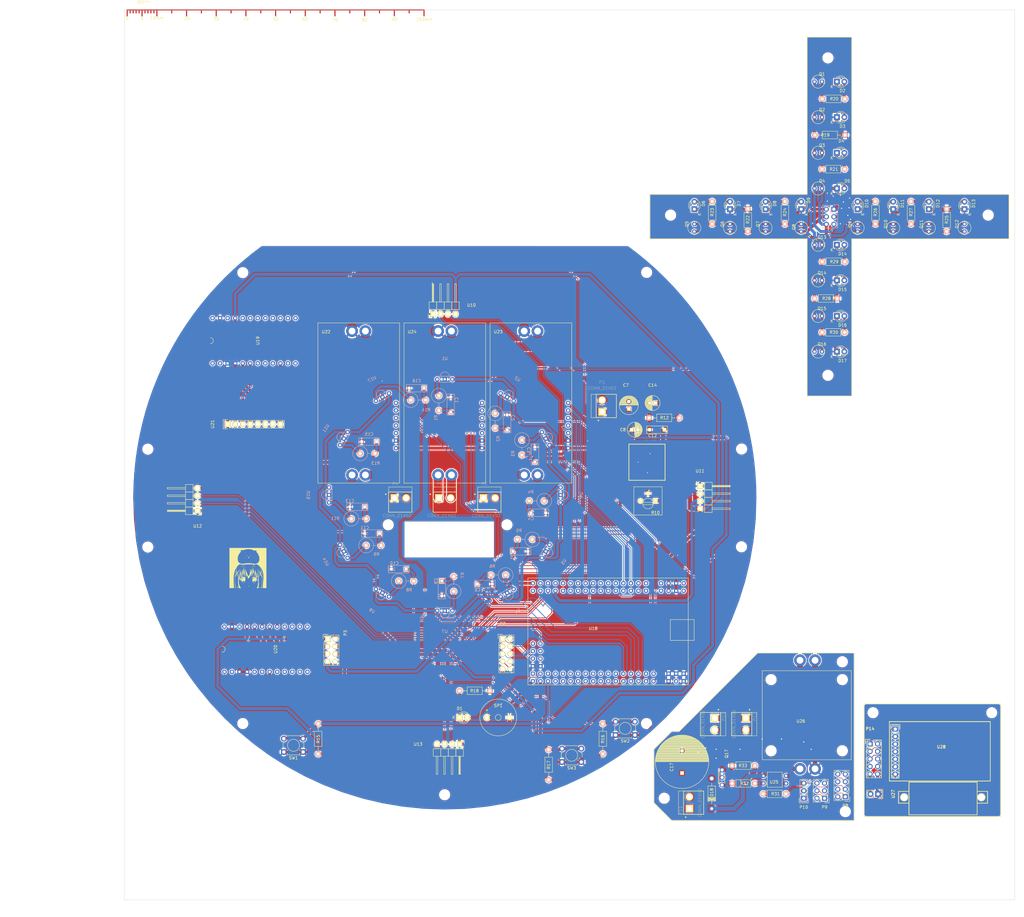
<source format=kicad_pcb>
(kicad_pcb (version 4) (host pcbnew 4.0.1-stable)
  (title_block (title "NTK robot") (date 2016-10-26))
  (layers (0 F.Cu signal) (31 B.Cu signal) (34 B.Paste user) (35 F.Paste user) (36 B.SilkS user) (37 F.SilkS user) (38 B.Mask user) (39 F.Mask user) (44 Edge.Cuts user))
  (net 0 "")
  (net 1 "Net-(C1-Pad1)")
  (net 2 GND)
  (net 3 "Net-(C2-Pad1)")
  (net 4 "Net-(C3-Pad1)")
  (net 5 "Net-(C4-Pad1)")
  (net 6 "Net-(C5-Pad1)")
  (net 7 "Net-(C6-Pad1)")
  (net 8 VSS)
  (net 9 "Net-(C9-Pad1)")
  (net 10 "Net-(C10-Pad1)")
  (net 11 "Net-(C11-Pad1)")
  (net 12 +5V)
  (net 13 "Net-(C13-Pad1)")
  (net 14 "Net-(C15-Pad1)")
  (net 15 "Net-(C16-Pad1)")
  (net 16 "Net-(D1-Pad1)")
  (net 17 "Net-(D1-Pad2)")
  (net 18 "Net-(P2-Pad1)")
  (net 19 "Net-(P2-Pad2)")
  (net 20 "Net-(P2-Pad3)")
  (net 21 "Net-(P2-Pad4)")
  (net 22 "Net-(P2-Pad5)")
  (net 23 "Net-(P2-Pad6)")
  (net 24 "Net-(P2-Pad8)")
  (net 25 "Net-(P3-Pad2)")
  (net 26 "Net-(P3-Pad3)")
  (net 27 "Net-(P3-Pad4)")
  (net 28 "Net-(P3-Pad5)")
  (net 29 "Net-(P3-Pad6)")
  (net 30 "Net-(P3-Pad7)")
  (net 31 "Net-(P4-Pad1)")
  (net 32 "Net-(P4-Pad2)")
  (net 33 "Net-(P5-Pad1)")
  (net 34 "Net-(P5-Pad2)")
  (net 35 "Net-(P6-Pad1)")
  (net 36 "Net-(P6-Pad2)")
  (net 37 "Net-(R1-Pad1)")
  (net 38 "Net-(R2-Pad1)")
  (net 39 "Net-(R3-Pad1)")
  (net 40 "Net-(R4-Pad1)")
  (net 41 "Net-(R5-Pad1)")
  (net 42 "Net-(R6-Pad1)")
  (net 43 "Net-(R7-Pad1)")
  (net 44 "Net-(R8-Pad1)")
  (net 45 "Net-(R9-Pad1)")
  (net 46 "Net-(R10-Pad1)")
  (net 47 "Net-(R11-Pad1)")
  (net 48 "Net-(R13-Pad1)")
  (net 49 "Net-(R14-Pad1)")
  (net 50 "Net-(R15-Pad2)")
  (net 51 "Net-(R16-Pad2)")
  (net 52 "Net-(R17-Pad2)")
  (net 53 "Net-(SP1-Pad1)")
  (net 54 "Net-(U8-Pad9)")
  (net 55 "Net-(U8-Pad10)")
  (net 56 "Net-(U10-Pad2)")
  (net 57 "Net-(U10-Pad3)")
  (net 58 "Net-(U11-Pad2)")
  (net 59 "Net-(U11-Pad3)")
  (net 60 "Net-(U12-Pad2)")
  (net 61 "Net-(U12-Pad3)")
  (net 62 "Net-(U13-Pad2)")
  (net 63 "Net-(U13-Pad3)")
  (net 64 "Net-(U18-Pad32)")
  (net 65 "Net-(U18-Pad1)")
  (net 66 "Net-(U18-Pad2)")
  (net 67 "Net-(U18-Pad3)")
  (net 68 "Net-(U18-Pad4)")
  (net 69 "Net-(U18-Pad5)")
  (net 70 "Net-(U18-Pad6)")
  (net 71 "Net-(U18-Pad7)")
  (net 72 "Net-(U18-Pad8)")
  (net 73 "Net-(U18-Pad9)")
  (net 74 "Net-(U18-Pad10)")
  (net 75 "Net-(U18-Pad11)")
  (net 76 "Net-(U18-Pad12)")
  (net 77 "Net-(U18-Pad13)")
  (net 78 "Net-(U18-Pad14)")
  (net 79 "Net-(U18-Pad15)")
  (net 80 "Net-(U18-Pad16)")
  (net 81 "Net-(U18-Pad17)")
  (net 82 "Net-(U18-Pad18)")
  (net 83 "Net-(U18-Pad19)")
  (net 84 "Net-(U18-Pad30)")
  (net 85 "Net-(U18-Pad0)")
  (net 86 "Net-(U18-Pad3V3)")
  (net 87 "Net-(U18-PadVin)")
  (net 88 "Net-(U18-Pad33)")
  (net 89 "Net-(U18-Pad34)")
  (net 90 "Net-(U18-Pad35)")
  (net 91 "Net-(U18-Pad36)")
  (net 92 "Net-(U18-Pad37)")
  (net 93 "Net-(U18-Pad38)")
  (net 94 "Net-(U18-Pad39)")
  (net 95 "Net-(U18-Pad40)")
  (net 96 "Net-(U18-Pad41)")
  (net 97 "Net-(U18-PadA12)")
  (net 98 "Net-(U18-PadA13)")
  (net 99 "Net-(U18-PadA14)")
  (net 100 "Net-(U18-PadA15)")
  (net 101 "Net-(U18-PadAREF)")
  (net 102 "Net-(U18-PadRST)")
  (net 103 "Net-(U19-Pad9)")
  (net 104 "Net-(U19-Pad10)")
  (net 105 "Net-(U19-Pad8)")
  (net 106 "Net-(U19-Pad7)")
  (net 107 "Net-(U19-Pad6)")
  (net 108 "Net-(U19-Pad5)")
  (net 109 "Net-(U19-Pad4)")
  (net 110 "Net-(U19-Pad3)")
  (net 111 "Net-(U19-Pad2)")
  (net 112 "Net-(U19-Pad0)")
  (net 113 "Net-(U19-PadRAW)")
  (net 114 "Net-(U19-PadRST)")
  (net 115 "Net-(U19-Pad21)")
  (net 116 "Net-(U19-Pad20)")
  (net 117 "Net-(U19-Pad19)")
  (net 118 "Net-(U19-Pad18)")
  (net 119 "Net-(U19-Pad15)")
  (net 120 "Net-(U19-Pad14)")
  (net 121 "Net-(U19-Pad16)")
  (net 122 "Net-(U20-Pad9)")
  (net 123 "Net-(U20-Pad10)")
  (net 124 "Net-(U20-Pad8)")
  (net 125 "Net-(U20-Pad7)")
  (net 126 "Net-(U20-Pad6)")
  (net 127 "Net-(U20-Pad5)")
  (net 128 "Net-(U20-Pad3)")
  (net 129 "Net-(U20-Pad2)")
  (net 130 "Net-(U20-Pad0)")
  (net 131 "Net-(U20-PadRAW)")
  (net 132 "Net-(U20-PadRST)")
  (net 133 "Net-(U20-Pad15)")
  (net 134 "Net-(U20-Pad14)")
  (net 135 "Net-(U20-Pad16)")
  (net 136 "Net-(U21-Pad5)")
  (net 137 "Net-(U21-Pad6)")
  (net 138 "Net-(U21-Pad7)")
  (net 139 "Net-(U22-Pad2)")
  (net 140 "Net-(U22-Pad3)")
  (net 141 "Net-(U23-Pad2)")
  (net 142 "Net-(U23-Pad3)")
  (net 143 "Net-(U24-Pad2)")
  (net 144 "Net-(U24-Pad3)")
  (net 145 "Net-(D2-Pad1)")
  (net 146 "Net-(D2-Pad2)")
  (net 147 "Net-(D11-Pad1)")
  (net 148 "Net-(D4-Pad1)")
  (net 149 "Net-(D4-Pad2)")
  (net 150 "Net-(D6-Pad1)")
  (net 151 "Net-(D6-Pad2)")
  (net 152 "Net-(D8-Pad1)")
  (net 153 "Net-(D8-Pad2)")
  (net 154 "Net-(D10-Pad1)")
  (net 155 "Net-(D10-Pad2)")
  (net 156 "Net-(D12-Pad1)")
  (net 157 "Net-(D12-Pad2)")
  (net 158 "Net-(D14-Pad1)")
  (net 159 "Net-(D14-Pad2)")
  (net 160 "Net-(D16-Pad1)")
  (net 161 "Net-(D16-Pad2)")
  (net 162 "Net-(P7-Pad2)")
  (net 163 "Net-(P7-Pad3)")
  (net 164 "Net-(P7-Pad4)")
  (net 165 "Net-(P7-Pad5)")
  (net 166 "Net-(P7-Pad6)")
  (net 167 "Net-(C17-Pad1)")
  (net 168 "Net-(C17-Pad2)")
  (net 169 "Net-(D18-Pad2)")
  (net 170 "Net-(P10-Pad1)")
  (net 171 "Net-(P8-Pad2)")
  (net 172 "Net-(P8-Pad3)")
  (net 173 "Net-(P8-Pad4)")
  (net 174 "Net-(P8-Pad5)")
  (net 175 "Net-(P10-Pad2)")
  (net 176 "Net-(P8-Pad7)")
  (net 177 "Net-(P10-Pad3)")
  (net 178 "Net-(P12-Pad1)")
  (net 179 "Net-(P12-Pad2)")
  (net 180 "Net-(Q17-Pad1)")
  (net 181 "Net-(R31-Pad2)")
  (net 182 "Net-(R32-Pad1)")
  (net 183 "Net-(P14-Pad1)")
  (net 184 "Net-(P14-Pad2)")
  (net 185 "Net-(P14-Pad3)")
  (net 186 "Net-(P14-Pad4)")
  (net 187 "Net-(P14-Pad5)")
  (net 188 "Net-(P14-Pad6)")
  (net 189 "Net-(P14-Pad7)")
  (net 190 "Net-(P14-Pad8)")
  (net 191 "Net-(P14-Pad9)")
  (net 192 "Net-(P14-Pad10)")
  (module footprint:VNH2SP30 (layer F.Cu) (at 146.5 85.5 180)
    (fp_text reference U24 (at 11 26 180) (layer F.SilkS))
    (fp_text value VNH2SP30)
    (pad 8 thru_hole circle (at 2.25 26.25 180) (size 4 4) (drill 2.3) (layers *.Cu *.Mask) (net 2 GND))
    (pad 7 thru_hole circle (at -2.25 26.25 180) (size 4 4) (drill 2.3) (layers *.Cu *.Mask) (net 8 VSS))
    (pad 10 thru_hole circle (at -2.25 -22.25 180) (size 4 4) (drill 2.3) (layers *.Cu *.Mask) (net 36 "Net-(P6-Pad2)"))
    (pad 9 thru_hole circle (at 2.25 -22.25 180) (size 4 4) (drill 2.3) (layers *.Cu *.Mask) (net 35 "Net-(P6-Pad1)"))
    (pad 0 thru_hole circle (at -12.55 -13.2 180) (size 1.524 1.524) (drill 0.762) (layers *.Cu *.Mask) (net 12 +5V))
    (pad 1 thru_hole circle (at -12.55 -10.66 180) (size 1.524 1.524) (drill 0.762) (layers *.Cu *.Mask) (net 2 GND))
    (pad 2 thru_hole circle (at -12.55 -8.12 180) (size 1.524 1.524) (drill 0.762) (layers *.Cu *.Mask) (net 143 "Net-(U24-Pad2)"))
    (pad 3 thru_hole circle (at -12.55 -5.58 180) (size 1.524 1.524) (drill 0.762) (layers *.Cu *.Mask) (net 144 "Net-(U24-Pad3)"))
    (pad 4 thru_hole circle (at -12.55 -3.04 180) (size 1.524 1.524) (drill 0.762) (layers *.Cu *.Mask) (net 68 "Net-(U18-Pad4)"))
    (pad 5 thru_hole circle (at -12.55 -0.5 180) (size 1.524 1.524) (drill 0.762) (layers *.Cu *.Mask) (net 66 "Net-(U18-Pad2)"))
    (pad 6 thru_hole circle (at -12.55 2.04 180) (size 1.524 1.524) (drill 0.762) (layers *.Cu *.Mask) (net 67 "Net-(U18-Pad3)"))
  )
  (module Mounting_Holes:MountingHole_3.2mm_M3 (layer F.Cu) (at 290.77 187.9)
    (fp_text reference REF** hide)
    (fp_text value MountingHole_3.2mm_M3 hide)
    (pad 1 np_thru_hole circle (at 0 0) (size 3.2 3.2) (drill 3.2) (layers *.Cu *.Mask))
  )
  (module Mounting_Holes:MountingHole_2.2mm_M2 (layer F.Cu) (at 327.27 216.4)
    (fp_text reference REF** hide)
    (fp_text value MountingHole_2.2mm_M2 hide)
    (pad 1 np_thru_hole circle (at 0 0) (size 2.2 2.2) (drill 2.2) (layers *.Cu *.Mask))
  )
  (module Socket_Strips:Socket_Strip_Straight_1x07 (layer F.Cu) (at 298.27 193.4 270)
    (fp_text reference U28 (at 6 -15.5 360) (layer F.SilkS))
    (fp_text value AQM1248A)
    (pad 1 thru_hole rect (at 0 0 270) (size 1.7272 2.032) (drill 1.016) (layers *.Cu *.Mask) (net 183 "Net-(P14-Pad1)"))
    (pad 2 thru_hole oval (at 2.54 0 270) (size 1.7272 2.032) (drill 1.016) (layers *.Cu *.Mask) (net 184 "Net-(P14-Pad2)"))
    (pad 3 thru_hole oval (at 5.08 0 270) (size 1.7272 2.032) (drill 1.016) (layers *.Cu *.Mask) (net 185 "Net-(P14-Pad3)"))
    (pad 4 thru_hole oval (at 7.62 0 270) (size 1.7272 2.032) (drill 1.016) (layers *.Cu *.Mask) (net 186 "Net-(P14-Pad4)"))
    (pad 5 thru_hole oval (at 10.16 0 270) (size 1.7272 2.032) (drill 1.016) (layers *.Cu *.Mask) (net 187 "Net-(P14-Pad5)"))
    (pad 6 thru_hole oval (at 12.7 0 270) (size 1.7272 2.032) (drill 1.016) (layers *.Cu *.Mask) (net 188 "Net-(P14-Pad6)"))
    (pad 7 thru_hole oval (at 15.24 0 270) (size 1.7272 2.032) (drill 1.016) (layers *.Cu *.Mask) (net 189 "Net-(P14-Pad7)"))
  )
  (module Pin_Headers:Pin_Header_Straight_1x02 (layer F.Cu) (at 292.47 215.3 270)
    (fp_text reference U27 (at 0 -5.1 270) (layer F.SilkS))
    (fp_text value DCV-meter)
    (pad 1 thru_hole rect (at 0 0 270) (size 2.032 2.032) (drill 1.016) (layers *.Cu *.Mask) (net 192 "Net-(P14-Pad10)"))
    (pad 2 thru_hole oval (at 0 2.54 270) (size 2.032 2.032) (drill 1.016) (layers *.Cu *.Mask) (net 191 "Net-(P14-Pad9)"))
  )
  (module Pin_Headers:Pin_Header_Straight_2x05 (layer F.Cu) (at 289.77 198.4)
    (fp_text reference P14 (at 0 -5.1) (layer F.SilkS))
    (fp_text value CONN_01X10)
    (pad 1 thru_hole rect (at 0 0) (size 1.7272 1.7272) (drill 1.016) (layers *.Cu *.Mask) (net 183 "Net-(P14-Pad1)"))
    (pad 2 thru_hole oval (at 2.54 0) (size 1.7272 1.7272) (drill 1.016) (layers *.Cu *.Mask) (net 184 "Net-(P14-Pad2)"))
    (pad 3 thru_hole oval (at 0 2.54) (size 1.7272 1.7272) (drill 1.016) (layers *.Cu *.Mask) (net 185 "Net-(P14-Pad3)"))
    (pad 4 thru_hole oval (at 2.54 2.54) (size 1.7272 1.7272) (drill 1.016) (layers *.Cu *.Mask) (net 186 "Net-(P14-Pad4)"))
    (pad 5 thru_hole oval (at 0 5.08) (size 1.7272 1.7272) (drill 1.016) (layers *.Cu *.Mask) (net 187 "Net-(P14-Pad5)"))
    (pad 6 thru_hole oval (at 2.54 5.08) (size 1.7272 1.7272) (drill 1.016) (layers *.Cu *.Mask) (net 188 "Net-(P14-Pad6)"))
    (pad 7 thru_hole oval (at 0 7.62) (size 1.7272 1.7272) (drill 1.016) (layers *.Cu *.Mask) (net 189 "Net-(P14-Pad7)"))
    (pad 8 thru_hole oval (at 2.54 7.62) (size 1.7272 1.7272) (drill 1.016) (layers *.Cu *.Mask) (net 190 "Net-(P14-Pad8)"))
    (pad 9 thru_hole oval (at 0 10.16) (size 1.7272 1.7272) (drill 1.016) (layers *.Cu *.Mask) (net 191 "Net-(P14-Pad9)"))
    (pad 10 thru_hole oval (at 2.54 10.16) (size 1.7272 1.7272) (drill 1.016) (layers *.Cu *.Mask) (net 192 "Net-(P14-Pad10)"))
  )
  (module Mounting_Holes:MountingHole_2.2mm_M2 (layer F.Cu) (at 301.27 216.4)
    (fp_text reference REF** hide)
    (fp_text value MountingHole_2.2mm_M2 hide)
    (pad 1 np_thru_hole circle (at 0 0) (size 2.2 2.2) (drill 2.2) (layers *.Cu *.Mask))
  )
  (module Mounting_Holes:MountingHole_3.2mm_M3 (layer F.Cu) (at 330.77 187.9)
    (fp_text reference REF** hide)
    (fp_text value MountingHole_3.2mm_M3 hide)
    (pad 1 np_thru_hole circle (at 0 0) (size 3.2 3.2) (drill 3.2) (layers *.Cu *.Mask))
  )
  (module Mounting_Holes:MountingHole_3.2mm_M3 (layer F.Cu) (at 167.45 124.55)
    (fp_text reference REF** hide)
    (fp_text value MountingHole_3.2mm_M3 hide)
    (pad 1 np_thru_hole circle (at 0 0) (size 3.2 3.2) (drill 3.2) (layers *.Cu *.Mask))
  )
  (module Mounting_Holes:MountingHole_3.2mm_M3 (layer F.Cu) (at 127.45 124.55)
    (fp_text reference REF** hide)
    (fp_text value MountingHole_3.2mm_M3 hide)
    (pad 1 np_thru_hole circle (at 0 0) (size 3.2 3.2) (drill 3.2) (layers *.Cu *.Mask))
  )
  (module Mounting_Holes:MountingHole_3.2mm_M3 (layer F.Cu) (at 78.45 39.55)
    (fp_text reference REF** hide)
    (fp_text value MountingHole_3.2mm_M3 hide)
    (pad 1 np_thru_hole circle (at 0 0) (size 3.2 3.2) (drill 3.2) (layers *.Cu *.Mask))
  )
  (module Mounting_Holes:MountingHole_3.2mm_M3 (layer F.Cu) (at 46.45 99.05)
    (fp_text reference REF** hide)
    (fp_text value MountingHole_3.2mm_M3 hide)
    (pad 1 np_thru_hole circle (at 0 0) (size 3.2 3.2) (drill 3.2) (layers *.Cu *.Mask))
  )
  (module Mounting_Holes:MountingHole_3.2mm_M3 (layer F.Cu) (at 46.45 132.05)
    (fp_text reference REF** hide)
    (fp_text value MountingHole_3.2mm_M3 hide)
    (pad 1 np_thru_hole circle (at 0 0) (size 3.2 3.2) (drill 3.2) (layers *.Cu *.Mask))
  )
  (module Mounting_Holes:MountingHole_3.2mm_M3 (layer F.Cu) (at 78.45 191.55)
    (fp_text reference REF** hide)
    (fp_text value MountingHole_3.2mm_M3 hide)
    (pad 1 np_thru_hole circle (at 0 0) (size 3.2 3.2) (drill 3.2) (layers *.Cu *.Mask))
  )
  (module Mounting_Holes:MountingHole_3.2mm_M3 (layer F.Cu) (at 146.45 215.55)
    (fp_text reference REF** hide)
    (fp_text value MountingHole_3.2mm_M3 hide)
    (pad 1 np_thru_hole circle (at 0 0) (size 3.2 3.2) (drill 3.2) (layers *.Cu *.Mask))
  )
  (module Mounting_Holes:MountingHole_3.2mm_M3 (layer F.Cu) (at 214.45 191.55)
    (fp_text reference REF** hide)
    (fp_text value MountingHole_3.2mm_M3 hide)
    (pad 1 np_thru_hole circle (at 0 0) (size 3.2 3.2) (drill 3.2) (layers *.Cu *.Mask))
  )
  (module Mounting_Holes:MountingHole_3.2mm_M3 (layer F.Cu) (at 246.45 131.98)
    (fp_text reference REF** hide)
    (fp_text value MountingHole_3.2mm_M3 hide)
    (pad 1 np_thru_hole circle (at 0 0) (size 3.2 3.2) (drill 3.2) (layers *.Cu *.Mask))
  )
  (module Mounting_Holes:MountingHole_3.2mm_M3 (layer F.Cu) (at 246.48 99.01)
    (fp_text reference REF** hide)
    (fp_text value MountingHole_3.2mm_M3 hide)
    (pad 1 np_thru_hole circle (at 0 0) (size 3.2 3.2) (drill 3.2) (layers *.Cu *.Mask))
  )
  (module Pin_Headers:Pin_Header_Angled_1x04 (layer F.Cu) (at 63.21 119.85 180)
    (fp_text reference U12 (at 0 -5.1 180) (layer F.SilkS))
    (fp_text value HC-SR04)
    (pad 1 thru_hole rect (at 0 0 180) (size 2.032 1.7272) (drill 1.016) (layers *.Cu *.Mask F.SilkS) (net 2 GND))
    (pad 2 thru_hole oval (at 0 2.54 180) (size 2.032 1.7272) (drill 1.016) (layers *.Cu *.Mask F.SilkS) (net 60 "Net-(U12-Pad2)"))
    (pad 3 thru_hole oval (at 0 5.08 180) (size 2.032 1.7272) (drill 1.016) (layers *.Cu *.Mask F.SilkS) (net 61 "Net-(U12-Pad3)"))
    (pad 4 thru_hole oval (at 0 7.62 180) (size 2.032 1.7272) (drill 1.016) (layers *.Cu *.Mask F.SilkS) (net 12 +5V))
  )
  (module Capacitors_THT:C_Radial_D6.3_L11.2_P2.5 (layer F.Cu) (at 208.5 85.5 90)
    (fp_text reference C7 (at 8 -1 180) (layer F.SilkS))
    (fp_text value 220u)
    (pad 2 thru_hole circle (at 2.5 0 90) (size 1.3 1.3) (drill 0.8) (layers *.Cu *.Mask F.SilkS) (net 2 GND))
    (pad 1 thru_hole rect (at 0 0 90) (size 1.3 1.3) (drill 0.8) (layers *.Cu *.Mask F.SilkS) (net 8 VSS))
  )
  (module Capacitors_THT:C_Rect_L7_W2.5_P5 (layer B.Cu) (at 148.5 86.5 90)
    (fp_text reference C1 (at 4 2 90) (layer B.SilkS) (effects (justify mirror)))
    (fp_text value 1u)
    (pad 1 thru_hole rect (at 0 0 90) (size 1.3 1.3) (drill 0.8) (layers *.Cu *.Mask B.SilkS) (net 1 "Net-(C1-Pad1)"))
    (pad 2 thru_hole circle (at 5 0 90) (size 1.3 1.3) (drill 0.8) (layers *.Cu *.Mask B.SilkS) (net 2 GND))
  )
  (module Capacitors_THT:C_Rect_L7_W2.5_P5 (layer B.Cu) (at 167.5 92.5 90)
    (fp_text reference C2 (at 4 2 90) (layer B.SilkS) (effects (justify mirror)))
    (fp_text value 1u)
    (pad 1 thru_hole rect (at 0 0 90) (size 1.3 1.3) (drill 0.8) (layers *.Cu *.Mask B.SilkS) (net 3 "Net-(C2-Pad1)"))
    (pad 2 thru_hole circle (at 5 0 90) (size 1.3 1.3) (drill 0.8) (layers *.Cu *.Mask B.SilkS) (net 2 GND))
  )
  (module Capacitors_THT:C_Rect_L7_W2.5_P5 (layer B.Cu) (at 176.875 103.34 90)
    (fp_text reference C3 (at 4 -2 90) (layer B.SilkS) (effects (justify mirror)))
    (fp_text value 1u)
    (pad 1 thru_hole rect (at 0 0 90) (size 1.3 1.3) (drill 0.8) (layers *.Cu *.Mask B.SilkS) (net 4 "Net-(C3-Pad1)"))
    (pad 2 thru_hole circle (at 5 0 90) (size 1.3 1.3) (drill 0.8) (layers *.Cu *.Mask B.SilkS) (net 2 GND))
  )
  (module Capacitors_THT:C_Rect_L7_W2.5_P5 (layer B.Cu) (at 175.5 120.5)
    (fp_text reference C4 (at 0 2) (layer B.SilkS) (effects (justify mirror)))
    (fp_text value 1u)
    (pad 1 thru_hole rect (at 0 0) (size 1.3 1.3) (drill 0.8) (layers *.Cu *.Mask B.SilkS) (net 5 "Net-(C4-Pad1)"))
    (pad 2 thru_hole circle (at 5 0) (size 1.3 1.3) (drill 0.8) (layers *.Cu *.Mask B.SilkS) (net 2 GND))
  )
  (module Capacitors_THT:C_Rect_L7_W2.5_P5 (layer B.Cu) (at 169.5 133.5)
    (fp_text reference C5 (at 0 2) (layer B.SilkS) (effects (justify mirror)))
    (fp_text value 1u)
    (pad 1 thru_hole rect (at 0 0) (size 1.3 1.3) (drill 0.8) (layers *.Cu *.Mask B.SilkS) (net 6 "Net-(C5-Pad1)"))
    (pad 2 thru_hole circle (at 5 0) (size 1.3 1.3) (drill 0.8) (layers *.Cu *.Mask B.SilkS) (net 2 GND))
  )
  (module Capacitors_THT:C_Rect_L7_W2.5_P5 (layer B.Cu) (at 157.5 144.5)
    (fp_text reference C6 (at 0 2) (layer B.SilkS) (effects (justify mirror)))
    (fp_text value 1u)
    (pad 1 thru_hole rect (at 0 0) (size 1.3 1.3) (drill 0.8) (layers *.Cu *.Mask B.SilkS) (net 7 "Net-(C6-Pad1)"))
    (pad 2 thru_hole circle (at 5 0) (size 1.3 1.3) (drill 0.8) (layers *.Cu *.Mask B.SilkS) (net 2 GND))
  )
  (module Capacitors_THT:C_Radial_D5_L11_P2 (layer F.Cu) (at 209.5 92.5)
    (fp_text reference C8 (at -3 0) (layer F.SilkS))
    (fp_text value 22u)
    (pad 1 thru_hole rect (at 0 0) (size 1.3 1.3) (drill 0.8) (layers *.Cu *.Mask F.SilkS) (net 8 VSS))
    (pad 2 thru_hole circle (at 2 0) (size 1.3 1.3) (drill 0.8) (layers *.Cu *.Mask F.SilkS) (net 2 GND))
  )
  (module Capacitors_THT:C_Rect_L7_W2.5_P5 (layer B.Cu) (at 145.5 143.5 270)
    (fp_text reference C9 (at 0 2 270) (layer B.SilkS) (effects (justify mirror)))
    (fp_text value 1u)
    (pad 1 thru_hole rect (at 0 0 270) (size 1.3 1.3) (drill 0.8) (layers *.Cu *.Mask B.SilkS) (net 9 "Net-(C9-Pad1)"))
    (pad 2 thru_hole circle (at 5 0 270) (size 1.3 1.3) (drill 0.8) (layers *.Cu *.Mask B.SilkS) (net 2 GND))
  )
  (module Capacitors_THT:C_Rect_L7_W2.5_P5 (layer B.Cu) (at 133.5 139.5 180)
    (fp_text reference C10 (at 4 2 180) (layer B.SilkS) (effects (justify mirror)))
    (fp_text value 1u)
    (pad 1 thru_hole rect (at 0 0 180) (size 1.3 1.3) (drill 0.8) (layers *.Cu *.Mask B.SilkS) (net 10 "Net-(C10-Pad1)"))
    (pad 2 thru_hole circle (at 5 0 180) (size 1.3 1.3) (drill 0.8) (layers *.Cu *.Mask B.SilkS) (net 2 GND))
  )
  (module Capacitors_THT:C_Rect_L7_W2.5_P5 (layer B.Cu) (at 124.5 127.5 180)
    (fp_text reference C11 (at 5 2 180) (layer B.SilkS) (effects (justify mirror)))
    (fp_text value 1u)
    (pad 1 thru_hole rect (at 0 0 180) (size 1.3 1.3) (drill 0.8) (layers *.Cu *.Mask B.SilkS) (net 11 "Net-(C11-Pad1)"))
    (pad 2 thru_hole circle (at 5 0 180) (size 1.3 1.3) (drill 0.8) (layers *.Cu *.Mask B.SilkS) (net 2 GND))
  )
  (module Capacitors_THT:C_Rect_L7_W2.5_P5 (layer F.Cu) (at 220.5 92.5 180)
    (fp_text reference C12 (at 4 -2 180) (layer F.SilkS))
    (fp_text value 10u)
    (pad 1 thru_hole rect (at 0 0 180) (size 1.3 1.3) (drill 0.8) (layers *.Cu *.Mask F.SilkS) (net 12 +5V))
    (pad 2 thru_hole circle (at 5 0 180) (size 1.3 1.3) (drill 0.8) (layers *.Cu *.Mask F.SilkS) (net 2 GND))
  )
  (module Capacitors_THT:C_Rect_L7_W2.5_P5 (layer B.Cu) (at 119.5 118.5 180)
    (fp_text reference C13 (at 5 2 180) (layer B.SilkS) (effects (justify mirror)))
    (fp_text value 1u)
    (pad 1 thru_hole rect (at 0 0 180) (size 1.3 1.3) (drill 0.8) (layers *.Cu *.Mask B.SilkS) (net 13 "Net-(C13-Pad1)"))
    (pad 2 thru_hole circle (at 5 0 180) (size 1.3 1.3) (drill 0.8) (layers *.Cu *.Mask B.SilkS) (net 2 GND))
  )
  (module Capacitors_THT:C_Radial_D5_L11_P2 (layer F.Cu) (at 217.5 83.5 180)
    (fp_text reference C14 (at 1 6 180) (layer F.SilkS))
    (fp_text value 100u)
    (pad 1 thru_hole rect (at 0 0 180) (size 1.3 1.3) (drill 0.8) (layers *.Cu *.Mask F.SilkS) (net 12 +5V))
    (pad 2 thru_hole circle (at 2 0 180) (size 1.3 1.3) (drill 0.8) (layers *.Cu *.Mask F.SilkS) (net 2 GND))
  )
  (module Capacitors_THT:C_Rect_L7_W2.5_P5 (layer B.Cu) (at 123.5 96.5 180)
    (fp_text reference C15 (at 2.5 2.5 180) (layer B.SilkS) (effects (justify mirror)))
    (fp_text value 1u)
    (pad 1 thru_hole rect (at 0 0 180) (size 1.3 1.3) (drill 0.8) (layers *.Cu *.Mask B.SilkS) (net 14 "Net-(C15-Pad1)"))
    (pad 2 thru_hole circle (at 5 0 180) (size 1.3 1.3) (drill 0.8) (layers *.Cu *.Mask B.SilkS) (net 2 GND))
  )
  (module Capacitors_THT:C_Rect_L7_W2.5_P5 (layer B.Cu) (at 139.5 78.5 180)
    (fp_text reference C16 (at 2.5 2.5 180) (layer B.SilkS) (effects (justify mirror)))
    (fp_text value 1u)
    (pad 1 thru_hole rect (at 0 0 180) (size 1.3 1.3) (drill 0.8) (layers *.Cu *.Mask B.SilkS) (net 15 "Net-(C16-Pad1)"))
    (pad 2 thru_hole circle (at 5 0 180) (size 1.3 1.3) (drill 0.8) (layers *.Cu *.Mask B.SilkS) (net 2 GND))
  )
  (module LEDs:LED-3MM (layer F.Cu) (at 151.5 189.5)
    (fp_text reference D1 (at 0 -3) (layer F.SilkS))
    (fp_text value LED)
    (fp_text user K (at -2 0) (layer F.SilkS))
    (pad 1 thru_hole rect (at 0 0 90) (size 2 2) (drill 1.00076) (layers *.Cu *.Mask F.SilkS) (net 16 "Net-(D1-Pad1)"))
    (pad 2 thru_hole circle (at 2.54 0) (size 2 2) (drill 1.00076) (layers *.Cu *.Mask F.SilkS) (net 17 "Net-(D1-Pad2)"))
  )
  (module "B2P-VH_LF__SN_:JST_B2P-VH(LF)(SN)" (layer F.Cu) (at 199.5 84.5 90)
    (fp_text reference P1 (at 8 0 180) (layer F.SilkS) (effects (font (thickness 0.05))))
    (fp_text value CONN_01X02 (at 6 0 180) (layer F.SilkS) (effects (font (thickness 0.05))))
    (pad 1 thru_hole rect (at -1.98 0 90) (size 2.55 2.55) (drill 1.7) (layers *.Cu *.Mask F.SilkS) (net 8 VSS))
    (pad 2 thru_hole circle (at 1.98 0 90) (size 2.55 2.55) (drill 1.7) (layers *.Cu *.Mask F.SilkS) (net 2 GND))
  )
  (module Pin_Headers:Pin_Header_Straight_2x05 (layer F.Cu) (at 166 163)
    (fp_text reference P2 (at 0 -5.1) (layer F.SilkS))
    (fp_text value CONN_01X10)
    (pad 1 thru_hole rect (at 0 0) (size 1.7272 1.7272) (drill 1.016) (layers *.Cu *.Mask F.SilkS) (net 18 "Net-(P2-Pad1)"))
    (pad 2 thru_hole oval (at 2.54 0) (size 1.7272 1.7272) (drill 1.016) (layers *.Cu *.Mask F.SilkS) (net 19 "Net-(P2-Pad2)"))
    (pad 3 thru_hole oval (at 0 2.54) (size 1.7272 1.7272) (drill 1.016) (layers *.Cu *.Mask F.SilkS) (net 20 "Net-(P2-Pad3)"))
    (pad 4 thru_hole oval (at 2.54 2.54) (size 1.7272 1.7272) (drill 1.016) (layers *.Cu *.Mask F.SilkS) (net 21 "Net-(P2-Pad4)"))
    (pad 5 thru_hole oval (at 0 5.08) (size 1.7272 1.7272) (drill 1.016) (layers *.Cu *.Mask F.SilkS) (net 22 "Net-(P2-Pad5)"))
    (pad 6 thru_hole oval (at 2.54 5.08) (size 1.7272 1.7272) (drill 1.016) (layers *.Cu *.Mask F.SilkS) (net 23 "Net-(P2-Pad6)"))
    (pad 7 thru_hole oval (at 0 7.62) (size 1.7272 1.7272) (drill 1.016) (layers *.Cu *.Mask F.SilkS) (net 2 GND))
    (pad 8 thru_hole oval (at 2.54 7.62) (size 1.7272 1.7272) (drill 1.016) (layers *.Cu *.Mask F.SilkS) (net 24 "Net-(P2-Pad8)"))
    (pad 9 thru_hole oval (at 0 10.16) (size 1.7272 1.7272) (drill 1.016) (layers *.Cu *.Mask F.SilkS) (net 8 VSS))
    (pad 10 thru_hole oval (at 2.54 10.16) (size 1.7272 1.7272) (drill 1.016) (layers *.Cu *.Mask F.SilkS) (net 2 GND))
  )
  (module Pin_Headers:Pin_Header_Straight_2x04 (layer F.Cu) (at 107.025 163.03)
    (fp_text reference P3 (at 6 -2 90) (layer F.SilkS))
    (fp_text value CONN_01X08)
    (pad 1 thru_hole rect (at 0 0) (size 1.7272 1.7272) (drill 1.016) (layers *.Cu *.Mask F.SilkS) (net 12 +5V))
    (pad 2 thru_hole oval (at 2.54 0) (size 1.7272 1.7272) (drill 1.016) (layers *.Cu *.Mask F.SilkS) (net 25 "Net-(P3-Pad2)"))
    (pad 3 thru_hole oval (at 0 2.54) (size 1.7272 1.7272) (drill 1.016) (layers *.Cu *.Mask F.SilkS) (net 26 "Net-(P3-Pad3)"))
    (pad 4 thru_hole oval (at 2.54 2.54) (size 1.7272 1.7272) (drill 1.016) (layers *.Cu *.Mask F.SilkS) (net 27 "Net-(P3-Pad4)"))
    (pad 5 thru_hole oval (at 0 5.08) (size 1.7272 1.7272) (drill 1.016) (layers *.Cu *.Mask F.SilkS) (net 28 "Net-(P3-Pad5)"))
    (pad 6 thru_hole oval (at 2.54 5.08) (size 1.7272 1.7272) (drill 1.016) (layers *.Cu *.Mask F.SilkS) (net 29 "Net-(P3-Pad6)"))
    (pad 7 thru_hole oval (at 0 7.62) (size 1.7272 1.7272) (drill 1.016) (layers *.Cu *.Mask F.SilkS) (net 30 "Net-(P3-Pad7)"))
    (pad 8 thru_hole oval (at 2.54 7.62) (size 1.7272 1.7272) (drill 1.016) (layers *.Cu *.Mask F.SilkS) (net 2 GND))
  )
  (module "B2P-VH_LF__SN_:JST_B2P-VH(LF)(SN)" (layer F.Cu) (at 131.5 115.5)
    (fp_text reference P4 (at -1.71 -4.76) (layer F.SilkS) (effects (font (thickness 0.05))))
    (fp_text value CONN_01X02 (at -1.075 5.99) (layer F.SilkS) (effects (font (thickness 0.05))))
    (pad 1 thru_hole rect (at -1.98 0) (size 2.55 2.55) (drill 1.7) (layers *.Cu *.Mask F.SilkS) (net 31 "Net-(P4-Pad1)"))
    (pad 2 thru_hole circle (at 1.98 0) (size 2.55 2.55) (drill 1.7) (layers *.Cu *.Mask F.SilkS) (net 32 "Net-(P4-Pad2)"))
  )
  (module "B2P-VH_LF__SN_:JST_B2P-VH(LF)(SN)" (layer F.Cu) (at 161.5 115.5)
    (fp_text reference P5 (at -1.71 -4.76) (layer F.SilkS) (effects (font (thickness 0.05))))
    (fp_text value CONN_01X02 (at -1.075 5.99) (layer F.SilkS) (effects (font (thickness 0.05))))
    (pad 1 thru_hole rect (at -1.98 0) (size 2.55 2.55) (drill 1.7) (layers *.Cu *.Mask F.SilkS) (net 33 "Net-(P5-Pad1)"))
    (pad 2 thru_hole circle (at 1.98 0) (size 2.55 2.55) (drill 1.7) (layers *.Cu *.Mask F.SilkS) (net 34 "Net-(P5-Pad2)"))
  )
  (module "B2P-VH_LF__SN_:JST_B2P-VH(LF)(SN)" (layer F.Cu) (at 146.5 115.5)
    (fp_text reference P6 (at -1.71 -4.76) (layer F.SilkS) (effects (font (thickness 0.05))))
    (fp_text value CONN_01X02 (at -1.075 5.99) (layer F.SilkS) (effects (font (thickness 0.05))))
    (pad 1 thru_hole rect (at -1.98 0) (size 2.55 2.55) (drill 1.7) (layers *.Cu *.Mask F.SilkS) (net 35 "Net-(P6-Pad1)"))
    (pad 2 thru_hole circle (at 1.98 0) (size 2.55 2.55) (drill 1.7) (layers *.Cu *.Mask F.SilkS) (net 36 "Net-(P6-Pad2)"))
  )
  (module Resistors_THT:Resistor_Vertical_RM5mm (layer B.Cu) (at 144.5 83.5 270)
    (fp_text reference R1 (at 5 1 270) (layer B.SilkS) (effects (justify mirror)))
    (fp_text value 100k)
    (pad 1 thru_hole circle (at -2.49936 0 270) (size 1.99898 1.99898) (drill 1.00076) (layers *.Cu *.SilkS *.Mask) (net 37 "Net-(R1-Pad1)"))
    (pad 2 thru_hole circle (at 2.5019 0 270) (size 1.99898 1.99898) (drill 1.00076) (layers *.Cu *.SilkS *.Mask) (net 1 "Net-(C1-Pad1)"))
  )
  (module Resistors_THT:Resistor_Vertical_RM5mm (layer B.Cu) (at 163.5 89.5 270)
    (fp_text reference R2 (at 6 -1 270) (layer B.SilkS) (effects (justify mirror)))
    (fp_text value 100k)
    (pad 1 thru_hole circle (at -2.49936 0 270) (size 1.99898 1.99898) (drill 1.00076) (layers *.Cu *.SilkS *.Mask) (net 38 "Net-(R2-Pad1)"))
    (pad 2 thru_hole circle (at 2.5019 0 270) (size 1.99898 1.99898) (drill 1.00076) (layers *.Cu *.SilkS *.Mask) (net 3 "Net-(C2-Pad1)"))
  )
  (module Resistors_THT:Resistor_Vertical_RM5mm (layer B.Cu) (at 172.5 98.5 270)
    (fp_text reference R3 (at 2 3 270) (layer B.SilkS) (effects (justify mirror)))
    (fp_text value 100k)
    (pad 1 thru_hole circle (at -2.49936 0 270) (size 1.99898 1.99898) (drill 1.00076) (layers *.Cu *.SilkS *.Mask) (net 39 "Net-(R3-Pad1)"))
    (pad 2 thru_hole circle (at 2.5019 0 270) (size 1.99898 1.99898) (drill 1.00076) (layers *.Cu *.SilkS *.Mask) (net 4 "Net-(C3-Pad1)"))
  )
  (module Resistors_THT:Resistor_Vertical_RM5mm (layer B.Cu) (at 177.5 116.5 180)
    (fp_text reference R4 (at 2 3 180) (layer B.SilkS) (effects (justify mirror)))
    (fp_text value 100k)
    (pad 1 thru_hole circle (at -2.49936 0 180) (size 1.99898 1.99898) (drill 1.00076) (layers *.Cu *.SilkS *.Mask) (net 40 "Net-(R4-Pad1)"))
    (pad 2 thru_hole circle (at 2.5019 0 180) (size 1.99898 1.99898) (drill 1.00076) (layers *.Cu *.SilkS *.Mask) (net 5 "Net-(C4-Pad1)"))
  )
  (module Resistors_THT:Resistor_Vertical_RM5mm (layer B.Cu) (at 173.5 129.5 180)
    (fp_text reference R5 (at 2 3 180) (layer B.SilkS) (effects (justify mirror)))
    (fp_text value 100k)
    (pad 1 thru_hole circle (at -2.49936 0 180) (size 1.99898 1.99898) (drill 1.00076) (layers *.Cu *.SilkS *.Mask) (net 41 "Net-(R5-Pad1)"))
    (pad 2 thru_hole circle (at 2.5019 0 180) (size 1.99898 1.99898) (drill 1.00076) (layers *.Cu *.SilkS *.Mask) (net 6 "Net-(C5-Pad1)"))
  )
  (module Resistors_THT:Resistor_Vertical_RM5mm (layer B.Cu) (at 164.5 141.5 180)
    (fp_text reference R6 (at 2 3 180) (layer B.SilkS) (effects (justify mirror)))
    (fp_text value 100k)
    (pad 1 thru_hole circle (at -2.49936 0 180) (size 1.99898 1.99898) (drill 1.00076) (layers *.Cu *.SilkS *.Mask) (net 42 "Net-(R6-Pad1)"))
    (pad 2 thru_hole circle (at 2.5019 0 180) (size 1.99898 1.99898) (drill 1.00076) (layers *.Cu *.SilkS *.Mask) (net 7 "Net-(C6-Pad1)"))
  )
  (module Resistors_THT:Resistor_Vertical_RM5mm (layer B.Cu) (at 149.5 144.5 90)
    (fp_text reference R7 (at 3 3 90) (layer B.SilkS) (effects (justify mirror)))
    (fp_text value 100k)
    (pad 1 thru_hole circle (at -2.49936 0 90) (size 1.99898 1.99898) (drill 1.00076) (layers *.Cu *.SilkS *.Mask) (net 43 "Net-(R7-Pad1)"))
    (pad 2 thru_hole circle (at 2.5019 0 90) (size 1.99898 1.99898) (drill 1.00076) (layers *.Cu *.SilkS *.Mask) (net 9 "Net-(C9-Pad1)"))
  )
  (module Resistors_THT:Resistor_Vertical_RM5mm (layer B.Cu) (at 133.5 143.5)
    (fp_text reference R8 (at 1 3) (layer B.SilkS) (effects (justify mirror)))
    (fp_text value 100k)
    (pad 1 thru_hole circle (at -2.49936 0) (size 1.99898 1.99898) (drill 1.00076) (layers *.Cu *.SilkS *.Mask) (net 44 "Net-(R8-Pad1)"))
    (pad 2 thru_hole circle (at 2.5019 0) (size 1.99898 1.99898) (drill 1.00076) (layers *.Cu *.SilkS *.Mask) (net 10 "Net-(C10-Pad1)"))
  )
  (module Resistors_THT:Resistor_Vertical_RM5mm (layer B.Cu) (at 122.5 131.5)
    (fp_text reference R9 (at 1 3) (layer B.SilkS) (effects (justify mirror)))
    (fp_text value 100k)
    (pad 1 thru_hole circle (at -2.49936 0) (size 1.99898 1.99898) (drill 1.00076) (layers *.Cu *.SilkS *.Mask) (net 45 "Net-(R9-Pad1)"))
    (pad 2 thru_hole circle (at 2.5019 0) (size 1.99898 1.99898) (drill 1.00076) (layers *.Cu *.SilkS *.Mask) (net 11 "Net-(C11-Pad1)"))
  )
  (module Potentiometers:Potentiometer_Trimmer-Suntan-TSR-3386P (layer F.Cu) (at 217.5 116.5 180)
    (fp_text reference R10 (at 0 -4 180) (layer F.SilkS))
    (fp_text value 5k)
    (pad 3 thru_hole circle (at 5.08 0 180) (size 1.51 1.51) (drill 0.51) (layers *.Cu *.Mask F.SilkS))
    (pad 1 thru_hole rect (at 0 0 180) (size 1.51 1.51) (drill 0.51) (layers *.Cu *.Mask F.SilkS) (net 46 "Net-(R10-Pad1)"))
    (pad 2 thru_hole circle (at 2.54 2.54 180) (size 1.51 1.51) (drill 0.51) (layers *.Cu *.Mask F.SilkS) (net 2 GND))
  )
  (module Resistors_THT:Resistor_Vertical_RM5mm (layer B.Cu) (at 117.5 122.5)
    (fp_text reference R11 (at -7.935 -0.11) (layer B.SilkS) (effects (justify mirror)))
    (fp_text value 100k)
    (pad 1 thru_hole circle (at -2.49936 0) (size 1.99898 1.99898) (drill 1.00076) (layers *.Cu *.SilkS *.Mask) (net 47 "Net-(R11-Pad1)"))
    (pad 2 thru_hole circle (at 2.5019 0) (size 1.99898 1.99898) (drill 1.00076) (layers *.Cu *.SilkS *.Mask) (net 13 "Net-(C13-Pad1)"))
  )
  (module Resistors_THT:Resistor_Horizontal_RM10mm (layer F.Cu) (at 225.5 88.5 180)
    (fp_text reference R12 (at 5 0 180) (layer F.SilkS))
    (fp_text value 1.2k)
    (pad 1 thru_hole circle (at 0 0 180) (size 1.99898 1.99898) (drill 1.00076) (layers *.Cu *.SilkS *.Mask) (net 12 +5V))
    (pad 2 thru_hole circle (at 10.16 0 180) (size 1.99898 1.99898) (drill 1.00076) (layers *.Cu *.SilkS *.Mask) (net 2 GND))
  )
  (module Resistors_THT:Resistor_Vertical_RM5mm (layer B.Cu) (at 120.5 100.5)
    (fp_text reference R13 (at 2.70002 3.29946) (layer B.SilkS) (effects (justify mirror)))
    (fp_text value 100k)
    (pad 1 thru_hole circle (at -2.49936 0) (size 1.99898 1.99898) (drill 1.00076) (layers *.Cu *.SilkS *.Mask) (net 48 "Net-(R13-Pad1)"))
    (pad 2 thru_hole circle (at 2.5019 0) (size 1.99898 1.99898) (drill 1.00076) (layers *.Cu *.SilkS *.Mask) (net 14 "Net-(C15-Pad1)"))
  )
  (module Resistors_THT:Resistor_Vertical_RM5mm (layer B.Cu) (at 137.5 82.5)
    (fp_text reference R14 (at 2.70002 3.29946) (layer B.SilkS) (effects (justify mirror)))
    (fp_text value 100k)
    (pad 1 thru_hole circle (at -2.49936 0) (size 1.99898 1.99898) (drill 1.00076) (layers *.Cu *.SilkS *.Mask) (net 49 "Net-(R14-Pad1)"))
    (pad 2 thru_hole circle (at 2.5019 0) (size 1.99898 1.99898) (drill 1.00076) (layers *.Cu *.SilkS *.Mask) (net 15 "Net-(C16-Pad1)"))
  )
  (module Resistors_THT:Resistor_Horizontal_RM10mm (layer F.Cu) (at 103.85 201.765 90)
    (fp_text reference R15 (at 5 0 90) (layer F.SilkS))
    (fp_text value 10k)
    (pad 1 thru_hole circle (at 0 0 90) (size 1.99898 1.99898) (drill 1.00076) (layers *.Cu *.SilkS *.Mask) (net 12 +5V))
    (pad 2 thru_hole circle (at 10.16 0 90) (size 1.99898 1.99898) (drill 1.00076) (layers *.Cu *.SilkS *.Mask) (net 50 "Net-(R15-Pad2)"))
  )
  (module Resistors_THT:Resistor_Horizontal_RM10mm (layer F.Cu) (at 199.735 201.765 90)
    (fp_text reference R16 (at 5 0 90) (layer F.SilkS))
    (fp_text value 10k)
    (pad 1 thru_hole circle (at 0 0 90) (size 1.99898 1.99898) (drill 1.00076) (layers *.Cu *.SilkS *.Mask) (net 12 +5V))
    (pad 2 thru_hole circle (at 10.16 0 90) (size 1.99898 1.99898) (drill 1.00076) (layers *.Cu *.SilkS *.Mask) (net 51 "Net-(R16-Pad2)"))
  )
  (module Resistors_THT:Resistor_Horizontal_RM10mm (layer F.Cu) (at 181.5 210.5 90)
    (fp_text reference R17 (at 5 0 90) (layer F.SilkS))
    (fp_text value 10k)
    (pad 1 thru_hole circle (at 0 0 90) (size 1.99898 1.99898) (drill 1.00076) (layers *.Cu *.SilkS *.Mask) (net 12 +5V))
    (pad 2 thru_hole circle (at 10.16 0 90) (size 1.99898 1.99898) (drill 1.00076) (layers *.Cu *.SilkS *.Mask) (net 52 "Net-(R17-Pad2)"))
  )
  (module Resistors_THT:Resistor_Horizontal_RM10mm (layer F.Cu) (at 151.5 180.5)
    (fp_text reference R18 (at 5 0) (layer F.SilkS))
    (fp_text value 330)
    (pad 1 thru_hole circle (at 0 0) (size 1.99898 1.99898) (drill 1.00076) (layers *.Cu *.SilkS *.Mask) (net 16 "Net-(D1-Pad1)"))
    (pad 2 thru_hole circle (at 10.16 0) (size 1.99898 1.99898) (drill 1.00076) (layers *.Cu *.SilkS *.Mask) (net 2 GND))
  )
  (module Buzzers_Beepers:Buzzer_12x9.5RM7.6 (layer F.Cu) (at 164.5 189.5)
    (fp_text reference SP1 (at 0 -4) (layer F.SilkS))
    (fp_text value Buzzer)
    (fp_text user + (at -3.81 -2.54) (layer F.SilkS))
    (pad 1 thru_hole circle (at -3.79984 0) (size 2 2) (drill 1.00076) (layers *.Cu *.Mask F.SilkS) (net 53 "Net-(SP1-Pad1)"))
    (pad 2 thru_hole circle (at 3.79984 0) (size 2 2) (drill 1.00076) (layers *.Cu *.Mask F.SilkS) (net 2 GND))
  )
  (module Buttons_Switches_THT:SW_PUSH_6mm (layer F.Cu) (at 98.77 201.13 180)
    (fp_text reference SW1 (at 3.25 -2 180) (layer F.SilkS))
    (fp_text value SW_PUSH)
    (pad 2 thru_hole circle (at 0 4.5 270) (size 2 2) (drill 1.1) (layers *.Cu *.Mask) (net 50 "Net-(R15-Pad2)"))
    (pad 1 thru_hole circle (at 0 0 270) (size 2 2) (drill 1.1) (layers *.Cu *.Mask) (net 2 GND))
    (pad 2 thru_hole circle (at 6.5 4.5 270) (size 2 2) (drill 1.1) (layers *.Cu *.Mask) (net 50 "Net-(R15-Pad2)"))
    (pad 1 thru_hole circle (at 6.5 0 270) (size 2 2) (drill 1.1) (layers *.Cu *.Mask) (net 2 GND))
  )
  (module Buttons_Switches_THT:SW_PUSH_6mm (layer F.Cu) (at 210.53 195.415 180)
    (fp_text reference SW2 (at 3.25 -2 180) (layer F.SilkS))
    (fp_text value SW_PUSH)
    (pad 2 thru_hole circle (at 0 4.5 270) (size 2 2) (drill 1.1) (layers *.Cu *.Mask) (net 51 "Net-(R16-Pad2)"))
    (pad 1 thru_hole circle (at 0 0 270) (size 2 2) (drill 1.1) (layers *.Cu *.Mask) (net 2 GND))
    (pad 2 thru_hole circle (at 6.5 4.5 270) (size 2 2) (drill 1.1) (layers *.Cu *.Mask) (net 51 "Net-(R16-Pad2)"))
    (pad 1 thru_hole circle (at 6.5 0 270) (size 2 2) (drill 1.1) (layers *.Cu *.Mask) (net 2 GND))
  )
  (module Buttons_Switches_THT:SW_PUSH_6mm (layer F.Cu) (at 192.5 204.5 180)
    (fp_text reference SW3 (at 3.25 -2 180) (layer F.SilkS))
    (fp_text value SW_PUSH)
    (pad 2 thru_hole circle (at 0 4.5 270) (size 2 2) (drill 1.1) (layers *.Cu *.Mask) (net 52 "Net-(R17-Pad2)"))
    (pad 1 thru_hole circle (at 0 0 270) (size 2 2) (drill 1.1) (layers *.Cu *.Mask) (net 2 GND))
    (pad 2 thru_hole circle (at 6.5 4.5 270) (size 2 2) (drill 1.1) (layers *.Cu *.Mask) (net 52 "Net-(R17-Pad2)"))
    (pad 1 thru_hole circle (at 6.5 0 270) (size 2 2) (drill 1.1) (layers *.Cu *.Mask) (net 2 GND))
  )
  (module footprint:IRM3638 (layer B.Cu) (at 146.5 75.5 180)
    (fp_text reference U1 (at 0 7 180) (layer B.SilkS) (effects (justify mirror)))
    (fp_text value IRM3638)
    (pad Vcc thru_hole circle (at -2.54 0 180) (size 1.524 1.524) (drill 0.762) (layers *.Cu *.Mask) (net 12 +5V))
    (pad GND thru_hole circle (at 0 0 180) (size 1.524 1.524) (drill 0.762) (layers *.Cu *.Mask) (net 2 GND))
    (pad OUT thru_hole circle (at 2.54 0 180) (size 1.524 1.524) (drill 0.762) (layers *.Cu *.Mask) (net 37 "Net-(R1-Pad1)"))
  )
  (module footprint:IRM3638 (layer B.Cu) (at 167.5 81.5 150)
    (fp_text reference U2 (at 0 7 150) (layer B.SilkS) (effects (justify mirror)))
    (fp_text value IRM3638)
    (pad Vcc thru_hole circle (at -2.54 0 150) (size 1.524 1.524) (drill 0.762) (layers *.Cu *.Mask) (net 12 +5V))
    (pad GND thru_hole circle (at 0 0 150) (size 1.524 1.524) (drill 0.762) (layers *.Cu *.Mask) (net 2 GND))
    (pad OUT thru_hole circle (at 2.54 0 150) (size 1.524 1.524) (drill 0.762) (layers *.Cu *.Mask) (net 38 "Net-(R2-Pad1)"))
  )
  (module footprint:IRM3638 (layer B.Cu) (at 180.5 95.5 120)
    (fp_text reference U3 (at 0 7 120) (layer B.SilkS) (effects (justify mirror)))
    (fp_text value IRM3638)
    (pad Vcc thru_hole circle (at -2.54 0 120) (size 1.524 1.524) (drill 0.762) (layers *.Cu *.Mask) (net 12 +5V))
    (pad GND thru_hole circle (at 0 0 120) (size 1.524 1.524) (drill 0.762) (layers *.Cu *.Mask) (net 2 GND))
    (pad OUT thru_hole circle (at 2.54 0 120) (size 1.524 1.524) (drill 0.762) (layers *.Cu *.Mask) (net 39 "Net-(R3-Pad1)"))
  )
  (module footprint:IRM3638 (layer B.Cu) (at 185.5 114.5 90)
    (fp_text reference U4 (at 0 7 90) (layer B.SilkS) (effects (justify mirror)))
    (fp_text value IRM3638)
    (pad Vcc thru_hole circle (at -2.54 0 90) (size 1.524 1.524) (drill 0.762) (layers *.Cu *.Mask) (net 12 +5V))
    (pad GND thru_hole circle (at 0 0 90) (size 1.524 1.524) (drill 0.762) (layers *.Cu *.Mask) (net 2 GND))
    (pad OUT thru_hole circle (at 2.54 0 90) (size 1.524 1.524) (drill 0.762) (layers *.Cu *.Mask) (net 40 "Net-(R4-Pad1)"))
  )
  (module footprint:IRM3638 (layer B.Cu) (at 180.5 133.5 60)
    (fp_text reference U5 (at 0 7 60) (layer B.SilkS) (effects (justify mirror)))
    (fp_text value IRM3638)
    (pad Vcc thru_hole circle (at -2.54 0 60) (size 1.524 1.524) (drill 0.762) (layers *.Cu *.Mask) (net 12 +5V))
    (pad GND thru_hole circle (at 0 0 60) (size 1.524 1.524) (drill 0.762) (layers *.Cu *.Mask) (net 2 GND))
    (pad OUT thru_hole circle (at 2.54 0 60) (size 1.524 1.524) (drill 0.762) (layers *.Cu *.Mask) (net 41 "Net-(R5-Pad1)"))
  )
  (module footprint:IRM3638 (layer B.Cu) (at 167.5 147.5 30)
    (fp_text reference U6 (at 0 7 30) (layer B.SilkS) (effects (justify mirror)))
    (fp_text value IRM3638)
    (pad Vcc thru_hole circle (at -2.54 0 30) (size 1.524 1.524) (drill 0.762) (layers *.Cu *.Mask) (net 12 +5V))
    (pad GND thru_hole circle (at 0 0 30) (size 1.524 1.524) (drill 0.762) (layers *.Cu *.Mask) (net 2 GND))
    (pad OUT thru_hole circle (at 2.54 0 30) (size 1.524 1.524) (drill 0.762) (layers *.Cu *.Mask) (net 42 "Net-(R6-Pad1)"))
  )
  (module footprint:IRM3638 (layer B.Cu) (at 146.5 153.5)
    (fp_text reference U7 (at 0 7) (layer B.SilkS) (effects (justify mirror)))
    (fp_text value IRM3638)
    (pad Vcc thru_hole circle (at -2.54 0) (size 1.524 1.524) (drill 0.762) (layers *.Cu *.Mask) (net 12 +5V))
    (pad GND thru_hole circle (at 0 0) (size 1.524 1.524) (drill 0.762) (layers *.Cu *.Mask) (net 2 GND))
    (pad OUT thru_hole circle (at 2.54 0) (size 1.524 1.524) (drill 0.762) (layers *.Cu *.Mask) (net 43 "Net-(R7-Pad1)"))
  )
  (module footprint:OKL-T-6 (layer F.Cu) (at 214.61 103.45)
    (fp_text reference U8 hide)
    (fp_text value OKL-T/6-W12N-C hide)
    (pad 1 smd rect (at -5.47878 0) (size 2.99974 1.19888) (layers F.Cu F.Paste F.Mask) (net 2 GND))
    (pad 2 smd rect (at -4.33324 -5.47878) (size 5.28828 2.99974) (layers F.Cu F.Paste F.Mask) (net 8 VSS))
    (pad 3 smd rect (at 1.143 -5.47878) (size 3.48996 2.99974) (layers F.Cu F.Paste F.Mask) (net 2 GND))
    (pad 4 smd rect (at 5.47878 -4.33324) (size 2.99974 5.28828) (layers F.Cu F.Paste F.Mask) (net 12 +5V))
    (pad 5 smd rect (at 5.47878 0) (size 2.99974 1.19888) (layers F.Cu F.Paste F.Mask) (net 12 +5V))
    (pad 6 smd rect (at 5.47878 4.57962) (size 2.99974 1.19888) (layers F.Cu F.Paste F.Mask) (net 46 "Net-(R10-Pad1)"))
    (pad 7 smd rect (at 0 5.47878) (size 1.19888 2.99974) (layers F.Cu F.Paste F.Mask) (net 2 GND))
    (pad 8 smd rect (at -2.28854 5.47878) (size 1.19888 2.99974) (layers F.Cu F.Paste F.Mask))
    (pad 9 smd rect (at -5.47878 4.57962) (size 2.99974 1.19888) (layers F.Cu F.Paste F.Mask) (net 54 "Net-(U8-Pad9)"))
    (pad 10 smd rect (at -5.47878 2.28854) (size 2.99974 1.19888) (layers F.Cu F.Paste F.Mask) (net 55 "Net-(U8-Pad10)"))
    (pad 11 smd rect (at 6.22808 2.28854) (size 1.4986 1.19888) (layers F.Cu F.Paste F.Mask))
    (pad 12 smd rect (at 2.28854 5.47878) (size 1.19888 2.99974) (layers F.Cu F.Paste F.Mask))
  )
  (module footprint:IRM3638 (layer B.Cu) (at 125.5 147.5 330)
    (fp_text reference U9 (at 0 7 330) (layer B.SilkS) (effects (justify mirror)))
    (fp_text value IRM3638)
    (pad Vcc thru_hole circle (at -2.54 0 330) (size 1.524 1.524) (drill 0.762) (layers *.Cu *.Mask) (net 12 +5V))
    (pad GND thru_hole circle (at 0 0 330) (size 1.524 1.524) (drill 0.762) (layers *.Cu *.Mask) (net 2 GND))
    (pad OUT thru_hole circle (at 2.54 0 330) (size 1.524 1.524) (drill 0.762) (layers *.Cu *.Mask) (net 44 "Net-(R8-Pad1)"))
  )
  (module Pin_Headers:Pin_Header_Angled_1x04 (layer F.Cu) (at 142.5 53.5 90)
    (fp_text reference U10 (at 3 13 180) (layer F.SilkS))
    (fp_text value HC-SR04)
    (pad 1 thru_hole rect (at 0 0 90) (size 2.032 1.7272) (drill 1.016) (layers *.Cu *.Mask F.SilkS) (net 2 GND))
    (pad 2 thru_hole oval (at 0 2.54 90) (size 2.032 1.7272) (drill 1.016) (layers *.Cu *.Mask F.SilkS) (net 56 "Net-(U10-Pad2)"))
    (pad 3 thru_hole oval (at 0 5.08 90) (size 2.032 1.7272) (drill 1.016) (layers *.Cu *.Mask F.SilkS) (net 57 "Net-(U10-Pad3)"))
    (pad 4 thru_hole oval (at 0 7.62 90) (size 2.032 1.7272) (drill 1.016) (layers *.Cu *.Mask F.SilkS) (net 12 +5V))
  )
  (module Pin_Headers:Pin_Header_Angled_1x04 (layer F.Cu) (at 232.5 111.5)
    (fp_text reference U11 (at 0 -5.1) (layer F.SilkS))
    (fp_text value HC-SR04)
    (pad 1 thru_hole rect (at 0 0) (size 2.032 1.7272) (drill 1.016) (layers *.Cu *.Mask F.SilkS) (net 2 GND))
    (pad 2 thru_hole oval (at 0 2.54) (size 2.032 1.7272) (drill 1.016) (layers *.Cu *.Mask F.SilkS) (net 58 "Net-(U11-Pad2)"))
    (pad 3 thru_hole oval (at 0 5.08) (size 2.032 1.7272) (drill 1.016) (layers *.Cu *.Mask F.SilkS) (net 59 "Net-(U11-Pad3)"))
    (pad 4 thru_hole oval (at 0 7.62) (size 2.032 1.7272) (drill 1.016) (layers *.Cu *.Mask F.SilkS) (net 12 +5V))
  )
  (module Pin_Headers:Pin_Header_Angled_1x04 (layer F.Cu) (at 151.5 198.5 270)
    (fp_text reference U13 (at 0 14 360) (layer F.SilkS))
    (fp_text value HC-SR04)
    (pad 1 thru_hole rect (at 0 0 270) (size 2.032 1.7272) (drill 1.016) (layers *.Cu *.Mask F.SilkS) (net 2 GND))
    (pad 2 thru_hole oval (at 0 2.54 270) (size 2.032 1.7272) (drill 1.016) (layers *.Cu *.Mask F.SilkS) (net 62 "Net-(U13-Pad2)"))
    (pad 3 thru_hole oval (at 0 5.08 270) (size 2.032 1.7272) (drill 1.016) (layers *.Cu *.Mask F.SilkS) (net 63 "Net-(U13-Pad3)"))
    (pad 4 thru_hole oval (at 0 7.62 270) (size 2.032 1.7272) (drill 1.016) (layers *.Cu *.Mask F.SilkS) (net 12 +5V))
  )
  (module footprint:IRM3638 (layer B.Cu) (at 112.5 133.5 300)
    (fp_text reference U14 (at 0 7 300) (layer B.SilkS) (effects (justify mirror)))
    (fp_text value IRM3638)
    (pad Vcc thru_hole circle (at -2.54 0 300) (size 1.524 1.524) (drill 0.762) (layers *.Cu *.Mask) (net 12 +5V))
    (pad GND thru_hole circle (at 0 0 300) (size 1.524 1.524) (drill 0.762) (layers *.Cu *.Mask) (net 2 GND))
    (pad OUT thru_hole circle (at 2.54 0 300) (size 1.524 1.524) (drill 0.762) (layers *.Cu *.Mask) (net 45 "Net-(R9-Pad1)"))
  )
  (module footprint:IRM3638 (layer B.Cu) (at 107.5 114.5 270)
    (fp_text reference U15 (at 0 7 270) (layer B.SilkS) (effects (justify mirror)))
    (fp_text value IRM3638)
    (pad Vcc thru_hole circle (at -2.54 0 270) (size 1.524 1.524) (drill 0.762) (layers *.Cu *.Mask) (net 12 +5V))
    (pad GND thru_hole circle (at 0 0 270) (size 1.524 1.524) (drill 0.762) (layers *.Cu *.Mask) (net 2 GND))
    (pad OUT thru_hole circle (at 2.54 0 270) (size 1.524 1.524) (drill 0.762) (layers *.Cu *.Mask) (net 47 "Net-(R11-Pad1)"))
  )
  (module footprint:IRM3638 (layer B.Cu) (at 112.5 95.5 240)
    (fp_text reference U11 (at 0 7 240) (layer B.SilkS) (effects (justify mirror)))
    (fp_text value IRM3638)
    (pad Vcc thru_hole circle (at -2.54 0 240) (size 1.524 1.524) (drill 0.762) (layers *.Cu *.Mask) (net 12 +5V))
    (pad GND thru_hole circle (at 0 0 240) (size 1.524 1.524) (drill 0.762) (layers *.Cu *.Mask) (net 2 GND))
    (pad OUT thru_hole circle (at 2.54 0 240) (size 1.524 1.524) (drill 0.762) (layers *.Cu *.Mask) (net 48 "Net-(R13-Pad1)"))
  )
  (module footprint:IRM3638 (layer B.Cu) (at 125.5 81.5 210)
    (fp_text reference U17 (at 0 7 210) (layer B.SilkS) (effects (justify mirror)))
    (fp_text value IRM3638)
    (pad Vcc thru_hole circle (at -2.54 0 210) (size 1.524 1.524) (drill 0.762) (layers *.Cu *.Mask) (net 12 +5V))
    (pad GND thru_hole circle (at 0 0 210) (size 1.524 1.524) (drill 0.762) (layers *.Cu *.Mask) (net 2 GND))
    (pad OUT thru_hole circle (at 2.54 0 210) (size 1.524 1.524) (drill 0.762) (layers *.Cu *.Mask) (net 49 "Net-(R14-Pad1)"))
  )
  (module footprint:Arduino_MEGA_mini (layer F.Cu) (at 196.5 159.5 180)
    (fp_text reference U18 (at 0 0 180) (layer F.SilkS))
    (fp_text value Arduino.MEGA.mini)
    (pad 32 thru_hole circle (at 2.54 -17.78 180) (size 1.524 1.524) (drill 0.762) (layers *.Cu *.Mask) (net 64 "Net-(U18-Pad32)"))
    (pad 1 thru_hole circle (at -17.78 15.24 180) (size 1.524 1.524) (drill 0.762) (layers *.Cu *.Mask) (net 65 "Net-(U18-Pad1)"))
    (pad 2 thru_hole circle (at -15.24 12.7 180) (size 1.524 1.524) (drill 0.762) (layers *.Cu *.Mask) (net 66 "Net-(U18-Pad2)"))
    (pad 3 thru_hole circle (at -15.24 15.24 180) (size 1.524 1.524) (drill 0.762) (layers *.Cu *.Mask) (net 67 "Net-(U18-Pad3)"))
    (pad 4 thru_hole circle (at -12.7 12.7 180) (size 1.524 1.524) (drill 0.762) (layers *.Cu *.Mask) (net 68 "Net-(U18-Pad4)"))
    (pad 5 thru_hole circle (at -12.7 15.24 180) (size 1.524 1.524) (drill 0.762) (layers *.Cu *.Mask) (net 69 "Net-(U18-Pad5)"))
    (pad 6 thru_hole circle (at -10.16 12.7 180) (size 1.524 1.524) (drill 0.762) (layers *.Cu *.Mask) (net 70 "Net-(U18-Pad6)"))
    (pad 7 thru_hole circle (at -10.16 15.24 180) (size 1.524 1.524) (drill 0.762) (layers *.Cu *.Mask) (net 71 "Net-(U18-Pad7)"))
    (pad 8 thru_hole circle (at -7.62 12.7 180) (size 1.524 1.524) (drill 0.762) (layers *.Cu *.Mask) (net 72 "Net-(U18-Pad8)"))
    (pad 9 thru_hole circle (at -7.62 15.24 180) (size 1.524 1.524) (drill 0.762) (layers *.Cu *.Mask) (net 73 "Net-(U18-Pad9)"))
    (pad 10 thru_hole circle (at -5.08 12.7 180) (size 1.524 1.524) (drill 0.762) (layers *.Cu *.Mask) (net 74 "Net-(U18-Pad10)"))
    (pad 11 thru_hole circle (at -5.08 15.24 180) (size 1.524 1.524) (drill 0.762) (layers *.Cu *.Mask) (net 75 "Net-(U18-Pad11)"))
    (pad 12 thru_hole circle (at -2.54 12.7 180) (size 1.524 1.524) (drill 0.762) (layers *.Cu *.Mask) (net 76 "Net-(U18-Pad12)"))
    (pad 13 thru_hole circle (at -2.54 15.24 180) (size 1.524 1.524) (drill 0.762) (layers *.Cu *.Mask) (net 77 "Net-(U18-Pad13)"))
    (pad 14 thru_hole circle (at 0 12.7 180) (size 1.524 1.524) (drill 0.762) (layers *.Cu *.Mask) (net 78 "Net-(U18-Pad14)"))
    (pad 15 thru_hole circle (at 0 15.24 180) (size 1.524 1.524) (drill 0.762) (layers *.Cu *.Mask) (net 79 "Net-(U18-Pad15)"))
    (pad 16 thru_hole circle (at 2.54 12.7 180) (size 1.524 1.524) (drill 0.762) (layers *.Cu *.Mask) (net 80 "Net-(U18-Pad16)"))
    (pad 17 thru_hole circle (at 2.54 15.24 180) (size 1.524 1.524) (drill 0.762) (layers *.Cu *.Mask) (net 81 "Net-(U18-Pad17)"))
    (pad 18 thru_hole circle (at 5.08 12.7 180) (size 1.524 1.524) (drill 0.762) (layers *.Cu *.Mask) (net 82 "Net-(U18-Pad18)"))
    (pad 19 thru_hole circle (at 5.08 15.24 180) (size 1.524 1.524) (drill 0.762) (layers *.Cu *.Mask) (net 83 "Net-(U18-Pad19)"))
    (pad 20 thru_hole circle (at 7.62 12.7 180) (size 1.524 1.524) (drill 0.762) (layers *.Cu *.Mask))
    (pad 21 thru_hole circle (at 7.62 15.24 180) (size 1.524 1.524) (drill 0.762) (layers *.Cu *.Mask))
    (pad 22 thru_hole circle (at 10.16 12.7 180) (size 1.524 1.524) (drill 0.762) (layers *.Cu *.Mask) (net 57 "Net-(U10-Pad3)"))
    (pad 23 thru_hole circle (at 10.16 15.24 180) (size 1.524 1.524) (drill 0.762) (layers *.Cu *.Mask) (net 56 "Net-(U10-Pad2)"))
    (pad 24 thru_hole circle (at 12.7 12.7 180) (size 1.524 1.524) (drill 0.762) (layers *.Cu *.Mask) (net 59 "Net-(U11-Pad3)"))
    (pad 25 thru_hole circle (at 12.7 15.24 180) (size 1.524 1.524) (drill 0.762) (layers *.Cu *.Mask) (net 58 "Net-(U11-Pad2)"))
    (pad 26 thru_hole circle (at 15.24 12.7 180) (size 1.524 1.524) (drill 0.762) (layers *.Cu *.Mask) (net 61 "Net-(U12-Pad3)"))
    (pad 27 thru_hole circle (at 15.24 15.24 180) (size 1.524 1.524) (drill 0.762) (layers *.Cu *.Mask) (net 60 "Net-(U12-Pad2)"))
    (pad 28 thru_hole circle (at 17.78 12.7 180) (size 1.524 1.524) (drill 0.762) (layers *.Cu *.Mask) (net 63 "Net-(U13-Pad3)"))
    (pad 29 thru_hole circle (at 17.78 15.24 180) (size 1.524 1.524) (drill 0.762) (layers *.Cu *.Mask) (net 62 "Net-(U13-Pad2)"))
    (pad 30 thru_hole circle (at 20.32 12.7 180) (size 1.524 1.524) (drill 0.762) (layers *.Cu *.Mask) (net 84 "Net-(U18-Pad30)"))
    (pad 31 thru_hole circle (at 20.32 15.24 180) (size 1.524 1.524) (drill 0.762) (layers *.Cu *.Mask) (net 30 "Net-(P3-Pad7)"))
    (pad 0 thru_hole circle (at -17.78 12.7 180) (size 1.524 1.524) (drill 0.762) (layers *.Cu *.Mask) (net 85 "Net-(U18-Pad0)"))
    (pad 3V3 thru_hole circle (at -22.86 12.7 180) (size 1.524 1.524) (drill 0.762) (layers *.Cu *.Mask) (net 86 "Net-(U18-Pad3V3)"))
    (pad 3V3 thru_hole circle (at -22.86 15.24 180) (size 1.524 1.524) (drill 0.762) (layers *.Cu *.Mask) (net 86 "Net-(U18-Pad3V3)"))
    (pad Vcc thru_hole circle (at -25.4 12.7 180) (size 1.524 1.524) (drill 0.762) (layers *.Cu *.Mask) (net 12 +5V))
    (pad Vcc thru_hole circle (at -25.4 15.24 180) (size 1.524 1.524) (drill 0.762) (layers *.Cu *.Mask) (net 12 +5V))
    (pad GND thru_hole circle (at -27.94 12.7 180) (size 1.524 1.524) (drill 0.762) (layers *.Cu *.Mask) (net 2 GND))
    (pad GND thru_hole circle (at -27.94 15.24 180) (size 1.524 1.524) (drill 0.762) (layers *.Cu *.Mask) (net 2 GND))
    (pad Vin thru_hole circle (at -30.48 15.24 180) (size 1.524 1.524) (drill 0.762) (layers *.Cu *.Mask) (net 87 "Net-(U18-PadVin)"))
    (pad Vin thru_hole circle (at -30.48 12.7 180) (size 1.524 1.524) (drill 0.762) (layers *.Cu *.Mask) (net 87 "Net-(U18-PadVin)"))
    (pad 52 thru_hole circle (at 20.32 -5.08 180) (size 1.524 1.524) (drill 0.762) (layers *.Cu *.Mask) (net 23 "Net-(P2-Pad6)"))
    (pad 53 thru_hole circle (at 17.78 -5.08 180) (size 1.524 1.524) (drill 0.762) (layers *.Cu *.Mask) (net 20 "Net-(P2-Pad3)"))
    (pad 48 thru_hole circle (at 20.32 -10.16 180) (size 1.524 1.524) (drill 0.762) (layers *.Cu *.Mask) (net 18 "Net-(P2-Pad1)"))
    (pad 50 thru_hole circle (at 20.32 -7.62 180) (size 1.524 1.524) (drill 0.762) (layers *.Cu *.Mask) (net 22 "Net-(P2-Pad5)"))
    (pad 49 thru_hole circle (at 17.78 -10.16 180) (size 1.524 1.524) (drill 0.762) (layers *.Cu *.Mask) (net 19 "Net-(P2-Pad2)"))
    (pad 51 thru_hole circle (at 17.78 -7.62 180) (size 1.524 1.524) (drill 0.762) (layers *.Cu *.Mask) (net 21 "Net-(P2-Pad4)"))
    (pad 33 thru_hole circle (at 2.54 -15.24 180) (size 1.524 1.524) (drill 0.762) (layers *.Cu *.Mask) (net 88 "Net-(U18-Pad33)"))
    (pad 34 thru_hole circle (at 5.08 -17.78 180) (size 1.524 1.524) (drill 0.762) (layers *.Cu *.Mask) (net 89 "Net-(U18-Pad34)"))
    (pad 35 thru_hole circle (at 5.08 -15.24 180) (size 1.524 1.524) (drill 0.762) (layers *.Cu *.Mask) (net 90 "Net-(U18-Pad35)"))
    (pad 36 thru_hole circle (at 7.62 -17.78 180) (size 1.524 1.524) (drill 0.762) (layers *.Cu *.Mask) (net 91 "Net-(U18-Pad36)"))
    (pad 37 thru_hole circle (at 7.62 -15.24 180) (size 1.524 1.524) (drill 0.762) (layers *.Cu *.Mask) (net 92 "Net-(U18-Pad37)"))
    (pad 38 thru_hole circle (at 10.16 -17.78 180) (size 1.524 1.524) (drill 0.762) (layers *.Cu *.Mask) (net 93 "Net-(U18-Pad38)"))
    (pad 39 thru_hole circle (at 10.16 -15.24 180) (size 1.524 1.524) (drill 0.762) (layers *.Cu *.Mask) (net 94 "Net-(U18-Pad39)"))
    (pad 40 thru_hole circle (at 12.7 -17.78 180) (size 1.524 1.524) (drill 0.762) (layers *.Cu *.Mask) (net 95 "Net-(U18-Pad40)"))
    (pad 41 thru_hole circle (at 12.7 -15.24 180) (size 1.524 1.524) (drill 0.762) (layers *.Cu *.Mask) (net 96 "Net-(U18-Pad41)"))
    (pad 42 thru_hole circle (at 15.24 -17.78 180) (size 1.524 1.524) (drill 0.762) (layers *.Cu *.Mask) (net 50 "Net-(R15-Pad2)"))
    (pad 43 thru_hole circle (at 15.24 -15.24 180) (size 1.524 1.524) (drill 0.762) (layers *.Cu *.Mask) (net 51 "Net-(R16-Pad2)"))
    (pad 44 thru_hole circle (at 17.78 -17.78 180) (size 1.524 1.524) (drill 0.762) (layers *.Cu *.Mask) (net 52 "Net-(R17-Pad2)"))
    (pad 45 thru_hole circle (at 17.78 -15.24 180) (size 1.524 1.524) (drill 0.762) (layers *.Cu *.Mask) (net 17 "Net-(D1-Pad2)"))
    (pad 46 thru_hole circle (at 20.32 -17.78 180) (size 1.524 1.524) (drill 0.762) (layers *.Cu *.Mask) (net 53 "Net-(SP1-Pad1)"))
    (pad 47 thru_hole circle (at 20.32 -15.24 180) (size 1.524 1.524) (drill 0.762) (layers *.Cu *.Mask))
    (pad A0 thru_hole circle (at -20.32 -17.78 180) (size 1.524 1.524) (drill 0.762) (layers *.Cu *.Mask) (net 1 "Net-(C1-Pad1)"))
    (pad A1 thru_hole circle (at -20.32 -15.24 180) (size 1.524 1.524) (drill 0.762) (layers *.Cu *.Mask) (net 3 "Net-(C2-Pad1)"))
    (pad A2 thru_hole circle (at -17.78 -17.78 180) (size 1.524 1.524) (drill 0.762) (layers *.Cu *.Mask) (net 4 "Net-(C3-Pad1)"))
    (pad A3 thru_hole circle (at -17.78 -15.24 180) (size 1.524 1.524) (drill 0.762) (layers *.Cu *.Mask) (net 5 "Net-(C4-Pad1)"))
    (pad A4 thru_hole circle (at -15.24 -17.78 180) (size 1.524 1.524) (drill 0.762) (layers *.Cu *.Mask) (net 6 "Net-(C5-Pad1)"))
    (pad A5 thru_hole circle (at -15.24 -15.24 180) (size 1.524 1.524) (drill 0.762) (layers *.Cu *.Mask) (net 7 "Net-(C6-Pad1)"))
    (pad A6 thru_hole circle (at -12.7 -17.78 180) (size 1.524 1.524) (drill 0.762) (layers *.Cu *.Mask) (net 9 "Net-(C9-Pad1)"))
    (pad A7 thru_hole circle (at -12.7 -15.24 180) (size 1.524 1.524) (drill 0.762) (layers *.Cu *.Mask) (net 10 "Net-(C10-Pad1)"))
    (pad A8 thru_hole circle (at -10.16 -17.78 180) (size 1.524 1.524) (drill 0.762) (layers *.Cu *.Mask) (net 11 "Net-(C11-Pad1)"))
    (pad A9 thru_hole circle (at -10.16 -15.24 180) (size 1.524 1.524) (drill 0.762) (layers *.Cu *.Mask) (net 13 "Net-(C13-Pad1)"))
    (pad A10 thru_hole circle (at -7.62 -17.78 180) (size 1.524 1.524) (drill 0.762) (layers *.Cu *.Mask) (net 14 "Net-(C15-Pad1)"))
    (pad A11 thru_hole circle (at -7.62 -15.24 180) (size 1.524 1.524) (drill 0.762) (layers *.Cu *.Mask) (net 15 "Net-(C16-Pad1)"))
    (pad A12 thru_hole circle (at -5.08 -17.78 180) (size 1.524 1.524) (drill 0.762) (layers *.Cu *.Mask) (net 97 "Net-(U18-PadA12)"))
    (pad A13 thru_hole circle (at -5.08 -15.24 180) (size 1.524 1.524) (drill 0.762) (layers *.Cu *.Mask) (net 98 "Net-(U18-PadA13)"))
    (pad A14 thru_hole circle (at -2.54 -17.78 180) (size 1.524 1.524) (drill 0.762) (layers *.Cu *.Mask) (net 99 "Net-(U18-PadA14)"))
    (pad A15 thru_hole circle (at -2.54 -15.24 180) (size 1.524 1.524) (drill 0.762) (layers *.Cu *.Mask) (net 100 "Net-(U18-PadA15)"))
    (pad GND thru_hole circle (at -25.4 -17.78 180) (size 1.524 1.524) (drill 0.762) (layers *.Cu *.Mask) (net 2 GND))
    (pad GND thru_hole circle (at -25.4 -15.24 180) (size 1.524 1.524) (drill 0.762) (layers *.Cu *.Mask) (net 2 GND))
    (pad "GND " thru_hole circle (at -27.94 -17.78 180) (size 1.524 1.524) (drill 0.762) (layers *.Cu *.Mask))
    (pad GND thru_hole circle (at -27.94 -15.24 180) (size 1.524 1.524) (drill 0.762) (layers *.Cu *.Mask) (net 2 GND))
    (pad GND thru_hole circle (at -30.48 -17.78 180) (size 1.524 1.524) (drill 0.762) (layers *.Cu *.Mask) (net 2 GND))
    (pad GND thru_hole circle (at -30.48 -15.24 180) (size 1.524 1.524) (drill 0.762) (layers *.Cu *.Mask) (net 2 GND))
    (pad GND thru_hole circle (at 20.32 -12.7 180) (size 1.524 1.524) (drill 0.762) (layers *.Cu *.Mask) (net 2 GND))
    (pad GND thru_hole circle (at 17.78 -12.7 180) (size 1.524 1.524) (drill 0.762) (layers *.Cu *.Mask) (net 2 GND))
    (pad AREF thru_hole circle (at 0 -17.78 180) (size 1.524 1.524) (drill 0.762) (layers *.Cu *.Mask) (net 101 "Net-(U18-PadAREF)"))
    (pad RST thru_hole circle (at 0 -15.24 180) (size 1.524 1.524) (drill 0.762) (layers *.Cu *.Mask) (net 102 "Net-(U18-PadRST)"))
  )
  (module footprint:Pro_micro (layer F.Cu) (at 83.5 62.5 90)
    (fp_text reference U19 (at 0 0 90) (layer F.SilkS))
    (fp_text value Pro_micro)
    (pad 9 thru_hole circle (at -7.62 12.7 90) (size 1.524 1.524) (drill 0.762) (layers *.Cu *.Mask) (net 103 "Net-(U19-Pad9)"))
    (pad 10 thru_hole circle (at 7.62 12.7 90) (size 1.524 1.524) (drill 0.762) (layers *.Cu *.Mask) (net 104 "Net-(U19-Pad10)"))
    (pad 8 thru_hole circle (at -7.62 10.16 90) (size 1.524 1.524) (drill 0.762) (layers *.Cu *.Mask) (net 105 "Net-(U19-Pad8)"))
    (pad 7 thru_hole circle (at -7.62 7.62 90) (size 1.524 1.524) (drill 0.762) (layers *.Cu *.Mask) (net 106 "Net-(U19-Pad7)"))
    (pad 6 thru_hole circle (at -7.62 5.08 90) (size 1.524 1.524) (drill 0.762) (layers *.Cu *.Mask) (net 107 "Net-(U19-Pad6)"))
    (pad 5 thru_hole circle (at -7.62 2.54 90) (size 1.524 1.524) (drill 0.762) (layers *.Cu *.Mask) (net 108 "Net-(U19-Pad5)"))
    (pad 4 thru_hole circle (at -7.62 0 90) (size 1.524 1.524) (drill 0.762) (layers *.Cu *.Mask) (net 109 "Net-(U19-Pad4)"))
    (pad 3 thru_hole circle (at -7.62 -2.54 90) (size 1.524 1.524) (drill 0.762) (layers *.Cu *.Mask) (net 110 "Net-(U19-Pad3)"))
    (pad 2 thru_hole circle (at -7.62 -5.08 90) (size 1.524 1.524) (drill 0.762) (layers *.Cu *.Mask) (net 111 "Net-(U19-Pad2)"))
    (pad GND thru_hole circle (at -7.62 -7.62 90) (size 1.524 1.524) (drill 0.762) (layers *.Cu *.Mask) (net 2 GND))
    (pad GND thru_hole circle (at -7.62 -10.16 90) (size 1.524 1.524) (drill 0.762) (layers *.Cu *.Mask) (net 2 GND))
    (pad 0 thru_hole circle (at -7.62 -12.7 90) (size 1.524 1.524) (drill 0.762) (layers *.Cu *.Mask) (net 112 "Net-(U19-Pad0)"))
    (pad 1 thru_hole circle (at -7.62 -15.24 90) (size 1.524 1.524) (drill 0.762) (layers *.Cu *.Mask) (net 81 "Net-(U18-Pad17)"))
    (pad RAW thru_hole circle (at 7.62 -15.24 90) (size 1.524 1.524) (drill 0.762) (layers *.Cu *.Mask) (net 113 "Net-(U19-PadRAW)"))
    (pad RST thru_hole circle (at 7.62 -10.16 90) (size 1.524 1.524) (drill 0.762) (layers *.Cu *.Mask) (net 114 "Net-(U19-PadRST)"))
    (pad GND thru_hole circle (at 7.62 -12.7 90) (size 1.524 1.524) (drill 0.762) (layers *.Cu *.Mask) (net 2 GND))
    (pad Vcc thru_hole circle (at 7.62 -7.62 90) (size 1.524 1.524) (drill 0.762) (layers *.Cu *.Mask) (net 12 +5V))
    (pad 21 thru_hole circle (at 7.62 -5.08 90) (size 1.524 1.524) (drill 0.762) (layers *.Cu *.Mask) (net 115 "Net-(U19-Pad21)"))
    (pad 20 thru_hole circle (at 7.62 -2.54 90) (size 1.524 1.524) (drill 0.762) (layers *.Cu *.Mask) (net 116 "Net-(U19-Pad20)"))
    (pad 19 thru_hole circle (at 7.62 0 90) (size 1.524 1.524) (drill 0.762) (layers *.Cu *.Mask) (net 117 "Net-(U19-Pad19)"))
    (pad 18 thru_hole circle (at 7.62 2.54 90) (size 1.524 1.524) (drill 0.762) (layers *.Cu *.Mask) (net 118 "Net-(U19-Pad18)"))
    (pad 15 thru_hole circle (at 7.62 5.08 90) (size 1.524 1.524) (drill 0.762) (layers *.Cu *.Mask) (net 119 "Net-(U19-Pad15)"))
    (pad 14 thru_hole circle (at 7.62 7.62 90) (size 1.524 1.524) (drill 0.762) (layers *.Cu *.Mask) (net 120 "Net-(U19-Pad14)"))
    (pad 16 thru_hole circle (at 7.62 10.16 90) (size 1.524 1.524) (drill 0.762) (layers *.Cu *.Mask) (net 121 "Net-(U19-Pad16)"))
  )
  (module footprint:Pro_micro (layer F.Cu) (at 87.5 166.5 90)
    (fp_text reference U20 (at 0 2 90) (layer F.SilkS))
    (fp_text value Pro_micro)
    (pad 9 thru_hole circle (at -7.62 12.7 90) (size 1.524 1.524) (drill 0.762) (layers *.Cu *.Mask) (net 122 "Net-(U20-Pad9)"))
    (pad 10 thru_hole circle (at 7.62 12.7 90) (size 1.524 1.524) (drill 0.762) (layers *.Cu *.Mask) (net 123 "Net-(U20-Pad10)"))
    (pad 8 thru_hole circle (at -7.62 10.16 90) (size 1.524 1.524) (drill 0.762) (layers *.Cu *.Mask) (net 124 "Net-(U20-Pad8)"))
    (pad 7 thru_hole circle (at -7.62 7.62 90) (size 1.524 1.524) (drill 0.762) (layers *.Cu *.Mask) (net 125 "Net-(U20-Pad7)"))
    (pad 6 thru_hole circle (at -7.62 5.08 90) (size 1.524 1.524) (drill 0.762) (layers *.Cu *.Mask) (net 126 "Net-(U20-Pad6)"))
    (pad 5 thru_hole circle (at -7.62 2.54 90) (size 1.524 1.524) (drill 0.762) (layers *.Cu *.Mask) (net 127 "Net-(U20-Pad5)"))
    (pad 4 thru_hole circle (at -7.62 0 90) (size 1.524 1.524) (drill 0.762) (layers *.Cu *.Mask) (net 29 "Net-(P3-Pad6)"))
    (pad 3 thru_hole circle (at -7.62 -2.54 90) (size 1.524 1.524) (drill 0.762) (layers *.Cu *.Mask) (net 128 "Net-(U20-Pad3)"))
    (pad 2 thru_hole circle (at -7.62 -5.08 90) (size 1.524 1.524) (drill 0.762) (layers *.Cu *.Mask) (net 129 "Net-(U20-Pad2)"))
    (pad GND thru_hole circle (at -7.62 -7.62 90) (size 1.524 1.524) (drill 0.762) (layers *.Cu *.Mask) (net 2 GND))
    (pad GND thru_hole circle (at -7.62 -10.16 90) (size 1.524 1.524) (drill 0.762) (layers *.Cu *.Mask) (net 2 GND))
    (pad 0 thru_hole circle (at -7.62 -12.7 90) (size 1.524 1.524) (drill 0.762) (layers *.Cu *.Mask) (net 130 "Net-(U20-Pad0)"))
    (pad 1 thru_hole circle (at -7.62 -15.24 90) (size 1.524 1.524) (drill 0.762) (layers *.Cu *.Mask) (net 79 "Net-(U18-Pad15)"))
    (pad RAW thru_hole circle (at 7.62 -15.24 90) (size 1.524 1.524) (drill 0.762) (layers *.Cu *.Mask) (net 131 "Net-(U20-PadRAW)"))
    (pad RST thru_hole circle (at 7.62 -10.16 90) (size 1.524 1.524) (drill 0.762) (layers *.Cu *.Mask) (net 132 "Net-(U20-PadRST)"))
    (pad GND thru_hole circle (at 7.62 -12.7 90) (size 1.524 1.524) (drill 0.762) (layers *.Cu *.Mask) (net 2 GND))
    (pad Vcc thru_hole circle (at 7.62 -7.62 90) (size 1.524 1.524) (drill 0.762) (layers *.Cu *.Mask) (net 12 +5V))
    (pad 21 thru_hole circle (at 7.62 -5.08 90) (size 1.524 1.524) (drill 0.762) (layers *.Cu *.Mask) (net 28 "Net-(P3-Pad5)"))
    (pad 20 thru_hole circle (at 7.62 -2.54 90) (size 1.524 1.524) (drill 0.762) (layers *.Cu *.Mask) (net 27 "Net-(P3-Pad4)"))
    (pad 19 thru_hole circle (at 7.62 0 90) (size 1.524 1.524) (drill 0.762) (layers *.Cu *.Mask) (net 26 "Net-(P3-Pad3)"))
    (pad 18 thru_hole circle (at 7.62 2.54 90) (size 1.524 1.524) (drill 0.762) (layers *.Cu *.Mask) (net 25 "Net-(P3-Pad2)"))
    (pad 15 thru_hole circle (at 7.62 5.08 90) (size 1.524 1.524) (drill 0.762) (layers *.Cu *.Mask) (net 133 "Net-(U20-Pad15)"))
    (pad 14 thru_hole circle (at 7.62 7.62 90) (size 1.524 1.524) (drill 0.762) (layers *.Cu *.Mask) (net 134 "Net-(U20-Pad14)"))
    (pad 16 thru_hole circle (at 7.62 10.16 90) (size 1.524 1.524) (drill 0.762) (layers *.Cu *.Mask) (net 135 "Net-(U20-Pad16)"))
  )
  (module Pin_Headers:Pin_Header_Straight_1x08 (layer F.Cu) (at 73.37 90.64 90)
    (fp_text reference U21 (at 0 -5.1 90) (layer F.SilkS))
    (fp_text value MPU-6050)
    (pad 1 thru_hole rect (at 0 0 90) (size 2.032 1.7272) (drill 1.016) (layers *.Cu *.Mask F.SilkS) (net 12 +5V))
    (pad 2 thru_hole oval (at 0 2.54 90) (size 2.032 1.7272) (drill 1.016) (layers *.Cu *.Mask F.SilkS) (net 2 GND))
    (pad 3 thru_hole oval (at 0 5.08 90) (size 2.032 1.7272) (drill 1.016) (layers *.Cu *.Mask F.SilkS) (net 110 "Net-(U19-Pad3)"))
    (pad 4 thru_hole oval (at 0 7.62 90) (size 2.032 1.7272) (drill 1.016) (layers *.Cu *.Mask F.SilkS) (net 111 "Net-(U19-Pad2)"))
    (pad 5 thru_hole oval (at 0 10.16 90) (size 2.032 1.7272) (drill 1.016) (layers *.Cu *.Mask F.SilkS) (net 136 "Net-(U21-Pad5)"))
    (pad 6 thru_hole oval (at 0 12.7 90) (size 2.032 1.7272) (drill 1.016) (layers *.Cu *.Mask F.SilkS) (net 137 "Net-(U21-Pad6)"))
    (pad 7 thru_hole oval (at 0 15.24 90) (size 2.032 1.7272) (drill 1.016) (layers *.Cu *.Mask F.SilkS) (net 138 "Net-(U21-Pad7)"))
    (pad 8 thru_hole oval (at 0 17.78 90) (size 2.032 1.7272) (drill 1.016) (layers *.Cu *.Mask F.SilkS) (net 106 "Net-(U19-Pad7)"))
  )
  (module footprint:VNH2SP30 (layer F.Cu) (at 117.5 85.5 180)
    (fp_text reference U22 (at 11 26 180) (layer F.SilkS))
    (fp_text value VNH2SP30)
    (pad 8 thru_hole circle (at 2.25 26.25 180) (size 4 4) (drill 2.3) (layers *.Cu *.Mask) (net 2 GND))
    (pad 7 thru_hole circle (at -2.25 26.25 180) (size 4 4) (drill 2.3) (layers *.Cu *.Mask) (net 8 VSS))
    (pad 10 thru_hole circle (at -2.25 -22.25 180) (size 4 4) (drill 2.3) (layers *.Cu *.Mask) (net 32 "Net-(P4-Pad2)"))
    (pad 9 thru_hole circle (at 2.25 -22.25 180) (size 4 4) (drill 2.3) (layers *.Cu *.Mask) (net 31 "Net-(P4-Pad1)"))
    (pad 0 thru_hole circle (at -12.55 -13.2 180) (size 1.524 1.524) (drill 0.762) (layers *.Cu *.Mask) (net 12 +5V))
    (pad 1 thru_hole circle (at -12.55 -10.66 180) (size 1.524 1.524) (drill 0.762) (layers *.Cu *.Mask) (net 2 GND))
    (pad 2 thru_hole circle (at -12.55 -8.12 180) (size 1.524 1.524) (drill 0.762) (layers *.Cu *.Mask) (net 139 "Net-(U22-Pad2)"))
    (pad 3 thru_hole circle (at -12.55 -5.58 180) (size 1.524 1.524) (drill 0.762) (layers *.Cu *.Mask) (net 140 "Net-(U22-Pad3)"))
    (pad 4 thru_hole circle (at -12.55 -3.04 180) (size 1.524 1.524) (drill 0.762) (layers *.Cu *.Mask) (net 74 "Net-(U18-Pad10)"))
    (pad 5 thru_hole circle (at -12.55 -0.5 180) (size 1.524 1.524) (drill 0.762) (layers *.Cu *.Mask) (net 72 "Net-(U18-Pad8)"))
    (pad 6 thru_hole circle (at -12.55 2.04 180) (size 1.524 1.524) (drill 0.762) (layers *.Cu *.Mask) (net 73 "Net-(U18-Pad9)"))
  )
  (module footprint:VNH2SP30 (layer F.Cu) (at 175.5 85.5 180)
    (fp_text reference U23 (at 11 26 180) (layer F.SilkS))
    (fp_text value VNH2SP30)
    (pad 8 thru_hole circle (at 2.25 26.25 180) (size 4 4) (drill 2.3) (layers *.Cu *.Mask) (net 2 GND))
    (pad 7 thru_hole circle (at -2.25 26.25 180) (size 4 4) (drill 2.3) (layers *.Cu *.Mask) (net 8 VSS))
    (pad 10 thru_hole circle (at -2.25 -22.25 180) (size 4 4) (drill 2.3) (layers *.Cu *.Mask) (net 34 "Net-(P5-Pad2)"))
    (pad 9 thru_hole circle (at 2.25 -22.25 180) (size 4 4) (drill 2.3) (layers *.Cu *.Mask) (net 33 "Net-(P5-Pad1)"))
    (pad 0 thru_hole circle (at -12.55 -13.2 180) (size 1.524 1.524) (drill 0.762) (layers *.Cu *.Mask) (net 12 +5V))
    (pad 1 thru_hole circle (at -12.55 -10.66 180) (size 1.524 1.524) (drill 0.762) (layers *.Cu *.Mask) (net 2 GND))
    (pad 2 thru_hole circle (at -12.55 -8.12 180) (size 1.524 1.524) (drill 0.762) (layers *.Cu *.Mask) (net 141 "Net-(U23-Pad2)"))
    (pad 3 thru_hole circle (at -12.55 -5.58 180) (size 1.524 1.524) (drill 0.762) (layers *.Cu *.Mask) (net 142 "Net-(U23-Pad3)"))
    (pad 4 thru_hole circle (at -12.55 -3.04 180) (size 1.524 1.524) (drill 0.762) (layers *.Cu *.Mask) (net 71 "Net-(U18-Pad7)"))
    (pad 5 thru_hole circle (at -12.55 -0.5 180) (size 1.524 1.524) (drill 0.762) (layers *.Cu *.Mask) (net 69 "Net-(U18-Pad5)"))
    (pad 6 thru_hole circle (at -12.55 2.04 180) (size 1.524 1.524) (drill 0.762) (layers *.Cu *.Mask) (net 70 "Net-(U18-Pad6)"))
  )
  (module footprint:chino (layer F.Cu) (at 80.17 139.12)
    (fp_text reference G*** hide)
    (fp_text value LOGO hide)
  )
  (module Mounting_Holes:MountingHole_3.2mm_M3 (layer F.Cu) (at 214.51 39.48)
    (fp_text reference REF** hide)
    (fp_text value MountingHole_3.2mm_M3 hide)
    (pad 1 np_thru_hole circle (at 0 0) (size 3.2 3.2) (drill 3.2) (layers *.Cu *.Mask))
  )
  (module Mounting_Holes:MountingHole_2.2mm_M2 (layer F.Cu) (at 275.58 74.17)
    (fp_text reference REF** hide)
    (fp_text value MountingHole_2.2mm_M2 hide)
    (pad 1 np_thru_hole circle (at 0 0) (size 2.2 2.2) (drill 2.2) (layers *.Cu *.Mask))
  )
  (module Mounting_Holes:MountingHole_2.2mm_M2 (layer F.Cu) (at 329.58 20.17)
    (fp_text reference REF** hide)
    (fp_text value MountingHole_2.2mm_M2 hide)
    (pad 1 np_thru_hole circle (at 0 0) (size 2.2 2.2) (drill 2.2) (layers *.Cu *.Mask))
  )
  (module Mounting_Holes:MountingHole_2.2mm_M2 (layer F.Cu) (at 275.58 -32.83)
    (fp_text reference REF** hide)
    (fp_text value MountingHole_2.2mm_M2 hide)
    (pad 1 np_thru_hole circle (at 0 0) (size 2.2 2.2) (drill 2.2) (layers *.Cu *.Mask))
  )
  (module LEDs:LED-3MM (layer F.Cu) (at 278.58 -24.83)
    (fp_text reference D2 (at 1.91 3.06) (layer F.SilkS))
    (fp_text value LED)
    (fp_text user K (at -1.69 1.74) (layer F.SilkS))
    (pad 1 thru_hole rect (at 0 0 90) (size 2 2) (drill 1.00076) (layers *.Cu *.Mask) (net 145 "Net-(D2-Pad1)"))
    (pad 2 thru_hole circle (at 2.54 0) (size 2 2) (drill 1.00076) (layers *.Cu *.Mask) (net 146 "Net-(D2-Pad2)"))
  )
  (module LEDs:LED-3MM (layer F.Cu) (at 278.58 -12.83)
    (fp_text reference D3 (at 1.91 3.06) (layer F.SilkS))
    (fp_text value LED)
    (fp_text user K (at -1.69 1.74) (layer F.SilkS))
    (pad 1 thru_hole rect (at 0 0 90) (size 2 2) (drill 1.00076) (layers *.Cu *.Mask) (net 147 "Net-(D11-Pad1)"))
    (pad 2 thru_hole circle (at 2.54 0) (size 2 2) (drill 1.00076) (layers *.Cu *.Mask) (net 145 "Net-(D2-Pad1)"))
  )
  (module LEDs:LED-3MM (layer F.Cu) (at 278.58 -0.83)
    (fp_text reference D4 (at 1.5 -4) (layer F.SilkS))
    (fp_text value LED)
    (fp_text user K (at -1.69 1.74) (layer F.SilkS))
    (pad 1 thru_hole rect (at 0 0 90) (size 2 2) (drill 1.00076) (layers *.Cu *.Mask) (net 148 "Net-(D4-Pad1)"))
    (pad 2 thru_hole circle (at 2.54 0) (size 2 2) (drill 1.00076) (layers *.Cu *.Mask) (net 149 "Net-(D4-Pad2)"))
  )
  (module LEDs:LED-3MM (layer F.Cu) (at 278.58 11.17)
    (fp_text reference D5 (at 3.5 -2.5) (layer F.SilkS))
    (fp_text value LED)
    (fp_text user K (at -1.69 1.74) (layer F.SilkS))
    (pad 1 thru_hole rect (at 0 0 90) (size 2 2) (drill 1.00076) (layers *.Cu *.Mask) (net 147 "Net-(D11-Pad1)"))
    (pad 2 thru_hole circle (at 2.54 0) (size 2 2) (drill 1.00076) (layers *.Cu *.Mask) (net 148 "Net-(D4-Pad1)"))
  )
  (module LEDs:LED-3MM (layer F.Cu) (at 230.58 18.17 90)
    (fp_text reference D6 (at 1.91 3.06 90) (layer F.SilkS))
    (fp_text value LED)
    (fp_text user K (at -1.69 1.74 90) (layer F.SilkS))
    (pad 1 thru_hole rect (at 0 0 180) (size 2 2) (drill 1.00076) (layers *.Cu *.Mask) (net 150 "Net-(D6-Pad1)"))
    (pad 2 thru_hole circle (at 2.54 0 90) (size 2 2) (drill 1.00076) (layers *.Cu *.Mask) (net 151 "Net-(D6-Pad2)"))
  )
  (module LEDs:LED-3MM (layer F.Cu) (at 242.58 18.17 90)
    (fp_text reference D7 (at 1.91 3.06 90) (layer F.SilkS))
    (fp_text value LED)
    (fp_text user K (at -1.69 1.74 90) (layer F.SilkS))
    (pad 1 thru_hole rect (at 0 0 180) (size 2 2) (drill 1.00076) (layers *.Cu *.Mask) (net 147 "Net-(D11-Pad1)"))
    (pad 2 thru_hole circle (at 2.54 0 90) (size 2 2) (drill 1.00076) (layers *.Cu *.Mask) (net 150 "Net-(D6-Pad1)"))
  )
  (module LEDs:LED-3MM (layer F.Cu) (at 254.58 18.17 90)
    (fp_text reference D8 (at 1.91 3.06 90) (layer F.SilkS))
    (fp_text value LED)
    (fp_text user K (at -1.69 1.74 90) (layer F.SilkS))
    (pad 1 thru_hole rect (at 0 0 180) (size 2 2) (drill 1.00076) (layers *.Cu *.Mask) (net 152 "Net-(D8-Pad1)"))
    (pad 2 thru_hole circle (at 2.54 0 90) (size 2 2) (drill 1.00076) (layers *.Cu *.Mask) (net 153 "Net-(D8-Pad2)"))
  )
  (module LEDs:LED-3MM (layer F.Cu) (at 266.58 18.17 90)
    (fp_text reference D9 (at 3 2.5 90) (layer F.SilkS))
    (fp_text value LED)
    (fp_text user K (at -1.69 1.74 90) (layer F.SilkS))
    (pad 1 thru_hole rect (at 0 0 180) (size 2 2) (drill 1.00076) (layers *.Cu *.Mask) (net 147 "Net-(D11-Pad1)"))
    (pad 2 thru_hole circle (at 2.54 0 90) (size 2 2) (drill 1.00076) (layers *.Cu *.Mask) (net 152 "Net-(D8-Pad1)"))
  )
  (module LEDs:LED-3MM (layer F.Cu) (at 285.58 18.17 90)
    (fp_text reference D10 (at 1.91 3.06 90) (layer F.SilkS))
    (fp_text value LED)
    (fp_text user K (at -1.69 1.74 90) (layer F.SilkS))
    (pad 1 thru_hole rect (at 0 0 180) (size 2 2) (drill 1.00076) (layers *.Cu *.Mask) (net 154 "Net-(D10-Pad1)"))
    (pad 2 thru_hole circle (at 2.54 0 90) (size 2 2) (drill 1.00076) (layers *.Cu *.Mask) (net 155 "Net-(D10-Pad2)"))
  )
  (module LEDs:LED-3MM (layer F.Cu) (at 297.58 18.17 90)
    (fp_text reference D11 (at 1.91 3.06 90) (layer F.SilkS))
    (fp_text value LED)
    (fp_text user K (at -1.69 1.74 90) (layer F.SilkS))
    (pad 1 thru_hole rect (at 0 0 180) (size 2 2) (drill 1.00076) (layers *.Cu *.Mask) (net 147 "Net-(D11-Pad1)"))
    (pad 2 thru_hole circle (at 2.54 0 90) (size 2 2) (drill 1.00076) (layers *.Cu *.Mask) (net 154 "Net-(D10-Pad1)"))
  )
  (module LEDs:LED-3MM (layer F.Cu) (at 309.58 18.17 90)
    (fp_text reference D12 (at 1.91 3.06 90) (layer F.SilkS))
    (fp_text value LED)
    (fp_text user K (at -1.69 1.74 90) (layer F.SilkS))
    (pad 1 thru_hole rect (at 0 0 180) (size 2 2) (drill 1.00076) (layers *.Cu *.Mask) (net 156 "Net-(D12-Pad1)"))
    (pad 2 thru_hole circle (at 2.54 0 90) (size 2 2) (drill 1.00076) (layers *.Cu *.Mask) (net 157 "Net-(D12-Pad2)"))
  )
  (module LEDs:LED-3MM (layer F.Cu) (at 321.58 18.17 90)
    (fp_text reference D13 (at 1.91 3.06 90) (layer F.SilkS))
    (fp_text value LED)
    (fp_text user K (at -1.69 1.74 90) (layer F.SilkS))
    (pad 1 thru_hole rect (at 0 0 180) (size 2 2) (drill 1.00076) (layers *.Cu *.Mask) (net 147 "Net-(D11-Pad1)"))
    (pad 2 thru_hole circle (at 2.54 0 90) (size 2 2) (drill 1.00076) (layers *.Cu *.Mask) (net 156 "Net-(D12-Pad1)"))
  )
  (module LEDs:LED-3MM (layer F.Cu) (at 278.58 30.17)
    (fp_text reference D14 (at 1.91 3.06) (layer F.SilkS))
    (fp_text value LED)
    (fp_text user K (at -1.69 1.74) (layer F.SilkS))
    (pad 1 thru_hole rect (at 0 0 90) (size 2 2) (drill 1.00076) (layers *.Cu *.Mask) (net 158 "Net-(D14-Pad1)"))
    (pad 2 thru_hole circle (at 2.54 0) (size 2 2) (drill 1.00076) (layers *.Cu *.Mask) (net 159 "Net-(D14-Pad2)"))
  )
  (module LEDs:LED-3MM (layer F.Cu) (at 278.58 42.17)
    (fp_text reference D15 (at 1.91 3.06) (layer F.SilkS))
    (fp_text value LED)
    (fp_text user K (at -1.69 1.74) (layer F.SilkS))
    (pad 1 thru_hole rect (at 0 0 90) (size 2 2) (drill 1.00076) (layers *.Cu *.Mask) (net 147 "Net-(D11-Pad1)"))
    (pad 2 thru_hole circle (at 2.54 0) (size 2 2) (drill 1.00076) (layers *.Cu *.Mask) (net 158 "Net-(D14-Pad1)"))
  )
  (module LEDs:LED-3MM (layer F.Cu) (at 278.58 54.17)
    (fp_text reference D16 (at 1.91 3.06) (layer F.SilkS))
    (fp_text value LED)
    (fp_text user K (at -1.69 1.74) (layer F.SilkS))
    (pad 1 thru_hole rect (at 0 0 90) (size 2 2) (drill 1.00076) (layers *.Cu *.Mask) (net 160 "Net-(D16-Pad1)"))
    (pad 2 thru_hole circle (at 2.54 0) (size 2 2) (drill 1.00076) (layers *.Cu *.Mask) (net 161 "Net-(D16-Pad2)"))
  )
  (module LEDs:LED-3MM (layer F.Cu) (at 278.58 66.17)
    (fp_text reference D17 (at 1.91 3.06) (layer F.SilkS))
    (fp_text value LED)
    (fp_text user K (at -1.69 1.74) (layer F.SilkS))
    (pad 1 thru_hole rect (at 0 0 90) (size 2 2) (drill 1.00076) (layers *.Cu *.Mask) (net 147 "Net-(D11-Pad1)"))
    (pad 2 thru_hole circle (at 2.54 0) (size 2 2) (drill 1.00076) (layers *.Cu *.Mask) (net 160 "Net-(D16-Pad1)"))
  )
  (module Pin_Headers:Pin_Header_Straight_2x03 (layer B.Cu) (at 277.58 18.17 180)
    (fp_text reference P7 (at 1.2 -7.2 180) (layer B.SilkS) (effects (justify mirror)))
    (fp_text value CONN_01X06)
    (pad 1 thru_hole rect (at 0 0 180) (size 1.7272 1.7272) (drill 1.016) (layers *.Cu *.Mask) (net 147 "Net-(D11-Pad1)"))
    (pad 2 thru_hole oval (at 2.54 0 180) (size 1.7272 1.7272) (drill 1.016) (layers *.Cu *.Mask) (net 162 "Net-(P7-Pad2)"))
    (pad 3 thru_hole oval (at 0 -2.54 180) (size 1.7272 1.7272) (drill 1.016) (layers *.Cu *.Mask) (net 163 "Net-(P7-Pad3)"))
    (pad 4 thru_hole oval (at 2.54 -2.54 180) (size 1.7272 1.7272) (drill 1.016) (layers *.Cu *.Mask) (net 164 "Net-(P7-Pad4)"))
    (pad 5 thru_hole oval (at 0 -5.08 180) (size 1.7272 1.7272) (drill 1.016) (layers *.Cu *.Mask) (net 165 "Net-(P7-Pad5)"))
    (pad 6 thru_hole oval (at 2.54 -5.08 180) (size 1.7272 1.7272) (drill 1.016) (layers *.Cu *.Mask) (net 166 "Net-(P7-Pad6)"))
  )
  (module footprint:NJL7502 (layer F.Cu) (at 273.58 -24.83)
    (fp_text reference Q1 (at 0 -2.54) (layer F.SilkS))
    (fp_text value NJL7502L hide)
    (pad 1 thru_hole circle (at -2.54 0) (size 1.524 1.524) (drill 0.762) (layers *.Cu *.Mask) (net 165 "Net-(P7-Pad5)"))
    (pad 3 thru_hole circle (at 0 0) (size 1.524 1.524) (drill 0.762) (layers *.Cu *.Mask) (net 166 "Net-(P7-Pad6)"))
  )
  (module footprint:NJL7502 (layer F.Cu) (at 273.58 -12.83)
    (fp_text reference Q2 (at 0 -2.54) (layer F.SilkS))
    (fp_text value NJL7502L hide)
    (pad 1 thru_hole circle (at -2.54 0) (size 1.524 1.524) (drill 0.762) (layers *.Cu *.Mask) (net 165 "Net-(P7-Pad5)"))
    (pad 3 thru_hole circle (at 0 0) (size 1.524 1.524) (drill 0.762) (layers *.Cu *.Mask) (net 166 "Net-(P7-Pad6)"))
  )
  (module footprint:NJL7502 (layer F.Cu) (at 273.58 -0.83)
    (fp_text reference Q3 (at 0 -2.54) (layer F.SilkS))
    (fp_text value NJL7502L hide)
    (pad 1 thru_hole circle (at -2.54 0) (size 1.524 1.524) (drill 0.762) (layers *.Cu *.Mask) (net 165 "Net-(P7-Pad5)"))
    (pad 3 thru_hole circle (at 0 0) (size 1.524 1.524) (drill 0.762) (layers *.Cu *.Mask) (net 166 "Net-(P7-Pad6)"))
  )
  (module footprint:NJL7502 (layer F.Cu) (at 273.58 11.17)
    (fp_text reference Q4 (at 0 -2.54) (layer F.SilkS))
    (fp_text value NJL7502L hide)
    (pad 1 thru_hole circle (at -2.54 0) (size 1.524 1.524) (drill 0.762) (layers *.Cu *.Mask) (net 165 "Net-(P7-Pad5)"))
    (pad 3 thru_hole circle (at 0 0) (size 1.524 1.524) (drill 0.762) (layers *.Cu *.Mask) (net 166 "Net-(P7-Pad6)"))
  )
  (module footprint:NJL7502 (layer F.Cu) (at 230.58 23.17 90)
    (fp_text reference Q5 (at 0 -2.54 90) (layer F.SilkS))
    (fp_text value NJL7502L hide)
    (pad 1 thru_hole circle (at -2.54 0 90) (size 1.524 1.524) (drill 0.762) (layers *.Cu *.Mask) (net 164 "Net-(P7-Pad4)"))
    (pad 3 thru_hole circle (at 0 0 90) (size 1.524 1.524) (drill 0.762) (layers *.Cu *.Mask) (net 166 "Net-(P7-Pad6)"))
  )
  (module footprint:NJL7502 (layer F.Cu) (at 242.58 23.17 90)
    (fp_text reference Q6 (at 0 -2.54 90) (layer F.SilkS))
    (fp_text value NJL7502L hide)
    (pad 1 thru_hole circle (at -2.54 0 90) (size 1.524 1.524) (drill 0.762) (layers *.Cu *.Mask) (net 164 "Net-(P7-Pad4)"))
    (pad 3 thru_hole circle (at 0 0 90) (size 1.524 1.524) (drill 0.762) (layers *.Cu *.Mask) (net 166 "Net-(P7-Pad6)"))
  )
  (module footprint:NJL7502 (layer F.Cu) (at 254.58 23.17 90)
    (fp_text reference Q7 (at 0 -2.54 90) (layer F.SilkS))
    (fp_text value NJL7502L hide)
    (pad 1 thru_hole circle (at -2.54 0 90) (size 1.524 1.524) (drill 0.762) (layers *.Cu *.Mask) (net 164 "Net-(P7-Pad4)"))
    (pad 3 thru_hole circle (at 0 0 90) (size 1.524 1.524) (drill 0.762) (layers *.Cu *.Mask) (net 166 "Net-(P7-Pad6)"))
  )
  (module footprint:NJL7502 (layer F.Cu) (at 266.58 23.17 90)
    (fp_text reference Q8 (at -1 -2.5 90) (layer F.SilkS))
    (fp_text value NJL7502L hide)
    (pad 1 thru_hole circle (at -2.54 0 90) (size 1.524 1.524) (drill 0.762) (layers *.Cu *.Mask) (net 164 "Net-(P7-Pad4)"))
    (pad 3 thru_hole circle (at 0 0 90) (size 1.524 1.524) (drill 0.762) (layers *.Cu *.Mask) (net 166 "Net-(P7-Pad6)"))
  )
  (module footprint:NJL7502 (layer F.Cu) (at 285.58 23.17 90)
    (fp_text reference Q9 (at 0 -2.54 90) (layer F.SilkS))
    (fp_text value NJL7502L hide)
    (pad 1 thru_hole circle (at -2.54 0 90) (size 1.524 1.524) (drill 0.762) (layers *.Cu *.Mask) (net 163 "Net-(P7-Pad3)"))
    (pad 3 thru_hole circle (at 0 0 90) (size 1.524 1.524) (drill 0.762) (layers *.Cu *.Mask) (net 166 "Net-(P7-Pad6)"))
  )
  (module footprint:NJL7502 (layer F.Cu) (at 297.58 23.17 90)
    (fp_text reference Q10 (at 0 -2.54 90) (layer F.SilkS))
    (fp_text value NJL7502L hide)
    (pad 1 thru_hole circle (at -2.54 0 90) (size 1.524 1.524) (drill 0.762) (layers *.Cu *.Mask) (net 163 "Net-(P7-Pad3)"))
    (pad 3 thru_hole circle (at 0 0 90) (size 1.524 1.524) (drill 0.762) (layers *.Cu *.Mask) (net 166 "Net-(P7-Pad6)"))
  )
  (module footprint:NJL7502 (layer F.Cu) (at 309.58 23.17 90)
    (fp_text reference Q11 (at 0 -2.54 90) (layer F.SilkS))
    (fp_text value NJL7502L hide)
    (pad 1 thru_hole circle (at -2.54 0 90) (size 1.524 1.524) (drill 0.762) (layers *.Cu *.Mask) (net 163 "Net-(P7-Pad3)"))
    (pad 3 thru_hole circle (at 0 0 90) (size 1.524 1.524) (drill 0.762) (layers *.Cu *.Mask) (net 166 "Net-(P7-Pad6)"))
  )
  (module footprint:NJL7502 (layer F.Cu) (at 321.58 23.17 90)
    (fp_text reference Q12 (at 0 -2.54 90) (layer F.SilkS))
    (fp_text value NJL7502L hide)
    (pad 1 thru_hole circle (at -2.54 0 90) (size 1.524 1.524) (drill 0.762) (layers *.Cu *.Mask) (net 163 "Net-(P7-Pad3)"))
    (pad 3 thru_hole circle (at 0 0 90) (size 1.524 1.524) (drill 0.762) (layers *.Cu *.Mask) (net 166 "Net-(P7-Pad6)"))
  )
  (module footprint:NJL7502 (layer F.Cu) (at 273.58 30.17)
    (fp_text reference Q13 (at 0 -2.54) (layer F.SilkS))
    (fp_text value NJL7502L hide)
    (pad 1 thru_hole circle (at -2.54 0) (size 1.524 1.524) (drill 0.762) (layers *.Cu *.Mask) (net 162 "Net-(P7-Pad2)"))
    (pad 3 thru_hole circle (at 0 0) (size 1.524 1.524) (drill 0.762) (layers *.Cu *.Mask) (net 166 "Net-(P7-Pad6)"))
  )
  (module footprint:NJL7502 (layer F.Cu) (at 273.58 42.17)
    (fp_text reference Q14 (at 0 -2.5) (layer F.SilkS))
    (fp_text value NJL7502L hide)
    (pad 1 thru_hole circle (at -2.54 0) (size 1.524 1.524) (drill 0.762) (layers *.Cu *.Mask) (net 162 "Net-(P7-Pad2)"))
    (pad 3 thru_hole circle (at 0 0) (size 1.524 1.524) (drill 0.762) (layers *.Cu *.Mask) (net 166 "Net-(P7-Pad6)"))
  )
  (module footprint:NJL7502 (layer F.Cu) (at 273.58 54.17)
    (fp_text reference Q15 (at 0 -2.54) (layer F.SilkS))
    (fp_text value NJL7502L hide)
    (pad 1 thru_hole circle (at -2.54 0) (size 1.524 1.524) (drill 0.762) (layers *.Cu *.Mask) (net 162 "Net-(P7-Pad2)"))
    (pad 3 thru_hole circle (at 0 0) (size 1.524 1.524) (drill 0.762) (layers *.Cu *.Mask) (net 166 "Net-(P7-Pad6)"))
  )
  (module footprint:NJL7502 (layer F.Cu) (at 273.58 66.17)
    (fp_text reference Q16 (at 0 -2.54) (layer F.SilkS))
    (fp_text value NJL7502L hide)
    (pad 1 thru_hole circle (at -2.54 0) (size 1.524 1.524) (drill 0.762) (layers *.Cu *.Mask) (net 162 "Net-(P7-Pad2)"))
    (pad 3 thru_hole circle (at 0 0) (size 1.524 1.524) (drill 0.762) (layers *.Cu *.Mask) (net 166 "Net-(P7-Pad6)"))
  )
  (module Resistors_THT:Resistor_Horizontal_RM10mm (layer F.Cu) (at 271.18 -6.83)
    (fp_text reference R19 (at 3.5 0) (layer F.SilkS))
    (fp_text value 10k)
    (pad 1 thru_hole circle (at 0 0) (size 1.99898 1.99898) (drill 1.00076) (layers *.Cu *.SilkS *.Mask) (net 165 "Net-(P7-Pad5)"))
    (pad 2 thru_hole circle (at 10.16 0) (size 1.99898 1.99898) (drill 1.00076) (layers *.Cu *.SilkS *.Mask) (net 147 "Net-(D11-Pad1)"))
  )
  (module Resistors_THT:Resistor_Horizontal_RM7mm (layer F.Cu) (at 273.68 -19.03)
    (fp_text reference R20 (at 4 0) (layer F.SilkS))
    (fp_text value 51)
    (pad 1 thru_hole circle (at 0 0) (size 1.99898 1.99898) (drill 1.00076) (layers *.Cu *.SilkS *.Mask) (net 166 "Net-(P7-Pad6)"))
    (pad 2 thru_hole circle (at 7.62 0) (size 1.99898 1.99898) (drill 1.00076) (layers *.Cu *.SilkS *.Mask) (net 146 "Net-(D2-Pad2)"))
  )
  (module Resistors_THT:Resistor_Horizontal_RM7mm (layer F.Cu) (at 273.58 4.67)
    (fp_text reference R21 (at 4 0) (layer F.SilkS))
    (fp_text value 51)
    (pad 1 thru_hole circle (at 0 0) (size 1.99898 1.99898) (drill 1.00076) (layers *.Cu *.SilkS *.Mask) (net 166 "Net-(P7-Pad6)"))
    (pad 2 thru_hole circle (at 7.62 0) (size 1.99898 1.99898) (drill 1.00076) (layers *.Cu *.SilkS *.Mask) (net 149 "Net-(D4-Pad2)"))
  )
  (module Resistors_THT:Resistor_Horizontal_RM7mm (layer F.Cu) (at 248.58 25.67 90)
    (fp_text reference R22 (at 4 0 90) (layer F.SilkS))
    (fp_text value 10k)
    (pad 1 thru_hole circle (at 0 0 90) (size 1.99898 1.99898) (drill 1.00076) (layers *.Cu *.SilkS *.Mask) (net 164 "Net-(P7-Pad4)"))
    (pad 2 thru_hole circle (at 7.62 0 90) (size 1.99898 1.99898) (drill 1.00076) (layers *.Cu *.SilkS *.Mask) (net 147 "Net-(D11-Pad1)"))
  )
  (module Resistors_THT:Resistor_Horizontal_RM7mm (layer F.Cu) (at 236.58 23.17 90)
    (fp_text reference R23 (at 4 0 90) (layer F.SilkS))
    (fp_text value 51)
    (pad 1 thru_hole circle (at 0 0 90) (size 1.99898 1.99898) (drill 1.00076) (layers *.Cu *.SilkS *.Mask) (net 166 "Net-(P7-Pad6)"))
    (pad 2 thru_hole circle (at 7.62 0 90) (size 1.99898 1.99898) (drill 1.00076) (layers *.Cu *.SilkS *.Mask) (net 151 "Net-(D6-Pad2)"))
  )
  (module Resistors_THT:Resistor_Horizontal_RM7mm (layer F.Cu) (at 261.08 23.17 90)
    (fp_text reference R24 (at 4 0 90) (layer F.SilkS))
    (fp_text value 51)
    (pad 1 thru_hole circle (at 0 0 90) (size 1.99898 1.99898) (drill 1.00076) (layers *.Cu *.SilkS *.Mask) (net 166 "Net-(P7-Pad6)"))
    (pad 2 thru_hole circle (at 7.62 0 90) (size 1.99898 1.99898) (drill 1.00076) (layers *.Cu *.SilkS *.Mask) (net 153 "Net-(D8-Pad2)"))
  )
  (module Resistors_THT:Resistor_Horizontal_RM7mm (layer F.Cu) (at 315.58 25.67 90)
    (fp_text reference R25 (at 4 0 90) (layer F.SilkS))
    (fp_text value 10k)
    (pad 1 thru_hole circle (at 0 0 90) (size 1.99898 1.99898) (drill 1.00076) (layers *.Cu *.SilkS *.Mask) (net 163 "Net-(P7-Pad3)"))
    (pad 2 thru_hole circle (at 7.62 0 90) (size 1.99898 1.99898) (drill 1.00076) (layers *.Cu *.SilkS *.Mask) (net 147 "Net-(D11-Pad1)"))
  )
  (module Resistors_THT:Resistor_Horizontal_RM7mm (layer F.Cu) (at 291.58 23.17 90)
    (fp_text reference R26 (at 4 0 90) (layer F.SilkS))
    (fp_text value 51)
    (pad 1 thru_hole circle (at 0 0 90) (size 1.99898 1.99898) (drill 1.00076) (layers *.Cu *.SilkS *.Mask) (net 166 "Net-(P7-Pad6)"))
    (pad 2 thru_hole circle (at 7.62 0 90) (size 1.99898 1.99898) (drill 1.00076) (layers *.Cu *.SilkS *.Mask) (net 155 "Net-(D10-Pad2)"))
  )
  (module Resistors_THT:Resistor_Horizontal_RM7mm (layer F.Cu) (at 303.58 23.17 90)
    (fp_text reference R27 (at 4 0 90) (layer F.SilkS))
    (fp_text value 51)
    (pad 1 thru_hole circle (at 0 0 90) (size 1.99898 1.99898) (drill 1.00076) (layers *.Cu *.SilkS *.Mask) (net 166 "Net-(P7-Pad6)"))
    (pad 2 thru_hole circle (at 7.62 0 90) (size 1.99898 1.99898) (drill 1.00076) (layers *.Cu *.SilkS *.Mask) (net 157 "Net-(D12-Pad2)"))
  )
  (module Resistors_THT:Resistor_Horizontal_RM7mm (layer F.Cu) (at 271.08 48.27)
    (fp_text reference R28 (at 4 0) (layer F.SilkS))
    (fp_text value 10k)
    (pad 1 thru_hole circle (at 0 0) (size 1.99898 1.99898) (drill 1.00076) (layers *.Cu *.SilkS *.Mask) (net 162 "Net-(P7-Pad2)"))
    (pad 2 thru_hole circle (at 7.62 0) (size 1.99898 1.99898) (drill 1.00076) (layers *.Cu *.SilkS *.Mask) (net 147 "Net-(D11-Pad1)"))
  )
  (module Resistors_THT:Resistor_Horizontal_RM7mm (layer F.Cu) (at 273.68 35.87)
    (fp_text reference R29 (at 4 0) (layer F.SilkS))
    (fp_text value 51)
    (pad 1 thru_hole circle (at 0 0) (size 1.99898 1.99898) (drill 1.00076) (layers *.Cu *.SilkS *.Mask) (net 166 "Net-(P7-Pad6)"))
    (pad 2 thru_hole circle (at 7.62 0) (size 1.99898 1.99898) (drill 1.00076) (layers *.Cu *.SilkS *.Mask) (net 159 "Net-(D14-Pad2)"))
  )
  (module Resistors_THT:Resistor_Horizontal_RM7mm (layer F.Cu) (at 273.58 59.67)
    (fp_text reference R30 (at 4 0) (layer F.SilkS))
    (fp_text value 51)
    (pad 1 thru_hole circle (at 0 0) (size 1.99898 1.99898) (drill 1.00076) (layers *.Cu *.SilkS *.Mask) (net 166 "Net-(P7-Pad6)"))
    (pad 2 thru_hole circle (at 7.62 0) (size 1.99898 1.99898) (drill 1.00076) (layers *.Cu *.SilkS *.Mask) (net 161 "Net-(D16-Pad2)"))
  )
  (module Mounting_Holes:MountingHole_3.2mm_M3 (layer F.Cu) (at 281.43 221.23 180)
    (fp_text reference REF** hide)
    (fp_text value MountingHole_3.2mm_M3 hide)
    (pad 1 np_thru_hole circle (at 0 0 180) (size 3.2 3.2) (drill 3.2) (layers *.Cu *.Mask))
  )
  (module Mounting_Holes:MountingHole_3.2mm_M3 (layer F.Cu) (at 280.44 170.73)
    (fp_text reference REF** hide)
    (fp_text value MountingHole_3.2mm_M3 hide)
    (pad 1 np_thru_hole circle (at 0 0) (size 3.2 3.2) (drill 3.2) (layers *.Cu *.Mask))
  )
  (module Mounting_Holes:MountingHole_3.2mm_M3 (layer F.Cu) (at 220.43 216.73 180)
    (fp_text reference REF** hide)
    (fp_text value MountingHole_3.2mm_M3 hide)
    (pad 1 np_thru_hole circle (at 0 0 180) (size 3.2 3.2) (drill 3.2) (layers *.Cu *.Mask))
  )
  (module Mounting_Holes:MountingHole_3.2mm_M3 (layer F.Cu) (at 280.43 176.73 180)
    (fp_text reference REF** hide)
    (fp_text value MountingHole_3.2mm_M3 hide)
    (pad 1 np_thru_hole circle (at 0 0 180) (size 3.2 3.2) (drill 3.2) (layers *.Cu *.Mask))
  )
  (module Mounting_Holes:MountingHole_3.2mm_M3 (layer F.Cu) (at 256.43 176.73 180)
    (fp_text reference REF** hide)
    (fp_text value MountingHole_3.2mm_M3 hide)
    (pad 1 np_thru_hole circle (at 0 0 180) (size 3.2 3.2) (drill 3.2) (layers *.Cu *.Mask))
  )
  (module Mounting_Holes:MountingHole_3.2mm_M3 (layer F.Cu) (at 256.43 200.73 180)
    (fp_text reference REF** hide)
    (fp_text value MountingHole_3.2mm_M3 hide)
    (pad 1 np_thru_hole circle (at 0 0 180) (size 3.2 3.2) (drill 3.2) (layers *.Cu *.Mask))
  )
  (module footprint:DCDC-UP (layer F.Cu) (at 268.43 188.73 90)
    (fp_text reference U26 (at -2 -2 180) (layer F.SilkS))
    (fp_text value up_dcdc30V)
    (pad 1 thru_hole circle (at -18.08 -2.27 90) (size 4 4) (drill 2.3) (layers *.Cu *.Mask) (net 167 "Net-(C17-Pad1)"))
    (pad 2 thru_hole circle (at -18.08 2.81 90) (size 4 4) (drill 2.3) (layers *.Cu *.Mask) (net 168 "Net-(C17-Pad2)"))
    (pad 3 thru_hole circle (at 18.51 -2.27 90) (size 4 4) (drill 2.3) (layers *.Cu *.Mask) (net 178 "Net-(P12-Pad1)"))
    (pad 4 thru_hole circle (at 18.51 2.81 90) (size 4 4) (drill 2.3) (layers *.Cu *.Mask) (net 179 "Net-(P12-Pad2)"))
  )
  (module Capacitors_THT:C_Radial_D18_L36_P7.5 (layer F.Cu) (at 226.43 208.23 90)
    (fp_text reference C17 (at 2 -3.5 90) (layer F.SilkS))
    (fp_text value 2200u)
    (pad 1 thru_hole rect (at 0 0 90) (size 1.3 1.3) (drill 0.8) (layers *.Cu *.Mask F.SilkS) (net 167 "Net-(C17-Pad1)"))
    (pad 2 thru_hole circle (at 7.5 0 90) (size 1.3 1.3) (drill 0.8) (layers *.Cu *.Mask F.SilkS) (net 168 "Net-(C17-Pad2)"))
  )
  (module Diodes_THT:Diode_DO-41_SOD81_Horizontal_RM10 (layer F.Cu) (at 236.43 220.23 90)
    (fp_text reference D18 (at 5.5 0 90) (layer F.SilkS))
    (fp_text value 1N4007)
    (pad 2 thru_hole circle (at 10.16 -0.00254 270) (size 1.99898 1.99898) (drill 1.27) (layers *.Cu *.Mask) (net 169 "Net-(D18-Pad2)"))
    (pad 1 thru_hole rect (at 0 -0.00254 270) (size 1.99898 1.99898) (drill 1.00076) (layers *.Cu *.Mask) (net 167 "Net-(C17-Pad1)"))
  )
  (module Pin_Headers:Pin_Header_Straight_2x04 (layer F.Cu) (at 281.43 216.23 180)
    (fp_text reference P8 (at 0 -3 180) (layer F.SilkS))
    (fp_text value CONN_01X08 hide)
    (pad 1 thru_hole rect (at 0 0 180) (size 1.7272 1.7272) (drill 1.016) (layers *.Cu *.Mask) (net 170 "Net-(P10-Pad1)"))
    (pad 2 thru_hole oval (at 2.54 0 180) (size 1.7272 1.7272) (drill 1.016) (layers *.Cu *.Mask) (net 171 "Net-(P8-Pad2)"))
    (pad 3 thru_hole oval (at 0 2.54 180) (size 1.7272 1.7272) (drill 1.016) (layers *.Cu *.Mask) (net 172 "Net-(P8-Pad3)"))
    (pad 4 thru_hole oval (at 2.54 2.54 180) (size 1.7272 1.7272) (drill 1.016) (layers *.Cu *.Mask) (net 173 "Net-(P8-Pad4)"))
    (pad 5 thru_hole oval (at 0 5.08 180) (size 1.7272 1.7272) (drill 1.016) (layers *.Cu *.Mask) (net 174 "Net-(P8-Pad5)"))
    (pad 6 thru_hole oval (at 2.54 5.08 180) (size 1.7272 1.7272) (drill 1.016) (layers *.Cu *.Mask) (net 175 "Net-(P10-Pad2)"))
    (pad 7 thru_hole oval (at 0 7.62 180) (size 1.7272 1.7272) (drill 1.016) (layers *.Cu *.Mask) (net 176 "Net-(P8-Pad7)"))
    (pad 8 thru_hole oval (at 2.54 7.62 180) (size 1.7272 1.7272) (drill 1.016) (layers *.Cu *.Mask) (net 177 "Net-(P10-Pad3)"))
  )
  (module Pin_Headers:Pin_Header_Straight_2x03 (layer F.Cu) (at 274.43 216.73 180)
    (fp_text reference P9 (at 0 -3 180) (layer F.SilkS))
    (fp_text value CONN_01X06 hide)
    (pad 1 thru_hole rect (at 0 0 180) (size 1.7272 1.7272) (drill 1.016) (layers *.Cu *.Mask) (net 170 "Net-(P10-Pad1)"))
    (pad 2 thru_hole oval (at 2.54 0 180) (size 1.7272 1.7272) (drill 1.016) (layers *.Cu *.Mask) (net 171 "Net-(P8-Pad2)"))
    (pad 3 thru_hole oval (at 0 2.54 180) (size 1.7272 1.7272) (drill 1.016) (layers *.Cu *.Mask) (net 172 "Net-(P8-Pad3)"))
    (pad 4 thru_hole oval (at 2.54 2.54 180) (size 1.7272 1.7272) (drill 1.016) (layers *.Cu *.Mask) (net 173 "Net-(P8-Pad4)"))
    (pad 5 thru_hole oval (at 0 5.08 180) (size 1.7272 1.7272) (drill 1.016) (layers *.Cu *.Mask) (net 174 "Net-(P8-Pad5)"))
    (pad 6 thru_hole oval (at 2.54 5.08 180) (size 1.7272 1.7272) (drill 1.016) (layers *.Cu *.Mask) (net 177 "Net-(P10-Pad3)"))
  )
  (module Pin_Headers:Pin_Header_Straight_1x03 (layer F.Cu) (at 267.43 216.73 180)
    (fp_text reference P10 (at 0 -3 180) (layer F.SilkS))
    (fp_text value CONN_01X03 hide)
    (pad 1 thru_hole rect (at 0 0 180) (size 2.032 1.7272) (drill 1.016) (layers *.Cu *.Mask) (net 170 "Net-(P10-Pad1)"))
    (pad 2 thru_hole oval (at 0 2.54 180) (size 2.032 1.7272) (drill 1.016) (layers *.Cu *.Mask) (net 175 "Net-(P10-Pad2)"))
    (pad 3 thru_hole oval (at 0 5.08 180) (size 2.032 1.7272) (drill 1.016) (layers *.Cu *.Mask) (net 177 "Net-(P10-Pad3)"))
  )
  (module "B2P-VH_LF__SN_:JST_B2P-VH(LF)(SN)" (layer F.Cu) (at 228.93 218.23 90)
    (fp_text reference P11 (at -2.5 -3 90) (layer F.SilkS) (effects (font (thickness 0.05))))
    (fp_text value CONN_01X02 (at 0 3.5 90) (layer F.SilkS) (effects (font (thickness 0.05))))
    (pad 1 thru_hole rect (at -1.98 0 90) (size 2.55 2.55) (drill 1.7) (layers *.Cu *.Mask F.SilkS) (net 167 "Net-(C17-Pad1)"))
    (pad 2 thru_hole circle (at 1.98 0 90) (size 2.55 2.55) (drill 1.7) (layers *.Cu *.Mask F.SilkS) (net 169 "Net-(D18-Pad2)"))
  )
  (module "B2P-VH_LF__SN_:JST_B2P-VH(LF)(SN)" (layer F.Cu) (at 247.93 191.73 270)
    (fp_text reference P12 (at -2.5 -3 270) (layer F.SilkS) (effects (font (thickness 0.05))))
    (fp_text value CONN_01X02 (at 0 4 270) (layer F.SilkS) (effects (font (thickness 0.05))))
    (pad 1 thru_hole rect (at -1.98 0 270) (size 2.55 2.55) (drill 1.7) (layers *.Cu *.Mask F.SilkS) (net 178 "Net-(P12-Pad1)"))
    (pad 2 thru_hole circle (at 1.98 0 270) (size 2.55 2.55) (drill 1.7) (layers *.Cu *.Mask F.SilkS) (net 179 "Net-(P12-Pad2)"))
  )
  (module "B2P-VH_LF__SN_:JST_B2P-VH(LF)(SN)" (layer F.Cu) (at 237.43 191.73 270)
    (fp_text reference P13 (at -2.5 -3 270) (layer F.SilkS) (effects (font (thickness 0.05))))
    (fp_text value CONN_01X02 (at 0 4 270) (layer F.SilkS) (effects (font (thickness 0.05))))
    (pad 1 thru_hole rect (at -1.98 0 270) (size 2.55 2.55) (drill 1.7) (layers *.Cu *.Mask F.SilkS) (net 178 "Net-(P12-Pad1)"))
    (pad 2 thru_hole circle (at 1.98 0 270) (size 2.55 2.55) (drill 1.7) (layers *.Cu *.Mask F.SilkS) (net 179 "Net-(P12-Pad2)"))
  )
  (module footprint:IRFB3607 (layer F.Cu) (at 239.93 209.73 270)
    (fp_text reference Q17 (at -8 -1.5 270) (layer F.SilkS))
    (fp_text value IRFB3607)
    (pad 3 thru_hole circle (at -2.54 0 270) (size 1.6 1.6) (drill 1) (layers *.Cu *.Mask) (net 168 "Net-(C17-Pad2)"))
    (pad 1 thru_hole circle (at 2.54 0 270) (size 1.6 1.6) (drill 1) (layers *.Cu *.Mask) (net 180 "Net-(Q17-Pad1)"))
    (pad 2 thru_hole circle (at 0 0 270) (size 1.6 1.6) (drill 1) (layers *.Cu *.Mask) (net 169 "Net-(D18-Pad2)"))
  )
  (module Resistors_THT:Resistor_Horizontal_RM7mm (layer F.Cu) (at 261.43 215.23 180)
    (fp_text reference R31 (at 3.5 0 180) (layer F.SilkS))
    (fp_text value 330)
    (pad 1 thru_hole circle (at 0 0 180) (size 1.99898 1.99898) (drill 1.00076) (layers *.Cu *.SilkS *.Mask) (net 176 "Net-(P8-Pad7)"))
    (pad 2 thru_hole circle (at 7.62 0 180) (size 1.99898 1.99898) (drill 1.00076) (layers *.Cu *.SilkS *.Mask) (net 181 "Net-(R31-Pad2)"))
  )
  (module Resistors_THT:Resistor_Horizontal_RM7mm (layer F.Cu) (at 250.93 211.73 180)
    (fp_text reference R32 (at 3.5 0 180) (layer F.SilkS))
    (fp_text value 1k)
    (pad 1 thru_hole circle (at 0 0 180) (size 1.99898 1.99898) (drill 1.00076) (layers *.Cu *.SilkS *.Mask) (net 182 "Net-(R32-Pad1)"))
    (pad 2 thru_hole circle (at 7.62 0 180) (size 1.99898 1.99898) (drill 1.00076) (layers *.Cu *.SilkS *.Mask) (net 180 "Net-(Q17-Pad1)"))
  )
  (module Resistors_THT:Resistor_Horizontal_RM7mm (layer F.Cu) (at 250.93 205.73 180)
    (fp_text reference R33 (at 4 0 180) (layer F.SilkS))
    (fp_text value 1k)
    (pad 1 thru_hole circle (at 0 0 180) (size 1.99898 1.99898) (drill 1.00076) (layers *.Cu *.SilkS *.Mask) (net 180 "Net-(Q17-Pad1)"))
    (pad 2 thru_hole circle (at 7.62 0 180) (size 1.99898 1.99898) (drill 1.00076) (layers *.Cu *.SilkS *.Mask) (net 168 "Net-(C17-Pad2)"))
  )
  (module footprint:TLP621-1 (layer F.Cu) (at 258.93 211.73 180)
    (fp_text reference U25 (at 1.5 0.5 180) (layer F.SilkS))
    (fp_text value TLP621-1)
    (pad 1 thru_hole circle (at -2.54 0 180) (size 1.524 1.524) (drill 0.762) (layers *.Cu *.Mask) (net 181 "Net-(R31-Pad2)"))
    (pad 2 thru_hole circle (at -2.54 2.54 180) (size 1.524 1.524) (drill 0.762) (layers *.Cu *.Mask) (net 177 "Net-(P10-Pad3)"))
    (pad 4 thru_hole circle (at 5.08 0 180) (size 1.524 1.524) (drill 0.762) (layers *.Cu *.Mask) (net 182 "Net-(R32-Pad1)"))
    (pad 5 thru_hole circle (at 5.08 2.54 180) (size 1.524 1.524) (drill 0.762) (layers *.Cu *.Mask) (net 167 "Net-(C17-Pad1)"))
  )
  (module Mounting_Holes:MountingHole_3.2mm_M3 (layer F.Cu) (at 280.43 200.73 180)
    (fp_text reference REF** hide)
    (fp_text value MountingHole_3.2mm_M3 hide)
    (pad 1 np_thru_hole circle (at 0 0 180) (size 3.2 3.2) (drill 3.2) (layers *.Cu *.Mask))
  )
  (module Mounting_Holes:MountingHole_3.2mm_M3 (layer F.Cu) (at 330.77 187.9)
    (fp_text reference REF** hide)
    (fp_text value MountingHole_3.2mm_M3 hide)
    (pad 1 np_thru_hole circle (at 0 0) (size 3.2 3.2) (drill 3.2) (layers *.Cu *.Mask))
  )
  (module Mounting_Holes:MountingHole_2.2mm_M2 (layer F.Cu) (at 301.27 216.4)
    (fp_text reference REF** hide)
    (fp_text value MountingHole_2.2mm_M2 hide)
    (pad 1 np_thru_hole circle (at 0 0) (size 2.2 2.2) (drill 2.2) (layers *.Cu *.Mask))
  )
  (module Pin_Headers:Pin_Header_Straight_2x05 (layer F.Cu) (at 289.77 198.4)
    (fp_text reference P14 (at 0 -5.1) (layer F.SilkS))
    (fp_text value CONN_01X10)
    (pad 1 thru_hole rect (at 0 0) (size 1.7272 1.7272) (drill 1.016) (layers *.Cu *.Mask) (net 183 "Net-(P14-Pad1)"))
    (pad 2 thru_hole oval (at 2.54 0) (size 1.7272 1.7272) (drill 1.016) (layers *.Cu *.Mask) (net 184 "Net-(P14-Pad2)"))
    (pad 3 thru_hole oval (at 0 2.54) (size 1.7272 1.7272) (drill 1.016) (layers *.Cu *.Mask) (net 185 "Net-(P14-Pad3)"))
    (pad 4 thru_hole oval (at 2.54 2.54) (size 1.7272 1.7272) (drill 1.016) (layers *.Cu *.Mask) (net 186 "Net-(P14-Pad4)"))
    (pad 5 thru_hole oval (at 0 5.08) (size 1.7272 1.7272) (drill 1.016) (layers *.Cu *.Mask) (net 187 "Net-(P14-Pad5)"))
    (pad 6 thru_hole oval (at 2.54 5.08) (size 1.7272 1.7272) (drill 1.016) (layers *.Cu *.Mask) (net 188 "Net-(P14-Pad6)"))
    (pad 7 thru_hole oval (at 0 7.62) (size 1.7272 1.7272) (drill 1.016) (layers *.Cu *.Mask) (net 189 "Net-(P14-Pad7)"))
    (pad 8 thru_hole oval (at 2.54 7.62) (size 1.7272 1.7272) (drill 1.016) (layers *.Cu *.Mask) (net 190 "Net-(P14-Pad8)"))
    (pad 9 thru_hole oval (at 0 10.16) (size 1.7272 1.7272) (drill 1.016) (layers *.Cu *.Mask) (net 191 "Net-(P14-Pad9)"))
    (pad 10 thru_hole oval (at 2.54 10.16) (size 1.7272 1.7272) (drill 1.016) (layers *.Cu *.Mask) (net 192 "Net-(P14-Pad10)"))
  )
  (module Pin_Headers:Pin_Header_Straight_1x02 (layer F.Cu) (at 292.47 215.3 270)
    (fp_text reference U27 (at 0 -5.1 270) (layer F.SilkS))
    (fp_text value DCV-meter)
    (pad 1 thru_hole rect (at 0 0 270) (size 2.032 2.032) (drill 1.016) (layers *.Cu *.Mask) (net 192 "Net-(P14-Pad10)"))
    (pad 2 thru_hole oval (at 0 2.54 270) (size 2.032 2.032) (drill 1.016) (layers *.Cu *.Mask) (net 191 "Net-(P14-Pad9)"))
  )
  (module Socket_Strips:Socket_Strip_Straight_1x07 (layer F.Cu) (at 298.27 193.4 270)
    (fp_text reference U28 (at 6 -15.5 360) (layer F.SilkS))
    (fp_text value AQM1248A)
    (pad 1 thru_hole rect (at 0 0 270) (size 1.7272 2.032) (drill 1.016) (layers *.Cu *.Mask) (net 183 "Net-(P14-Pad1)"))
    (pad 2 thru_hole oval (at 2.54 0 270) (size 1.7272 2.032) (drill 1.016) (layers *.Cu *.Mask) (net 184 "Net-(P14-Pad2)"))
    (pad 3 thru_hole oval (at 5.08 0 270) (size 1.7272 2.032) (drill 1.016) (layers *.Cu *.Mask) (net 185 "Net-(P14-Pad3)"))
    (pad 4 thru_hole oval (at 7.62 0 270) (size 1.7272 2.032) (drill 1.016) (layers *.Cu *.Mask) (net 186 "Net-(P14-Pad4)"))
    (pad 5 thru_hole oval (at 10.16 0 270) (size 1.7272 2.032) (drill 1.016) (layers *.Cu *.Mask) (net 187 "Net-(P14-Pad5)"))
    (pad 6 thru_hole oval (at 12.7 0 270) (size 1.7272 2.032) (drill 1.016) (layers *.Cu *.Mask) (net 188 "Net-(P14-Pad6)"))
    (pad 7 thru_hole oval (at 15.24 0 270) (size 1.7272 2.032) (drill 1.016) (layers *.Cu *.Mask) (net 189 "Net-(P14-Pad7)"))
  )
  (module Mounting_Holes:MountingHole_2.2mm_M2 (layer F.Cu) (at 327.27 216.4)
    (fp_text reference REF** hide)
    (fp_text value MountingHole_2.2mm_M2 hide)
    (pad 1 np_thru_hole circle (at 0 0) (size 2.2 2.2) (drill 2.2) (layers *.Cu *.Mask))
  )
  (module Mounting_Holes:MountingHole_3.2mm_M3 (layer F.Cu) (at 290.77 187.9)
    (fp_text reference REF** hide)
    (fp_text value MountingHole_3.2mm_M3 hide)
    (pad 1 np_thru_hole circle (at 0 0) (size 3.2 3.2) (drill 3.2) (layers *.Cu *.Mask))
  )
  (module Mounting_Holes:MountingHole_2.2mm_M2 (layer F.Cu) (at 222.58 20.17)
    (fp_text reference REF** hide)
    (fp_text value MountingHole_2.2mm_M2 hide)
    (pad 1 np_thru_hole circle (at 0 0) (size 2.2 2.2) (drill 2.2) (layers *.Cu *.Mask))
  )
  (module Measurement_Scales:Gauge_100mm_Type1_CopperTop (layer F.Cu) (at 39.5 -49)
    (fp_text reference REF** (at 5.5 -2.5) (layer F.SilkS))
    (fp_text value Gauge_100mm_Type1_CopperTop)
    (fp_text user 100mm (at 100.1014 3.20294) (layer F.SilkS))
    (fp_text user 90 (at 90.10142 3.20294) (layer F.SilkS))
    (fp_text user 80 (at 79.99984 3.40106) (layer F.SilkS))
    (fp_text user 70 (at 69.99986 3.302) (layer F.SilkS))
    (fp_text user 60 (at 59.99988 3.10134) (layer F.SilkS))
    (fp_text user 50 (at 49.9999 3.10134) (layer F.SilkS))
    (fp_text user 40 (at 39.99992 3.10134) (layer F.SilkS))
    (fp_text user 30 (at 29.99994 2.99974) (layer F.SilkS))
    (fp_text user 20 (at 20.09902 2.90068) (layer F.SilkS))
    (fp_line (start 95.00108 0) (end 95.00108 1.00076) (layer F.Cu) (width 0.381))
    (fp_line (start 89.99982 0) (end 89.99982 1.99898) (layer F.Cu) (width 0.381))
    (fp_line (start 85.0011 0) (end 85.0011 1.00076) (layer F.Cu) (width 0.381))
    (fp_line (start 79.99984 0) (end 79.99984 1.99898) (layer F.Cu) (width 0.381))
    (fp_line (start 75.00112 0) (end 75.00112 1.00076) (layer F.Cu) (width 0.381))
    (fp_line (start 69.99986 0) (end 69.99986 1.99898) (layer F.Cu) (width 0.381))
    (fp_line (start 65.00114 0) (end 65.00114 1.00076) (layer F.Cu) (width 0.381))
    (fp_line (start 59.99988 0) (end 59.99988 1.99898) (layer F.Cu) (width 0.381))
    (fp_line (start 55.00116 0) (end 55.00116 1.00076) (layer F.Cu) (width 0.381))
    (fp_line (start 49.9999 0) (end 49.9999 1.99898) (layer F.Cu) (width 0.381))
    (fp_line (start 45.00118 0) (end 45.00118 1.00076) (layer F.Cu) (width 0.381))
    (fp_line (start 39.99992 0) (end 39.99992 1.99898) (layer F.Cu) (width 0.381))
    (fp_line (start 35.0012 0) (end 35.0012 1.00076) (layer F.Cu) (width 0.381))
    (fp_line (start 29.99994 0) (end 29.99994 1.99898) (layer F.Cu) (width 0.381))
    (fp_line (start 25.00122 0) (end 25.00122 1.00076) (layer F.Cu) (width 0.381))
    (fp_line (start 19.99996 0) (end 19.99996 1.99898) (layer F.Cu) (width 0.381))
    (fp_line (start 15.00124 0) (end 15.00124 1.00076) (layer F.Cu) (width 0.381))
    (fp_line (start 9.99998 0) (end 99.9998 0) (layer F.Cu) (width 0.381))
    (fp_line (start 99.9998 0) (end 99.9998 1.99898) (layer F.Cu) (width 0.381))
    (fp_text user 5 (at 4.99872 2.90068) (layer F.SilkS))
    (fp_text user 0 (at 0 2.79908) (layer F.SilkS))
    (fp_text user 10mm (at 9.99998 2.70002) (layer F.SilkS))
    (fp_line (start 8.99922 0) (end 8.99922 1.00076) (layer F.Cu) (width 0.381))
    (fp_line (start 8.001 0) (end 8.001 1.00076) (layer F.Cu) (width 0.381))
    (fp_line (start 7.00024 0) (end 7.00024 1.00076) (layer F.Cu) (width 0.381))
    (fp_line (start 5.99948 0) (end 5.99948 1.00076) (layer F.Cu) (width 0.381))
    (fp_line (start 4.0005 0) (end 4.0005 1.00076) (layer F.Cu) (width 0.381))
    (fp_line (start 2.99974 0) (end 2.99974 1.00076) (layer F.Cu) (width 0.381))
    (fp_line (start 1.99898 0) (end 1.99898 1.00076) (layer F.Cu) (width 0.381))
    (fp_line (start 1.00076 0) (end 1.00076 1.00076) (layer F.Cu) (width 0.381))
    (fp_line (start 5.00126 0) (end 5.00126 1.99898) (layer F.Cu) (width 0.381))
    (fp_line (start 0 0) (end 0 1.99898) (layer F.Cu) (width 0.381))
    (fp_line (start 0 0) (end 9.99998 0) (layer F.Cu) (width 0.381))
    (fp_line (start 9.99998 0) (end 9.99998 1.99898) (layer F.Cu) (width 0.381))
  )
  (gr_line (start 296.27 190.9) (end 330.27 190.9) (angle 90) (layer F.SilkS) (width 0.2))
  (gr_line (start 330.27 190.9) (end 330.27 210.9) (angle 90) (layer F.SilkS) (width 0.2))
  (gr_line (start 330.27 210.9) (end 296.27 210.9) (angle 90) (layer F.SilkS) (width 0.2))
  (gr_line (start 296.27 210.9) (end 296.27 190.9) (angle 90) (layer F.SilkS) (width 0.2))
  (gr_line (start 325.87 211.3) (end 325.87 222.3) (angle 90) (layer F.SilkS) (width 0.2))
  (gr_line (start 325.87 222.3) (end 302.87 222.3) (angle 90) (layer F.SilkS) (width 0.2))
  (gr_line (start 302.87 222.3) (end 302.87 211.3) (angle 90) (layer F.SilkS) (width 0.2))
  (gr_line (start 302.87 211.3) (end 325.87 211.3) (angle 90) (layer F.SilkS) (width 0.2))
  (gr_line (start 299.37 214.4) (end 299.37 218.4) (angle 90) (layer F.SilkS) (width 0.2))
  (gr_line (start 299.37 218.4) (end 302.87 218.4) (angle 90) (layer F.SilkS) (width 0.2))
  (gr_line (start 302.87 214.4) (end 299.37 214.4) (angle 90) (layer F.SilkS) (width 0.2))
  (gr_line (start 329.37 214.4) (end 329.37 218.4) (angle 90) (layer F.SilkS) (width 0.2))
  (gr_line (start 329.37 218.4) (end 325.87 218.4) (angle 90) (layer F.SilkS) (width 0.2))
  (gr_line (start 329.37 214.4) (end 325.87 214.4) (angle 90) (layer F.SilkS) (width 0.2))
  (gr_circle (center 327.27 216.4) (end 328.47 216.4) (layer F.SilkS) (width 0.2))
  (gr_circle (center 301.27 216.4) (end 302.47 216.4) (layer F.SilkS) (width 0.2))
  (gr_line (start 333.77 185.9) (end 333.77 222.9) (angle 90) (layer F.SilkS) (width 0.2))
  (gr_line (start 333.77 222.9) (end 287.77 222.9) (angle 90) (layer F.SilkS) (width 0.2))
  (gr_line (start 287.77 222.9) (end 287.77 184.9) (angle 90) (layer F.SilkS) (width 0.2))
  (gr_line (start 287.77 184.9) (end 333.77 184.9) (angle 90) (layer F.SilkS) (width 0.2))
  (gr_line (start 333.77 184.9) (end 333.77 185.9) (angle 90) (layer F.SilkS) (width 0.2))
  (gr_line (start 38.5 251) (end 38.5 -49) (angle 90) (layer Edge.Cuts) (width 0.1))
  (gr_line (start 338.5 251) (end 338.5 -49) (angle 90) (layer Edge.Cuts) (width 0.1))
  (gr_line (start 38.5 -49) (end 338.5 -49) (angle 90) (layer Edge.Cuts) (width 0.1))
  (gr_line (start 38.5 251) (end 338.5 251) (angle 90) (layer Edge.Cuts) (width 0.1))
  (gr_line (start 132.93 123.43) (end 132.93 123.5) (angle 90) (layer Edge.Cuts) (width 0.1))
  (gr_line (start 163.07 123.43) (end 132.93 123.43) (angle 90) (layer Edge.Cuts) (width 0.1))
  (gr_line (start 163.07 135.55) (end 163.07 123.43) (angle 90) (layer Edge.Cuts) (width 0.1))
  (gr_line (start 163.06 135.56) (end 163.07 135.55) (angle 90) (layer Edge.Cuts) (width 0.1))
  (gr_line (start 132.93 135.56) (end 163.06 135.56) (angle 90) (layer Edge.Cuts) (width 0.1))
  (gr_line (start 132.93 123.5) (end 132.93 135.56) (angle 90) (layer Edge.Cuts) (width 0.1))
  (gr_line (start 333.77 184.9) (end 333.77 185.9) (angle 90) (layer F.SilkS) (width 0.2))
  (gr_line (start 287.77 184.9) (end 333.77 184.9) (angle 90) (layer F.SilkS) (width 0.2))
  (gr_line (start 287.77 222.9) (end 287.77 184.9) (angle 90) (layer F.SilkS) (width 0.2))
  (gr_line (start 333.77 222.9) (end 287.77 222.9) (angle 90) (layer F.SilkS) (width 0.2))
  (gr_line (start 333.77 185.9) (end 333.77 222.9) (angle 90) (layer F.SilkS) (width 0.2))
  (gr_line (start 283.58 13.17) (end 283.58 -39.83) (angle 90) (layer F.SilkS) (width 0.2))
  (gr_line (start 336.58 13.17) (end 283.58 13.17) (angle 90) (layer F.SilkS) (width 0.2))
  (gr_line (start 336.58 28.17) (end 336.58 13.17) (angle 90) (layer F.SilkS) (width 0.2))
  (gr_line (start 283.58 28.17) (end 336.58 28.17) (angle 90) (layer F.SilkS) (width 0.2))
  (gr_line (start 283.58 81.17) (end 283.58 28.17) (angle 90) (layer F.SilkS) (width 0.2))
  (gr_line (start 268.58 81.17) (end 283.58 81.17) (angle 90) (layer F.SilkS) (width 0.2))
  (gr_line (start 268.58 28.17) (end 268.58 81.17) (angle 90) (layer F.SilkS) (width 0.2))
  (gr_line (start 215.58 28.17) (end 268.58 28.17) (angle 90) (layer F.SilkS) (width 0.2))
  (gr_line (start 215.58 13.17) (end 215.58 28.17) (angle 90) (layer F.SilkS) (width 0.2))
  (gr_line (start 268.58 13.17) (end 215.58 13.17) (angle 90) (layer F.SilkS) (width 0.2))
  (gr_line (start 268.58 -39.83) (end 268.58 13.17) (angle 90) (layer F.SilkS) (width 0.2))
  (gr_line (start 283.58 -39.83) (end 268.58 -39.83) (angle 90) (layer F.SilkS) (width 0.2))
  (gr_line (start 222.93 224.23) (end 284.43 224.23) (angle 90) (layer F.SilkS) (width 0.2))
  (gr_line (start 216.93 218.23) (end 222.93 224.23) (angle 90) (layer F.SilkS) (width 0.2))
  (gr_line (start 216.93 200.23) (end 216.93 218.23) (angle 90) (layer F.SilkS) (width 0.2))
  (gr_line (start 222.93 194.23) (end 216.93 200.23) (angle 90) (layer F.SilkS) (width 0.2))
  (gr_line (start 225.43 194.23) (end 222.93 194.23) (angle 90) (layer F.SilkS) (width 0.2))
  (gr_line (start 251.93 167.73) (end 225.43 194.23) (angle 90) (layer F.SilkS) (width 0.2))
  (gr_line (start 284.43 167.73) (end 251.93 167.73) (angle 90) (layer F.SilkS) (width 0.2))
  (gr_line (start 284.43 224.23) (end 284.43 167.73) (angle 90) (layer F.SilkS) (width 0.2))
  (gr_circle (center 301.27 216.4) (end 302.47 216.4) (layer F.SilkS) (width 0.2))
  (gr_circle (center 327.27 216.4) (end 328.47 216.4) (layer F.SilkS) (width 0.2))
  (gr_line (start 329.37 214.4) (end 325.87 214.4) (angle 90) (layer F.SilkS) (width 0.2))
  (gr_line (start 329.37 218.4) (end 325.87 218.4) (angle 90) (layer F.SilkS) (width 0.2))
  (gr_line (start 329.37 214.4) (end 329.37 218.4) (angle 90) (layer F.SilkS) (width 0.2))
  (gr_line (start 302.87 214.4) (end 299.37 214.4) (angle 90) (layer F.SilkS) (width 0.2))
  (gr_line (start 299.37 218.4) (end 302.87 218.4) (angle 90) (layer F.SilkS) (width 0.2))
  (gr_line (start 299.37 214.4) (end 299.37 218.4) (angle 90) (layer F.SilkS) (width 0.2))
  (gr_line (start 302.87 211.3) (end 325.87 211.3) (angle 90) (layer F.SilkS) (width 0.2))
  (gr_line (start 302.87 222.3) (end 302.87 211.3) (angle 90) (layer F.SilkS) (width 0.2))
  (gr_line (start 325.87 222.3) (end 302.87 222.3) (angle 90) (layer F.SilkS) (width 0.2))
  (gr_line (start 325.87 211.3) (end 325.87 222.3) (angle 90) (layer F.SilkS) (width 0.2))
  (gr_line (start 296.27 210.9) (end 296.27 190.9) (angle 90) (layer F.SilkS) (width 0.2))
  (gr_line (start 330.27 210.9) (end 296.27 210.9) (angle 90) (layer F.SilkS) (width 0.2))
  (gr_line (start 330.27 190.9) (end 330.27 210.9) (angle 90) (layer F.SilkS) (width 0.2))
  (gr_line (start 296.27 190.9) (end 330.27 190.9) (angle 90) (layer F.SilkS) (width 0.2))
  (segment (start 144.5 86.0019) (end 148.0019 86.0019) (width 1) (layer B.Cu) (net 1))
  (segment (start 148.0019 86.0019) (end 148.5 86.5) (width 1) (layer B.Cu) (net 1))
  (segment (start 148.5 86.5) (end 151.41 86.5) (width 0.5) (layer F.Cu) (net 1))
  (segment (start 166.29 71.62) (end 181.08 71.62) (width 0.5) (layer F.Cu) (net 1))
  (segment (start 151.41 86.5) (end 166.29 71.62) (width 0.5) (layer F.Cu) (net 1))
  (segment (start 219.69 174.41) (end 216.82 177.28) (width 0.5) (layer F.Cu) (net 1))
  (segment (start 219.69 172.08) (end 219.69 174.41) (width 0.5) (layer F.Cu) (net 1))
  (segment (start 234.56 157.21) (end 219.69 172.08) (width 0.5) (layer F.Cu) (net 1))
  (segment (start 234.56 138.04) (end 234.56 157.21) (width 0.5) (layer F.Cu) (net 1))
  (segment (start 248.79 123.81) (end 234.56 138.04) (width 0.5) (layer F.Cu) (net 1))
  (segment (start 248.79 97.9) (end 248.79 123.81) (width 0.5) (layer F.Cu) (net 1))
  (segment (start 242.56 91.67) (end 248.79 97.9) (width 0.5) (layer F.Cu) (net 1))
  (segment (start 242.56 79.86) (end 242.56 91.67) (width 0.5) (layer F.Cu) (net 1))
  (segment (start 234.82 72.12) (end 242.56 79.86) (width 0.5) (layer F.Cu) (net 1))
  (segment (start 223.51 72.12) (end 234.82 72.12) (width 0.5) (layer F.Cu) (net 1))
  (via (at 223.51 72.12) (size 0.6) (drill 0.3) (layers F.Cu B.Cu) (net 1))
  (segment (start 181.6 72.12) (end 223.51 72.12) (width 0.5) (layer B.Cu) (net 1))
  (segment (start 181.09 71.61) (end 181.6 72.12) (width 0.5) (layer B.Cu) (net 1))
  (via (at 181.09 71.61) (size 0.6) (drill 0.3) (layers F.Cu B.Cu) (net 1))
  (segment (start 181.08 71.62) (end 181.09 71.61) (width 0.5) (layer F.Cu) (net 1))
  (segment (start 75.88 70.12) (end 75.88 90.61) (width 1) (layer F.Cu) (net 2))
  (segment (start 75.88 90.61) (end 75.91 90.64) (width 1) (layer F.Cu) (net 2))
  (segment (start 161.66 180.5) (end 161.66 180.92) (width 0.254) (layer F.Cu) (net 2))
  (segment (start 161.66 180.92) (end 165.63 184.89) (width 0.254) (layer F.Cu) (net 2))
  (segment (start 168.29984 187.55984) (end 168.29984 189.5) (width 0.254) (layer B.Cu) (net 2))
  (segment (start 165.63 184.89) (end 168.29984 187.55984) (width 0.254) (layer B.Cu) (net 2))
  (via (at 165.63 184.89) (size 0.6) (drill 0.3) (layers F.Cu B.Cu) (net 2))
  (segment (start 166 170.62) (end 163.91 170.62) (width 0.254) (layer F.Cu) (net 2))
  (segment (start 161.66 172.87) (end 161.66 180.5) (width 0.254) (layer F.Cu) (net 2))
  (segment (start 163.91 170.62) (end 161.66 172.87) (width 0.254) (layer F.Cu) (net 2))
  (segment (start 166 170.62) (end 168.54 173.16) (width 0.254) (layer F.Cu) (net 2))
  (segment (start 77.34 174.12) (end 77.34 182.45) (width 1) (layer B.Cu) (net 2))
  (segment (start 158.23 183.93) (end 168.54 173.62) (width 1) (layer B.Cu) (net 2))
  (segment (start 78.82 183.93) (end 158.23 183.93) (width 1) (layer B.Cu) (net 2))
  (segment (start 77.34 182.45) (end 78.82 183.93) (width 1) (layer B.Cu) (net 2))
  (segment (start 168.54 173.62) (end 174.76 173.62) (width 1) (layer B.Cu) (net 2))
  (segment (start 174.76 173.62) (end 176.18 172.2) (width 1) (layer B.Cu) (net 2))
  (segment (start 176.18 172.2) (end 178.72 172.2) (width 1) (layer B.Cu) (net 2))
  (segment (start 74.8 158.88) (end 74.8 122.48) (width 1) (layer F.Cu) (net 2))
  (segment (start 72.17 119.85) (end 63.21 119.85) (width 1) (layer F.Cu) (net 2))
  (segment (start 74.8 122.48) (end 72.17 119.85) (width 1) (layer F.Cu) (net 2))
  (segment (start 74.8 158.88) (end 74.8 166.03) (width 1) (layer F.Cu) (net 2))
  (segment (start 77.34 168.57) (end 77.34 174.12) (width 1) (layer F.Cu) (net 2))
  (segment (start 74.8 166.03) (end 77.34 168.57) (width 1) (layer F.Cu) (net 2))
  (segment (start 77.34 174.12) (end 79.88 174.12) (width 1) (layer F.Cu) (net 2))
  (segment (start 75.91 90.64) (end 75.91 100.59) (width 1) (layer B.Cu) (net 2))
  (segment (start 75.91 100.59) (end 68.61 107.89) (width 1) (layer B.Cu) (net 2))
  (segment (start 68.61 107.89) (end 60.4 107.89) (width 1) (layer B.Cu) (net 2))
  (segment (start 60.4 107.89) (end 58.5 109.79) (width 1) (layer B.Cu) (net 2))
  (segment (start 58.5 109.79) (end 58.5 118.78) (width 1) (layer B.Cu) (net 2))
  (segment (start 58.5 118.78) (end 59.57 119.85) (width 1) (layer B.Cu) (net 2))
  (segment (start 59.57 119.85) (end 63.21 119.85) (width 1) (layer B.Cu) (net 2))
  (segment (start 79.88 174.12) (end 79.88 172.395) (width 1) (layer F.Cu) (net 2))
  (segment (start 109.565 172.555) (end 109.565 170.65) (width 1) (layer F.Cu) (net 2))
  (segment (start 108.295 173.825) (end 109.565 172.555) (width 1) (layer F.Cu) (net 2))
  (segment (start 105.12 173.825) (end 108.295 173.825) (width 1) (layer F.Cu) (net 2))
  (segment (start 102.58 171.285) (end 105.12 173.825) (width 1) (layer F.Cu) (net 2))
  (segment (start 80.99 171.285) (end 102.58 171.285) (width 1) (layer F.Cu) (net 2))
  (segment (start 79.88 172.395) (end 80.99 171.285) (width 1) (layer F.Cu) (net 2))
  (segment (start 75.88 90.61) (end 75.91 90.64) (width 1) (layer F.Cu) (net 2))
  (segment (start 180.5 95.5) (end 187.39 95.5) (width 1.5) (layer F.Cu) (net 2))
  (segment (start 187.39 95.5) (end 188.05 96.16) (width 1.5) (layer F.Cu) (net 2))
  (segment (start 188.05 96.16) (end 185.81 96.16) (width 1) (layer F.Cu) (net 2))
  (segment (start 185.81 96.16) (end 180.94 91.29) (width 1) (layer F.Cu) (net 2))
  (segment (start 180.94 91.29) (end 173.33 91.29) (width 1) (layer F.Cu) (net 2))
  (segment (start 173.33 91.29) (end 168.46 96.16) (width 1) (layer F.Cu) (net 2))
  (segment (start 168.46 96.16) (end 159.05 96.16) (width 1) (layer F.Cu) (net 2))
  (segment (start 130.05 96.16) (end 159.05 96.16) (width 1) (layer F.Cu) (net 2))
  (segment (start 188.05 96.16) (end 194.53 96.16) (width 1) (layer F.Cu) (net 2))
  (segment (start 194.53 96.16) (end 194.63 96.26) (width 1) (layer F.Cu) (net 2))
  (via (at 194.63 96.26) (size 0.6) (drill 0.3) (layers F.Cu B.Cu) (net 2))
  (segment (start 194.63 96.26) (end 208.26 109.89) (width 1) (layer B.Cu) (net 2))
  (segment (start 208.26 109.89) (end 208.26 118.22) (width 1) (layer B.Cu) (net 2))
  (segment (start 208.26 118.22) (end 224.81 134.77) (width 1) (layer B.Cu) (net 2))
  (segment (start 224.81 134.77) (end 224.97 134.77) (width 1) (layer B.Cu) (net 2))
  (via (at 224.97 134.77) (size 0.6) (drill 0.3) (layers F.Cu B.Cu) (net 2))
  (segment (start 224.97 134.77) (end 225.64 135.44) (width 1) (layer F.Cu) (net 2))
  (segment (start 225.64 135.44) (end 225.64 136.05) (width 1) (layer F.Cu) (net 2))
  (segment (start 70.8 54.88) (end 70.8 62.3) (width 1) (layer B.Cu) (net 2))
  (segment (start 73.34 64.84) (end 73.34 70.12) (width 1) (layer B.Cu) (net 2))
  (segment (start 70.8 62.3) (end 73.34 64.84) (width 1) (layer B.Cu) (net 2))
  (segment (start 73.34 70.12) (end 75.88 70.12) (width 1) (layer B.Cu) (net 2))
  (segment (start 142.5 43.29) (end 118.36 43.29) (width 1) (layer B.Cu) (net 2))
  (segment (start 75.88 68.49) (end 75.88 70.12) (width 1) (layer B.Cu) (net 2))
  (segment (start 77.58 66.79) (end 75.88 68.49) (width 1) (layer B.Cu) (net 2))
  (segment (start 94.86 66.79) (end 77.58 66.79) (width 1) (layer B.Cu) (net 2))
  (segment (start 118.36 43.29) (end 94.86 66.79) (width 1) (layer B.Cu) (net 2))
  (segment (start 234.48 111.5) (end 234.49 111.5) (width 1) (layer F.Cu) (net 2))
  (segment (start 142.5 43.24) (end 142.5 43.29) (width 1) (layer B.Cu) (net 2))
  (segment (start 142.5 43.29) (end 142.5 53.5) (width 1) (layer B.Cu) (net 2))
  (segment (start 142.27 43.01) (end 142.5 43.24) (width 1) (layer B.Cu) (net 2))
  (via (at 142.27 43.01) (size 0.6) (drill 0.3) (layers F.Cu B.Cu) (net 2))
  (segment (start 192.26 43.01) (end 142.27 43.01) (width 1) (layer F.Cu) (net 2))
  (segment (start 235.67 86.42) (end 192.26 43.01) (width 1) (layer F.Cu) (net 2))
  (segment (start 235.67 110.32) (end 235.67 86.42) (width 1) (layer F.Cu) (net 2))
  (segment (start 234.49 111.5) (end 235.67 110.32) (width 1) (layer F.Cu) (net 2))
  (segment (start 232.5 111.5) (end 234.48 111.5) (width 1) (layer F.Cu) (net 2))
  (segment (start 234.48 111.5) (end 234.56 111.5) (width 1) (layer F.Cu) (net 2))
  (segment (start 235.42 126.27) (end 225.64 136.05) (width 1) (layer F.Cu) (net 2))
  (segment (start 225.64 136.05) (end 224.44 137.25) (width 1) (layer F.Cu) (net 2))
  (segment (start 235.42 112.36) (end 235.42 126.27) (width 1) (layer F.Cu) (net 2))
  (segment (start 234.56 111.5) (end 235.42 112.36) (width 1) (layer F.Cu) (net 2))
  (segment (start 213.585 195.415) (end 210.53 195.415) (width 1) (layer F.Cu) (net 2))
  (segment (start 221.9 187.1) (end 213.585 195.415) (width 1) (layer F.Cu) (net 2))
  (segment (start 168.29984 189.5) (end 168.29984 197.87016) (width 1) (layer F.Cu) (net 2))
  (segment (start 168.29984 197.87016) (end 167.67 198.5) (width 1) (layer F.Cu) (net 2))
  (segment (start 98.77 201.13) (end 92.27 201.13) (width 1) (layer F.Cu) (net 2))
  (segment (start 210.53 195.415) (end 210.555 195.415) (width 1) (layer F.Cu) (net 2))
  (segment (start 151.5 198.5) (end 167.67 198.5) (width 1) (layer F.Cu) (net 2))
  (segment (start 167.67 198.5) (end 174.15 198.5) (width 1) (layer F.Cu) (net 2))
  (segment (start 180.15 204.5) (end 186 204.5) (width 1) (layer F.Cu) (net 2))
  (segment (start 174.15 198.5) (end 180.15 204.5) (width 1) (layer F.Cu) (net 2))
  (segment (start 98.77 201.13) (end 100.26 201.13) (width 1) (layer F.Cu) (net 2))
  (segment (start 151.5 196.03) (end 151.5 198.5) (width 1) (layer F.Cu) (net 2))
  (segment (start 150.19 194.72) (end 151.5 196.03) (width 1) (layer F.Cu) (net 2))
  (segment (start 106.67 194.72) (end 150.19 194.72) (width 1) (layer F.Cu) (net 2))
  (segment (start 100.26 201.13) (end 106.67 194.72) (width 1) (layer F.Cu) (net 2))
  (segment (start 199 197) (end 192.5 203.5) (width 1) (layer F.Cu) (net 2))
  (segment (start 192.5 203.5) (end 192.5 204.5) (width 1) (layer F.Cu) (net 2))
  (segment (start 192.5 204.5) (end 186 204.5) (width 1) (layer F.Cu) (net 2))
  (segment (start 202.5 197) (end 199 197) (width 1) (layer F.Cu) (net 2))
  (segment (start 210.5 195.5) (end 204 195.5) (width 1) (layer F.Cu) (net 2))
  (segment (start 204 195.5) (end 202.5 197) (width 1) (layer F.Cu) (net 2))
  (segment (start 221.9 177.28) (end 221.9 187.1) (width 1) (layer F.Cu) (net 2))
  (segment (start 135.675 148.5) (end 145.5 148.5) (width 0.5) (layer B.Cu) (net 2))
  (segment (start 133.695 146.52) (end 135.675 148.5) (width 0.5) (layer B.Cu) (net 2))
  (segment (start 145.5 148.5) (end 145.5 149.435) (width 1) (layer B.Cu) (net 2))
  (segment (start 146.5 150.435) (end 146.5 153.5) (width 1) (layer B.Cu) (net 2))
  (segment (start 145.5 149.435) (end 146.5 150.435) (width 1) (layer B.Cu) (net 2))
  (segment (start 215.753 97.97122) (end 215.753 100.507) (width 1.5) (layer F.Cu) (net 2))
  (segment (start 215.753 100.507) (end 215.69 100.57) (width 1.5) (layer F.Cu) (net 2))
  (via (at 215.69 100.57) (size 0.6) (drill 0.3) (layers F.Cu B.Cu) (net 2))
  (segment (start 215.69 100.57) (end 212.8 103.46) (width 1.5) (layer B.Cu) (net 2))
  (segment (start 215.5 92.5) (end 215.5 97.71822) (width 1.5) (layer F.Cu) (net 2))
  (segment (start 215.5 97.71822) (end 215.753 97.97122) (width 1.5) (layer F.Cu) (net 2))
  (segment (start 215.5 83.5) (end 215.5 88.34) (width 1.5) (layer F.Cu) (net 2))
  (segment (start 215.5 88.34) (end 215.5 92.5) (width 1.5) (layer F.Cu) (net 2))
  (segment (start 199.5 82.52) (end 208.02 82.52) (width 1.5) (layer F.Cu) (net 2))
  (segment (start 209 83.5) (end 215.5 83.5) (width 1.5) (layer F.Cu) (net 2))
  (segment (start 208.02 82.52) (end 209 83.5) (width 1.5) (layer F.Cu) (net 2))
  (segment (start 173.25 54.5) (end 182.5 54.5) (width 3) (layer F.Cu) (net 2))
  (segment (start 199.5 71.5) (end 199.5 82.52) (width 3) (layer F.Cu) (net 2))
  (segment (start 182.5 54.5) (end 199.5 71.5) (width 3) (layer F.Cu) (net 2))
  (segment (start 136.5 53.5) (end 139.5 50.5) (width 3) (layer F.Cu) (net 2))
  (segment (start 173.25 52.25) (end 173.25 52.5) (width 3) (layer F.Cu) (net 2))
  (segment (start 173.25 52.5) (end 173.25 54.5) (width 3) (layer F.Cu) (net 2))
  (segment (start 173.25 54.5) (end 173.25 59.25) (width 3) (layer F.Cu) (net 2))
  (segment (start 169.5 48.5) (end 173.25 52.25) (width 3) (layer F.Cu) (net 2))
  (segment (start 140.5 48.5) (end 169.5 48.5) (width 3) (layer F.Cu) (net 2))
  (segment (start 139.5 49.5) (end 140.5 48.5) (width 3) (layer F.Cu) (net 2))
  (segment (start 139.5 50.5) (end 139.5 49.5) (width 3) (layer F.Cu) (net 2))
  (segment (start 134.5 53.5) (end 136.5 53.5) (width 3) (layer F.Cu) (net 2))
  (segment (start 140.25 59.25) (end 144.25 59.25) (width 3) (layer F.Cu) (net 2))
  (segment (start 138.5 57.5) (end 140.25 59.25) (width 3) (layer F.Cu) (net 2))
  (segment (start 138.5 55.5) (end 138.5 57.5) (width 3) (layer F.Cu) (net 2))
  (segment (start 136.5 53.5) (end 138.5 55.5) (width 3) (layer F.Cu) (net 2))
  (segment (start 129.5 53.5) (end 134.5 53.5) (width 3) (layer F.Cu) (net 2))
  (segment (start 115.25 59.25) (end 115.25 56.75) (width 3) (layer F.Cu) (net 2))
  (segment (start 118.5 53.5) (end 129.5 53.5) (width 3) (layer F.Cu) (net 2))
  (segment (start 115.25 56.75) (end 118.5 53.5) (width 3) (layer F.Cu) (net 2))
  (segment (start 215.753 96.753) (end 215.753 97.97122) (width 1) (layer F.Cu) (net 2))
  (segment (start 215.5 83.5) (end 215.34 83.66) (width 1) (layer F.Cu) (net 2))
  (segment (start 211.65 103.89) (end 211.65 103.46) (width 1.5) (layer B.Cu) (net 2))
  (segment (start 214.77 107.01) (end 211.65 103.89) (width 1.5) (layer B.Cu) (net 2))
  (segment (start 212.8 103.46) (end 211.65 103.46) (width 1.5) (layer B.Cu) (net 2))
  (segment (start 211.64 103.45) (end 209.13122 103.45) (width 1.5) (layer F.Cu) (net 2))
  (via (at 211.65 103.46) (size 0.6) (drill 0.3) (layers F.Cu B.Cu) (net 2))
  (segment (start 211.65 103.46) (end 211.64 103.45) (width 1.5) (layer F.Cu) (net 2))
  (segment (start 214.61 108.92878) (end 214.61 107.17) (width 1.5) (layer F.Cu) (net 2))
  (via (at 214.77 107.01) (size 0.6) (drill 0.3) (layers F.Cu B.Cu) (net 2))
  (segment (start 214.61 107.17) (end 214.77 107.01) (width 1.5) (layer F.Cu) (net 2))
  (segment (start 214.61 108.92878) (end 214.61 113.61) (width 1) (layer F.Cu) (net 2))
  (segment (start 214.61 113.61) (end 214.96 113.96) (width 1) (layer F.Cu) (net 2))
  (segment (start 128.5 139.5) (end 130.485 139.5) (width 0.5) (layer B.Cu) (net 2))
  (segment (start 133.695 142.71) (end 133.695 146.52) (width 0.5) (layer B.Cu) (net 2))
  (segment (start 130.485 139.5) (end 133.695 142.71) (width 0.5) (layer B.Cu) (net 2))
  (segment (start 119.5 127.5) (end 120.39 127.5) (width 0.5) (layer B.Cu) (net 2))
  (segment (start 126.675 139.5) (end 128.5 139.5) (width 0.5) (layer B.Cu) (net 2))
  (segment (start 122.265 135.09) (end 126.675 139.5) (width 0.5) (layer B.Cu) (net 2))
  (segment (start 122.265 129.375) (end 122.265 135.09) (width 0.5) (layer B.Cu) (net 2))
  (segment (start 120.39 127.5) (end 122.265 129.375) (width 0.5) (layer B.Cu) (net 2))
  (segment (start 112.5 95.5) (end 110.42 95.5) (width 1) (layer B.Cu) (net 2))
  (segment (start 110.565 111.325) (end 110.565 114.5) (width 1) (layer B.Cu) (net 2))
  (segment (start 108.93 109.69) (end 110.565 111.325) (width 1) (layer B.Cu) (net 2))
  (segment (start 108.93 96.99) (end 108.93 109.69) (width 1) (layer B.Cu) (net 2))
  (segment (start 110.42 95.5) (end 108.93 96.99) (width 1) (layer B.Cu) (net 2))
  (segment (start 114.5 118.5) (end 114.565 118.5) (width 0.5) (layer B.Cu) (net 2))
  (segment (start 114.565 118.5) (end 117.82 121.755) (width 0.5) (layer B.Cu) (net 2))
  (segment (start 117.82 125.82) (end 119.5 127.5) (width 0.5) (layer B.Cu) (net 2))
  (segment (start 117.82 121.755) (end 117.82 125.82) (width 0.5) (layer B.Cu) (net 2))
  (segment (start 119.5 127.5) (end 119.695 127.5) (width 1) (layer B.Cu) (net 2))
  (segment (start 112.5 95.5) (end 117.5 95.5) (width 1) (layer B.Cu) (net 2))
  (segment (start 117.5 95.5) (end 118.5 96.5) (width 1) (layer B.Cu) (net 2))
  (segment (start 128.5 139.5) (end 128.5 144.5) (width 1) (layer B.Cu) (net 2))
  (segment (start 128.5 144.5) (end 125.5 147.5) (width 1) (layer B.Cu) (net 2))
  (segment (start 114.5 118.5) (end 114.5 118.435) (width 1) (layer B.Cu) (net 2))
  (segment (start 114.5 118.435) (end 110.565 114.5) (width 1) (layer B.Cu) (net 2))
  (segment (start 110.565 114.5) (end 107.5 114.5) (width 1) (layer B.Cu) (net 2))
  (segment (start 112.5 133.5) (end 113.5 133.5) (width 1) (layer B.Cu) (net 2))
  (segment (start 113.5 133.5) (end 119.5 127.5) (width 1) (layer B.Cu) (net 2))
  (segment (start 134.33 73.96) (end 141.145 73.96) (width 1) (layer B.Cu) (net 2))
  (segment (start 146.5 74.235) (end 146.5 75.5) (width 1) (layer B.Cu) (net 2))
  (segment (start 145.125 72.86) (end 146.5 74.235) (width 1) (layer B.Cu) (net 2))
  (segment (start 142.245 72.86) (end 145.125 72.86) (width 1) (layer B.Cu) (net 2))
  (segment (start 141.145 73.96) (end 142.245 72.86) (width 1) (layer B.Cu) (net 2))
  (segment (start 174.5 133.5) (end 174.5 133.655) (width 0.5) (layer B.Cu) (net 2))
  (segment (start 174.5 133.655) (end 170.525 137.63) (width 0.5) (layer B.Cu) (net 2))
  (segment (start 164.175 140.805) (end 164.175 144.5) (width 0.5) (layer B.Cu) (net 2))
  (segment (start 167.35 137.63) (end 164.175 140.805) (width 0.5) (layer B.Cu) (net 2))
  (segment (start 170.525 137.63) (end 167.35 137.63) (width 0.5) (layer B.Cu) (net 2))
  (segment (start 180.5 120.5) (end 178.765 120.5) (width 0.5) (layer B.Cu) (net 2))
  (segment (start 173.7 132.7) (end 174.5 133.5) (width 0.5) (layer B.Cu) (net 2))
  (segment (start 173.7 125.565) (end 173.7 132.7) (width 0.5) (layer B.Cu) (net 2))
  (segment (start 178.765 120.5) (end 173.7 125.565) (width 0.5) (layer B.Cu) (net 2))
  (segment (start 176.875 98.34) (end 176.974998 98.34) (width 0.8) (layer B.Cu) (net 2))
  (segment (start 176.974998 98.34) (end 180.069998 101.435) (width 0.8) (layer B.Cu) (net 2))
  (segment (start 178.795 120.5) (end 180.5 120.5) (width 0.8) (layer B.Cu) (net 2))
  (segment (start 177.51 119.215) (end 178.795 120.5) (width 0.8) (layer B.Cu) (net 2))
  (segment (start 177.51 115.405) (end 177.51 119.215) (width 0.8) (layer B.Cu) (net 2))
  (segment (start 181.32 111.595) (end 177.51 115.405) (width 0.8) (layer B.Cu) (net 2))
  (segment (start 181.32 106.515) (end 181.32 111.595) (width 0.8) (layer B.Cu) (net 2))
  (segment (start 180.069998 105.264998) (end 181.32 106.515) (width 0.8) (layer B.Cu) (net 2))
  (segment (start 180.069998 101.435) (end 180.069998 105.264998) (width 0.8) (layer B.Cu) (net 2))
  (segment (start 167.5 87.5) (end 167.5 88.885) (width 0.8) (layer B.Cu) (net 2))
  (segment (start 171.24 98.34) (end 176.875 98.34) (width 0.8) (layer B.Cu) (net 2))
  (segment (start 169.89 96.99) (end 171.24 98.34) (width 0.8) (layer B.Cu) (net 2))
  (segment (start 169.89 91.275) (end 169.89 96.99) (width 0.8) (layer B.Cu) (net 2))
  (segment (start 167.5 88.885) (end 169.89 91.275) (width 0.8) (layer B.Cu) (net 2))
  (segment (start 148.5 81.5) (end 151.09 81.5) (width 0.8) (layer B.Cu) (net 2))
  (segment (start 167.5 79.36) (end 167.5 81.5) (width 0.8) (layer B.Cu) (net 2))
  (segment (start 166.08 77.94) (end 167.5 79.36) (width 0.8) (layer B.Cu) (net 2))
  (segment (start 154.65 77.94) (end 166.08 77.94) (width 0.8) (layer B.Cu) (net 2))
  (segment (start 151.09 81.5) (end 154.65 77.94) (width 0.8) (layer B.Cu) (net 2))
  (segment (start 134.5 73.96) (end 134.33 73.96) (width 1) (layer B.Cu) (net 2))
  (segment (start 134.33 73.96) (end 127.619998 73.96) (width 1) (layer B.Cu) (net 2))
  (segment (start 125.5 76.199998) (end 125.5 81.5) (width 1) (layer F.Cu) (net 2))
  (segment (start 125.44 76.139998) (end 125.5 76.199998) (width 1) (layer F.Cu) (net 2))
  (via (at 125.44 76.139998) (size 0.6) (drill 0.3) (layers F.Cu B.Cu) (net 2))
  (segment (start 127.619998 73.96) (end 125.44 76.139998) (width 1) (layer B.Cu) (net 2))
  (segment (start 134.5 78.5) (end 134.5 73.96) (width 1) (layer B.Cu) (net 2))
  (segment (start 125.5 81.5) (end 125.5 89.5) (width 1) (layer F.Cu) (net 2))
  (segment (start 125.5 89.5) (end 118.5 96.5) (width 1) (layer F.Cu) (net 2))
  (segment (start 162.5 144.5) (end 164.175 144.5) (width 1) (layer B.Cu) (net 2))
  (segment (start 164.175 144.5) (end 164.5 144.5) (width 1) (layer B.Cu) (net 2))
  (segment (start 164.5 144.5) (end 167.5 147.5) (width 1) (layer B.Cu) (net 2))
  (segment (start 174.5 133.5) (end 180.5 133.5) (width 1) (layer B.Cu) (net 2))
  (segment (start 185.5 114.5) (end 184.765 114.5) (width 1) (layer B.Cu) (net 2))
  (segment (start 184.765 114.5) (end 182.59 116.675) (width 1) (layer B.Cu) (net 2))
  (segment (start 182.59 116.675) (end 182.59 118.41) (width 1) (layer B.Cu) (net 2))
  (segment (start 182.59 118.41) (end 180.5 120.5) (width 1) (layer B.Cu) (net 2))
  (segment (start 180.5 95.5) (end 179.715 95.5) (width 1) (layer B.Cu) (net 2))
  (segment (start 179.715 95.5) (end 176.875 98.34) (width 1) (layer B.Cu) (net 2))
  (segment (start 167.5 81.5) (end 167.5 87.5) (width 1) (layer B.Cu) (net 2))
  (segment (start 146.5 75.5) (end 146.5 79.5) (width 1) (layer B.Cu) (net 2))
  (segment (start 146.5 79.5) (end 148.5 81.5) (width 1) (layer B.Cu) (net 2))
  (via (at 125.5 81.5) (size 0.6) (drill 0.3) (layers F.Cu B.Cu) (net 2))
  (segment (start 125.5 81.5) (end 125.44 81.44) (width 1) (layer F.Cu) (net 2))
  (segment (start 224.44 144.26) (end 224.44 146.8) (width 1) (layer F.Cu) (net 2))
  (segment (start 224.44 137.25) (end 224.44 144.26) (width 1) (layer F.Cu) (net 2))
  (segment (start 203.64 101.08) (end 203.64 101.93) (width 0.254) (layer F.Cu) (net 3))
  (segment (start 169.22 92.5) (end 171.97 89.75) (width 0.254) (layer F.Cu) (net 3))
  (segment (start 171.97 89.75) (end 192.31 89.75) (width 0.254) (layer F.Cu) (net 3))
  (segment (start 192.31 89.75) (end 203.64 101.08) (width 0.254) (layer F.Cu) (net 3))
  (segment (start 167.5 92.5) (end 169.22 92.5) (width 0.254) (layer F.Cu) (net 3))
  (segment (start 163.5 92.0019) (end 167.0019 92.0019) (width 1) (layer B.Cu) (net 3))
  (segment (start 167.0019 92.0019) (end 167.5 92.5) (width 1) (layer B.Cu) (net 3))
  (segment (start 218.62 172.94) (end 216.82 174.74) (width 0.254) (layer F.Cu) (net 3))
  (segment (start 218.62 163.48) (end 218.62 172.94) (width 0.254) (layer F.Cu) (net 3))
  (segment (start 231.84 150.26) (end 218.62 163.48) (width 0.254) (layer F.Cu) (net 3))
  (segment (start 231.84 143.43) (end 231.84 150.26) (width 0.254) (layer F.Cu) (net 3))
  (segment (start 227.51 139.1) (end 231.84 143.43) (width 0.254) (layer F.Cu) (net 3))
  (via (at 227.51 139.1) (size 0.6) (drill 0.3) (layers F.Cu B.Cu) (net 3))
  (segment (start 227.1 139.1) (end 227.51 139.1) (width 0.254) (layer B.Cu) (net 3))
  (segment (start 218.59 130.59) (end 227.1 139.1) (width 0.254) (layer B.Cu) (net 3))
  (via (at 218.59 130.59) (size 0.6) (drill 0.3) (layers F.Cu B.Cu) (net 3))
  (segment (start 218.59 129.78) (end 218.59 130.59) (width 0.254) (layer F.Cu) (net 3))
  (segment (start 206.75 117.94) (end 218.59 129.78) (width 0.254) (layer F.Cu) (net 3))
  (segment (start 206.75 105.04) (end 206.75 117.94) (width 0.254) (layer F.Cu) (net 3))
  (segment (start 203.64 101.93) (end 206.75 105.04) (width 0.254) (layer F.Cu) (net 3))
  (segment (start 172.5 101.0019) (end 174.5369 101.0019) (width 1) (layer B.Cu) (net 4))
  (segment (start 174.5369 101.0019) (end 176.875 103.34) (width 1) (layer B.Cu) (net 4))
  (segment (start 176.875 103.34) (end 191.41 103.34) (width 0.254) (layer F.Cu) (net 4))
  (segment (start 215.53 176.03) (end 214.28 177.28) (width 0.254) (layer F.Cu) (net 4))
  (segment (start 215.53 172.65) (end 215.53 176.03) (width 0.254) (layer F.Cu) (net 4))
  (segment (start 217.37 170.81) (end 215.53 172.65) (width 0.254) (layer F.Cu) (net 4))
  (segment (start 217.37 146.99) (end 217.37 170.81) (width 0.254) (layer F.Cu) (net 4))
  (segment (start 217.59 146.77) (end 217.37 146.99) (width 0.254) (layer F.Cu) (net 4))
  (via (at 217.59 146.77) (size 0.6) (drill 0.3) (layers F.Cu B.Cu) (net 4))
  (segment (start 217.59 129.52) (end 217.59 146.77) (width 0.254) (layer B.Cu) (net 4))
  (segment (start 204.35 116.28) (end 217.59 129.52) (width 0.254) (layer B.Cu) (net 4))
  (via (at 204.35 116.28) (size 0.6) (drill 0.3) (layers F.Cu B.Cu) (net 4))
  (segment (start 191.41 103.34) (end 204.35 116.28) (width 0.254) (layer F.Cu) (net 4))
  (segment (start 214.28 171.77) (end 214.28 174.74) (width 0.254) (layer F.Cu) (net 5))
  (segment (start 215.8 170.25) (end 214.28 171.77) (width 0.254) (layer F.Cu) (net 5))
  (segment (start 215.8 131.09) (end 215.8 170.25) (width 0.254) (layer F.Cu) (net 5))
  (segment (start 174.9981 116.5) (end 174.9981 119.9981) (width 1) (layer B.Cu) (net 5))
  (segment (start 174.9981 119.9981) (end 175.5 120.5) (width 1) (layer B.Cu) (net 5))
  (segment (start 175.5 120.5) (end 176.79 120.5) (width 0.254) (layer F.Cu) (net 5))
  (segment (start 210.16 125.45) (end 215.8 131.09) (width 0.254) (layer F.Cu) (net 5))
  (segment (start 181.74 125.45) (end 210.16 125.45) (width 0.254) (layer F.Cu) (net 5))
  (segment (start 176.79 120.5) (end 181.74 125.45) (width 0.254) (layer F.Cu) (net 5))
  (segment (start 169.5 133.5) (end 169.5 135.3) (width 0.254) (layer B.Cu) (net 6))
  (segment (start 169.5 135.3) (end 170.12 135.92) (width 0.254) (layer B.Cu) (net 6))
  (segment (start 170.9981 129.5) (end 170.9981 132.0019) (width 1) (layer B.Cu) (net 6))
  (segment (start 170.9981 132.0019) (end 169.5 133.5) (width 1) (layer B.Cu) (net 6))
  (segment (start 213.06 175.96) (end 211.74 177.28) (width 0.254) (layer B.Cu) (net 6))
  (segment (start 213.06 161.97) (end 213.06 175.96) (width 0.254) (layer B.Cu) (net 6))
  (segment (start 208.97 157.88) (end 213.06 161.97) (width 0.254) (layer B.Cu) (net 6))
  (segment (start 187.1 157.88) (end 208.97 157.88) (width 0.254) (layer B.Cu) (net 6))
  (segment (start 177.5 148.28) (end 187.1 157.88) (width 0.254) (layer B.Cu) (net 6))
  (segment (start 177.5 139.48) (end 177.5 148.28) (width 0.254) (layer B.Cu) (net 6))
  (segment (start 175.37 137.35) (end 177.5 139.48) (width 0.254) (layer B.Cu) (net 6))
  (via (at 175.37 137.35) (size 0.6) (drill 0.3) (layers F.Cu B.Cu) (net 6))
  (segment (start 171.55 137.35) (end 175.37 137.35) (width 0.254) (layer F.Cu) (net 6))
  (segment (start 170.12 135.92) (end 171.55 137.35) (width 0.254) (layer F.Cu) (net 6))
  (via (at 170.12 135.92) (size 0.6) (drill 0.3) (layers F.Cu B.Cu) (net 6))
  (segment (start 161.9981 141.5) (end 160.5 141.5) (width 1) (layer B.Cu) (net 7))
  (segment (start 160.5 141.5) (end 157.5 144.5) (width 1) (layer B.Cu) (net 7))
  (segment (start 161.9981 141.5) (end 161.9981 142.9819) (width 0.254) (layer F.Cu) (net 7))
  (segment (start 211.74 162.69) (end 211.74 174.74) (width 0.254) (layer B.Cu) (net 7))
  (segment (start 208.35 159.3) (end 211.74 162.69) (width 0.254) (layer B.Cu) (net 7))
  (segment (start 183.9 159.3) (end 208.35 159.3) (width 0.254) (layer B.Cu) (net 7))
  (segment (start 175.37 150.77) (end 183.9 159.3) (width 0.254) (layer B.Cu) (net 7))
  (via (at 175.37 150.77) (size 0.6) (drill 0.3) (layers F.Cu B.Cu) (net 7))
  (segment (start 164.87 150.77) (end 175.37 150.77) (width 0.254) (layer F.Cu) (net 7))
  (segment (start 161.14 147.04) (end 164.87 150.77) (width 0.254) (layer F.Cu) (net 7))
  (segment (start 161.14 143.84) (end 161.14 147.04) (width 0.254) (layer F.Cu) (net 7))
  (segment (start 161.9981 142.9819) (end 161.14 143.84) (width 0.254) (layer F.Cu) (net 7))
  (segment (start 226.48 181.31) (end 230.28 177.51) (width 1) (layer B.Cu) (net 8))
  (segment (start 205.3 181.31) (end 226.48 181.31) (width 1) (layer B.Cu) (net 8))
  (segment (start 236.72 165.34) (end 236.72 132.7) (width 1) (layer B.Cu) (net 8))
  (segment (start 230.28 171.78) (end 236.72 165.34) (width 1) (layer B.Cu) (net 8))
  (segment (start 230.28 177.51) (end 230.28 171.78) (width 1) (layer B.Cu) (net 8))
  (segment (start 166 173.16) (end 166 176.83) (width 1) (layer F.Cu) (net 8))
  (segment (start 209.5 93.98) (end 209.5 92.5) (width 1) (layer B.Cu) (net 8))
  (segment (start 210.67 95.15) (end 209.5 93.98) (width 1) (layer B.Cu) (net 8))
  (segment (start 236.860002 95.15) (end 210.67 95.15) (width 1) (layer B.Cu) (net 8))
  (segment (start 236.970002 95.26) (end 236.860002 95.15) (width 1) (layer B.Cu) (net 8))
  (via (at 236.970002 95.26) (size 0.6) (drill 0.3) (layers F.Cu B.Cu) (net 8))
  (segment (start 241.29 95.26) (end 236.970002 95.26) (width 1) (layer F.Cu) (net 8))
  (segment (start 241.34 95.31) (end 241.29 95.26) (width 1) (layer F.Cu) (net 8))
  (segment (start 192.61 194) (end 205.3 181.31) (width 1) (layer B.Cu) (net 8))
  (segment (start 176.86 194) (end 192.61 194) (width 1) (layer B.Cu) (net 8))
  (segment (start 176.58 193.72) (end 176.86 194) (width 1) (layer B.Cu) (net 8))
  (via (at 176.58 193.72) (size 0.6) (drill 0.3) (layers F.Cu B.Cu) (net 8))
  (segment (start 176.58 187.41) (end 176.58 193.72) (width 1) (layer F.Cu) (net 8))
  (segment (start 176.35 187.18) (end 176.58 187.41) (width 1) (layer F.Cu) (net 8))
  (via (at 176.35 187.18) (size 0.6) (drill 0.3) (layers F.Cu B.Cu) (net 8))
  (segment (start 169.59 180.42) (end 176.35 187.18) (width 1) (layer B.Cu) (net 8))
  (via (at 169.59 180.42) (size 0.6) (drill 0.3) (layers F.Cu B.Cu) (net 8))
  (segment (start 166 176.83) (end 169.59 180.42) (width 1) (layer F.Cu) (net 8))
  (segment (start 208.5 85.5) (end 208.5 91.5) (width 1.5) (layer F.Cu) (net 8))
  (segment (start 208.5 91.5) (end 209.5 92.5) (width 1.5) (layer F.Cu) (net 8))
  (segment (start 209.5 92.5) (end 209.5 97.19446) (width 1.5) (layer F.Cu) (net 8))
  (segment (start 209.5 97.19446) (end 210.27676 97.97122) (width 1.5) (layer F.Cu) (net 8))
  (segment (start 199.5 86.48) (end 207.52 86.48) (width 1.5) (layer F.Cu) (net 8))
  (segment (start 207.52 86.48) (end 208.5 85.5) (width 1.5) (layer F.Cu) (net 8))
  (segment (start 177.75 62.75) (end 177.75 59.25) (width 3) (layer F.Cu) (net 8))
  (segment (start 148.75 59.25) (end 148.75 62.75) (width 3) (layer F.Cu) (net 8))
  (segment (start 194.48 86.48) (end 199.5 86.48) (width 3) (layer F.Cu) (net 8))
  (segment (start 192.5 84.5) (end 194.48 86.48) (width 3) (layer F.Cu) (net 8))
  (segment (start 192.5 77.5) (end 192.5 84.5) (width 3) (layer F.Cu) (net 8))
  (segment (start 177.75 62.75) (end 192.5 77.5) (width 3) (layer F.Cu) (net 8))
  (segment (start 177.75 62.25) (end 177.75 62.75) (width 3) (layer F.Cu) (net 8))
  (segment (start 175.5 64.5) (end 177.75 62.25) (width 3) (layer F.Cu) (net 8))
  (segment (start 150.5 64.5) (end 175.5 64.5) (width 3) (layer F.Cu) (net 8))
  (segment (start 148.75 62.75) (end 150.5 64.5) (width 3) (layer F.Cu) (net 8))
  (segment (start 119.75 59.25) (end 119.75 62.75) (width 3) (layer F.Cu) (net 8))
  (segment (start 148.75 62.25) (end 148.75 59.25) (width 3) (layer F.Cu) (net 8))
  (segment (start 146.5 64.5) (end 148.75 62.25) (width 3) (layer F.Cu) (net 8))
  (segment (start 121.5 64.5) (end 146.5 64.5) (width 3) (layer F.Cu) (net 8))
  (segment (start 119.75 62.75) (end 121.5 64.5) (width 3) (layer F.Cu) (net 8))
  (segment (start 209.5 97.19446) (end 210.27676 97.97122) (width 1) (layer F.Cu) (net 8))
  (segment (start 241.34 95.31) (end 241.34 128.08) (width 1) (layer B.Cu) (net 8))
  (segment (start 241.34 128.08) (end 236.72 132.7) (width 1) (layer B.Cu) (net 8))
  (via (at 241.34 95.31) (size 0.6) (drill 0.3) (layers F.Cu B.Cu) (net 8))
  (segment (start 149.5 141.9981) (end 152.0681 141.9981) (width 0.254) (layer F.Cu) (net 9))
  (segment (start 152.0681 141.9981) (end 162.16 152.09) (width 0.254) (layer F.Cu) (net 9))
  (segment (start 145.5 143.5) (end 147.9981 143.5) (width 1) (layer B.Cu) (net 9))
  (segment (start 147.9981 143.5) (end 149.5 141.9981) (width 1) (layer B.Cu) (net 9))
  (segment (start 210.39 176.09) (end 209.2 177.28) (width 0.254) (layer B.Cu) (net 9))
  (segment (start 210.39 162.93) (end 210.39 176.09) (width 0.254) (layer B.Cu) (net 9))
  (segment (start 208.1 160.64) (end 210.39 162.93) (width 0.254) (layer B.Cu) (net 9))
  (segment (start 182.28 160.64) (end 208.1 160.64) (width 0.254) (layer B.Cu) (net 9))
  (segment (start 173.73 152.09) (end 182.28 160.64) (width 0.254) (layer B.Cu) (net 9))
  (via (at 173.73 152.09) (size 0.6) (drill 0.3) (layers F.Cu B.Cu) (net 9))
  (segment (start 162.16 152.09) (end 173.73 152.09) (width 0.254) (layer F.Cu) (net 9))
  (segment (start 133.5 139.5) (end 134.295 139.5) (width 1) (layer B.Cu) (net 10))
  (segment (start 136.0019 141.2069) (end 136.0019 143.5) (width 1) (layer B.Cu) (net 10))
  (segment (start 134.295 139.5) (end 136.0019 141.2069) (width 1) (layer B.Cu) (net 10))
  (segment (start 136.0019 143.5) (end 136.0019 154.7619) (width 0.254) (layer F.Cu) (net 10))
  (segment (start 209.2 163.31) (end 209.2 174.74) (width 0.254) (layer B.Cu) (net 10))
  (segment (start 207.7 161.81) (end 209.2 163.31) (width 0.254) (layer B.Cu) (net 10))
  (segment (start 181.28 161.81) (end 207.7 161.81) (width 0.254) (layer B.Cu) (net 10))
  (segment (start 175.13 155.66) (end 181.28 161.81) (width 0.254) (layer B.Cu) (net 10))
  (segment (start 158.92 155.66) (end 175.13 155.66) (width 0.254) (layer B.Cu) (net 10))
  (via (at 158.92 155.66) (size 0.6) (drill 0.3) (layers F.Cu B.Cu) (net 10))
  (segment (start 158.87 155.61) (end 158.92 155.66) (width 0.254) (layer F.Cu) (net 10))
  (segment (start 136.85 155.61) (end 158.87 155.61) (width 0.254) (layer F.Cu) (net 10))
  (segment (start 136.0019 154.7619) (end 136.85 155.61) (width 0.254) (layer F.Cu) (net 10))
  (segment (start 125.0019 131.5) (end 125.0019 140.9581) (width 0.254) (layer F.Cu) (net 11))
  (segment (start 125.0019 140.9581) (end 121.03 144.93) (width 0.254) (layer F.Cu) (net 11))
  (segment (start 124.5 127.5) (end 124.5 130.9981) (width 1) (layer B.Cu) (net 11))
  (segment (start 124.5 130.9981) (end 125.0019 131.5) (width 1) (layer B.Cu) (net 11))
  (segment (start 207.87 176.07) (end 206.66 177.28) (width 0.254) (layer B.Cu) (net 11))
  (segment (start 207.87 165.61) (end 207.87 176.07) (width 0.254) (layer B.Cu) (net 11))
  (segment (start 205.47 163.21) (end 207.87 165.61) (width 0.254) (layer B.Cu) (net 11))
  (segment (start 181.05 163.21) (end 205.47 163.21) (width 0.254) (layer B.Cu) (net 11))
  (segment (start 174.68 156.84) (end 181.05 163.21) (width 0.254) (layer B.Cu) (net 11))
  (segment (start 158.02 156.84) (end 174.68 156.84) (width 0.254) (layer B.Cu) (net 11))
  (segment (start 157.97 156.89) (end 158.02 156.84) (width 0.254) (layer B.Cu) (net 11))
  (via (at 157.97 156.89) (size 0.6) (drill 0.3) (layers F.Cu B.Cu) (net 11))
  (segment (start 128.01 156.89) (end 157.97 156.89) (width 0.254) (layer F.Cu) (net 11))
  (segment (start 121.03 149.91) (end 128.01 156.89) (width 0.254) (layer F.Cu) (net 11))
  (segment (start 121.03 144.93) (end 121.03 149.91) (width 0.254) (layer F.Cu) (net 11))
  (segment (start 80.355 163.03) (end 73.47 163.03) (width 1) (layer B.Cu) (net 12))
  (segment (start 103.85 196.85) (end 103.85 201.765) (width 1) (layer B.Cu) (net 12))
  (segment (start 93.5 186.5) (end 103.85 196.85) (width 1) (layer B.Cu) (net 12))
  (segment (start 77.5 186.5) (end 93.5 186.5) (width 1) (layer B.Cu) (net 12))
  (segment (start 70 179) (end 77.5 186.5) (width 1) (layer B.Cu) (net 12))
  (segment (start 70 166.5) (end 70 179) (width 1) (layer B.Cu) (net 12))
  (segment (start 73.47 163.03) (end 70 166.5) (width 1) (layer B.Cu) (net 12))
  (segment (start 79.88 158.88) (end 79.88 113.06) (width 1) (layer F.Cu) (net 12))
  (segment (start 79.88 113.06) (end 73.37 106.55) (width 1) (layer F.Cu) (net 12))
  (segment (start 73.37 90.64) (end 73.37 106.55) (width 1) (layer F.Cu) (net 12))
  (segment (start 67.69 112.23) (end 63.21 112.23) (width 1) (layer F.Cu) (net 12))
  (segment (start 73.37 106.55) (end 67.69 112.23) (width 1) (layer F.Cu) (net 12))
  (segment (start 150.12 41.73) (end 150.12 41.36) (width 1) (layer B.Cu) (net 12))
  (segment (start 75.88 46.7) (end 75.88 54.88) (width 1) (layer B.Cu) (net 12))
  (segment (start 82.48 40.1) (end 75.88 46.7) (width 1) (layer B.Cu) (net 12))
  (segment (start 148.86 40.1) (end 82.48 40.1) (width 1) (layer B.Cu) (net 12))
  (segment (start 150.12 41.36) (end 148.86 40.1) (width 1) (layer B.Cu) (net 12))
  (segment (start 232.5 119.12) (end 234.52 119.12) (width 1) (layer B.Cu) (net 12))
  (segment (start 150.12 41.63) (end 150.12 41.73) (width 1) (layer B.Cu) (net 12))
  (segment (start 151.63 40.12) (end 150.12 41.63) (width 1) (layer B.Cu) (net 12))
  (segment (start 195.32 40.12) (end 151.63 40.12) (width 1) (layer B.Cu) (net 12))
  (segment (start 238.75 83.55) (end 195.32 40.12) (width 1) (layer B.Cu) (net 12))
  (segment (start 238.75 114.89) (end 238.75 83.55) (width 1) (layer B.Cu) (net 12))
  (segment (start 234.52 119.12) (end 238.75 114.89) (width 1) (layer B.Cu) (net 12))
  (segment (start 150.12 41.73) (end 150.12 53.5) (width 1) (layer B.Cu) (net 12))
  (segment (start 143.88 200.42) (end 143.88 200.64) (width 1) (layer F.Cu) (net 12))
  (segment (start 172.71 201.71) (end 181.5 210.5) (width 1) (layer F.Cu) (net 12))
  (segment (start 144.95 201.71) (end 172.71 201.71) (width 1) (layer F.Cu) (net 12))
  (segment (start 143.88 200.64) (end 144.95 201.71) (width 1) (layer F.Cu) (net 12))
  (segment (start 103.85 201.765) (end 142.715 201.765) (width 1) (layer F.Cu) (net 12))
  (segment (start 143.88 200.6) (end 143.88 200.42) (width 1) (layer F.Cu) (net 12))
  (segment (start 142.715 201.765) (end 143.88 200.6) (width 1) (layer F.Cu) (net 12))
  (segment (start 143.88 200.42) (end 143.88 198.5) (width 1) (layer F.Cu) (net 12))
  (segment (start 107.025 163.03) (end 92.42 163.03) (width 1) (layer F.Cu) (net 12))
  (segment (start 79.88 162.555) (end 79.88 158.88) (width 1) (layer F.Cu) (net 12))
  (segment (start 80.355 163.03) (end 79.88 162.555) (width 1) (layer F.Cu) (net 12))
  (via (at 80.355 163.03) (size 0.6) (drill 0.3) (layers F.Cu B.Cu) (net 12))
  (segment (start 92.42 163.03) (end 80.355 163.03) (width 1) (layer B.Cu) (net 12))
  (via (at 92.42 163.03) (size 0.6) (drill 0.3) (layers F.Cu B.Cu) (net 12))
  (segment (start 73.37 90.64) (end 73.37 81.75) (width 1) (layer F.Cu) (net 12))
  (segment (start 73.37 81.75) (end 65.115 73.495) (width 1) (layer F.Cu) (net 12))
  (segment (start 65.115 73.495) (end 65.115 69.05) (width 1) (layer F.Cu) (net 12))
  (segment (start 65.115 69.05) (end 75.88 58.285) (width 1) (layer F.Cu) (net 12))
  (segment (start 75.88 58.285) (end 75.88 54.88) (width 1) (layer F.Cu) (net 12))
  (segment (start 181.5 210.5) (end 188.5 210.5) (width 1) (layer F.Cu) (net 12))
  (segment (start 193.5 207.5) (end 199.5 201.5) (width 1) (layer F.Cu) (net 12))
  (segment (start 191.5 207.5) (end 193.5 207.5) (width 1) (layer F.Cu) (net 12))
  (segment (start 188.5 210.5) (end 191.5 207.5) (width 1) (layer F.Cu) (net 12))
  (segment (start 181.77 97.699705) (end 181.77 104.425) (width 1) (layer B.Cu) (net 12))
  (segment (start 186.67 117.04) (end 185.5 117.04) (width 1) (layer B.Cu) (net 12))
  (segment (start 188.305 115.405) (end 186.67 117.04) (width 1) (layer B.Cu) (net 12))
  (segment (start 188.305 110.96) (end 188.305 115.405) (width 1) (layer B.Cu) (net 12))
  (segment (start 181.77 104.425) (end 188.305 110.96) (width 1) (layer B.Cu) (net 12))
  (segment (start 185.5 117.04) (end 185.5 129.64) (width 1) (layer B.Cu) (net 12))
  (segment (start 185.5 129.64) (end 184.495 130.645) (width 1) (layer B.Cu) (net 12))
  (segment (start 184.495 130.645) (end 184.495 135.09) (width 1) (layer B.Cu) (net 12))
  (segment (start 184.495 135.09) (end 183.885295 135.699705) (width 1) (layer B.Cu) (net 12))
  (segment (start 183.885295 135.699705) (end 179.23 135.699705) (width 1) (layer B.Cu) (net 12))
  (segment (start 165.300295 148.77) (end 165.300295 148.915295) (width 1) (layer B.Cu) (net 12))
  (segment (start 165.300295 148.915295) (end 166.715 150.33) (width 1) (layer B.Cu) (net 12))
  (segment (start 166.715 150.33) (end 171.16 150.33) (width 1) (layer B.Cu) (net 12))
  (segment (start 171.16 150.33) (end 172.43 149.06) (width 1) (layer B.Cu) (net 12))
  (segment (start 172.43 149.06) (end 172.43 138.265) (width 1) (layer B.Cu) (net 12))
  (segment (start 172.43 138.265) (end 174.995295 135.699705) (width 1) (layer B.Cu) (net 12))
  (segment (start 174.995295 135.699705) (end 179.23 135.699705) (width 1) (layer B.Cu) (net 12))
  (segment (start 143.96 153.5) (end 143.96 154.88) (width 1) (layer B.Cu) (net 12))
  (segment (start 157.48 148.77) (end 165.300295 148.77) (width 1) (layer B.Cu) (net 12))
  (segment (start 149.57 156.68) (end 157.48 148.77) (width 1) (layer B.Cu) (net 12))
  (segment (start 145.76 156.68) (end 149.57 156.68) (width 1) (layer B.Cu) (net 12))
  (segment (start 143.96 154.88) (end 145.76 156.68) (width 1) (layer B.Cu) (net 12))
  (segment (start 111.23 131.300295) (end 111.23 125.325) (width 1) (layer B.Cu) (net 12))
  (segment (start 104.485 113.5) (end 106.39 111.595) (width 1) (layer B.Cu) (net 12))
  (segment (start 104.485 118.58) (end 104.485 113.5) (width 1) (layer B.Cu) (net 12))
  (segment (start 111.23 125.325) (end 104.485 118.58) (width 1) (layer B.Cu) (net 12))
  (segment (start 123.300295 146.23) (end 123.300295 141.205295) (width 1) (layer B.Cu) (net 12))
  (segment (start 109.565 136.995) (end 109.565 132.55) (width 1) (layer B.Cu) (net 12))
  (segment (start 110.835 138.265) (end 109.565 136.995) (width 1) (layer B.Cu) (net 12))
  (segment (start 120.36 138.265) (end 110.835 138.265) (width 1) (layer B.Cu) (net 12))
  (segment (start 123.300295 141.205295) (end 120.36 138.265) (width 1) (layer B.Cu) (net 12))
  (segment (start 143.96 153.5) (end 133.055 153.5) (width 1) (layer B.Cu) (net 12))
  (segment (start 123.300295 150.095295) (end 123.300295 146.23) (width 1) (layer B.Cu) (net 12))
  (segment (start 124.17 150.965) (end 123.300295 150.095295) (width 1) (layer B.Cu) (net 12))
  (segment (start 130.52 150.965) (end 124.17 150.965) (width 1) (layer B.Cu) (net 12))
  (segment (start 133.055 153.5) (end 130.52 150.965) (width 1) (layer B.Cu) (net 12))
  (segment (start 169.699705 82.77) (end 169.699705 87.274705) (width 1) (layer B.Cu) (net 12))
  (segment (start 183.150295 97.699705) (end 181.77 97.699705) (width 1) (layer B.Cu) (net 12))
  (segment (start 183.86 96.99) (end 183.150295 97.699705) (width 1) (layer B.Cu) (net 12))
  (segment (start 183.86 95.609705) (end 183.86 96.99) (width 1) (layer B.Cu) (net 12))
  (segment (start 183.86 94.45) (end 183.86 95.609705) (width 1) (layer B.Cu) (net 12))
  (segment (start 180.05 90.64) (end 183.86 94.45) (width 1) (layer B.Cu) (net 12))
  (segment (start 173.065 90.64) (end 180.05 90.64) (width 1) (layer B.Cu) (net 12))
  (segment (start 169.699705 87.274705) (end 173.065 90.64) (width 1) (layer B.Cu) (net 12))
  (segment (start 149.04 75.5) (end 166.18 75.5) (width 1) (layer B.Cu) (net 12))
  (segment (start 169.699705 79.019705) (end 169.699705 82.77) (width 1) (layer B.Cu) (net 12))
  (segment (start 166.18 75.5) (end 169.699705 79.019705) (width 1) (layer B.Cu) (net 12))
  (segment (start 111.23 131.300295) (end 110.814705 131.300295) (width 1) (layer B.Cu) (net 12))
  (segment (start 110.814705 131.300295) (end 109.565 132.55) (width 1) (layer B.Cu) (net 12))
  (segment (start 111.23 131.300295) (end 111.23 131.52) (width 1) (layer B.Cu) (net 12))
  (segment (start 113.77 93.300295) (end 109.444705 93.300295) (width 1) (layer B.Cu) (net 12))
  (segment (start 109.444705 93.300295) (end 106.39 96.355) (width 1) (layer B.Cu) (net 12))
  (segment (start 106.39 96.355) (end 106.39 111.595) (width 1) (layer B.Cu) (net 12))
  (segment (start 106.39 111.595) (end 106.39 111.96) (width 1) (layer B.Cu) (net 12))
  (segment (start 106.39 111.96) (end 107.5 111.96) (width 1) (layer B.Cu) (net 12))
  (segment (start 113.77 93.300295) (end 117.699705 93.300295) (width 1) (layer B.Cu) (net 12))
  (segment (start 127.699705 83.300295) (end 127.699705 80.23) (width 1) (layer B.Cu) (net 12))
  (segment (start 117.699705 93.300295) (end 127.699705 83.300295) (width 1) (layer B.Cu) (net 12))
  (segment (start 198.33 98.7) (end 205.59 105.96) (width 1) (layer F.Cu) (net 12))
  (segment (start 205.59 105.96) (end 205.59 119.47) (width 1) (layer F.Cu) (net 12))
  (segment (start 205.59 119.47) (end 221.9 135.78) (width 1) (layer F.Cu) (net 12))
  (segment (start 217.5 83.5) (end 220.5 83.5) (width 1.5) (layer F.Cu) (net 12))
  (segment (start 220.5 83.5) (end 225.5 88.5) (width 1.5) (layer F.Cu) (net 12))
  (segment (start 225.5 88.5) (end 224.5 88.5) (width 1.5) (layer F.Cu) (net 12))
  (segment (start 224.5 88.5) (end 220.08878 92.91122) (width 1.5) (layer F.Cu) (net 12))
  (segment (start 220.08878 92.91122) (end 220.08878 99.11676) (width 1.5) (layer F.Cu) (net 12))
  (segment (start 220.08878 103.45) (end 222.44 103.45) (width 1.5) (layer F.Cu) (net 12))
  (segment (start 229.5 119.12) (end 232.5 119.12) (width 1.5) (layer F.Cu) (net 12))
  (segment (start 229.05 118.67) (end 229.5 119.12) (width 1.5) (layer F.Cu) (net 12))
  (segment (start 229.05 110.06) (end 229.05 118.67) (width 1.5) (layer F.Cu) (net 12))
  (segment (start 222.44 103.45) (end 229.05 110.06) (width 1.5) (layer F.Cu) (net 12))
  (segment (start 232.5 119.12) (end 232.5 125.17) (width 1) (layer F.Cu) (net 12))
  (segment (start 221.9 135.77) (end 221.9 135.78) (width 1) (layer F.Cu) (net 12))
  (segment (start 232.5 125.17) (end 221.9 135.77) (width 1) (layer F.Cu) (net 12))
  (segment (start 220.08878 103.45) (end 220.08878 99.11676) (width 1) (layer F.Cu) (net 12))
  (segment (start 220.5 98.70554) (end 220.08878 99.11676) (width 1) (layer F.Cu) (net 12))
  (segment (start 181.77 97.699705) (end 181.959705 97.699705) (width 1.5) (layer F.Cu) (net 12))
  (segment (start 181.959705 97.699705) (end 182.96 98.7) (width 1.5) (layer F.Cu) (net 12))
  (segment (start 182.96 98.7) (end 188.05 98.7) (width 1.5) (layer F.Cu) (net 12))
  (segment (start 159.05 98.7) (end 164.59 98.7) (width 1) (layer F.Cu) (net 12))
  (segment (start 186.02 100.73) (end 188.05 98.7) (width 1) (layer F.Cu) (net 12))
  (segment (start 175.97 100.73) (end 186.02 100.73) (width 1) (layer F.Cu) (net 12))
  (segment (start 173.23 103.47) (end 175.97 100.73) (width 1) (layer F.Cu) (net 12))
  (segment (start 169.36 103.47) (end 173.23 103.47) (width 1) (layer F.Cu) (net 12))
  (segment (start 164.59 98.7) (end 169.36 103.47) (width 1) (layer F.Cu) (net 12))
  (segment (start 130.05 98.7) (end 159.05 98.7) (width 1) (layer F.Cu) (net 12))
  (segment (start 159.05 98.7) (end 158.76 98.41) (width 1) (layer F.Cu) (net 12))
  (segment (start 158.76 98.41) (end 157.94 98.41) (width 1) (layer F.Cu) (net 12))
  (segment (start 188.05 98.7) (end 198.33 98.7) (width 1) (layer F.Cu) (net 12))
  (segment (start 221.9 144.26) (end 221.9 146.8) (width 1) (layer F.Cu) (net 12))
  (segment (start 221.9 135.78) (end 221.9 144.26) (width 1) (layer F.Cu) (net 12))
  (segment (start 120.0019 122.5) (end 119.79 122.5) (width 0.5) (layer F.Cu) (net 13))
  (segment (start 119.79 122.5) (end 115.43 126.86) (width 0.5) (layer F.Cu) (net 13))
  (segment (start 206.66 165.83) (end 206.66 174.74) (width 0.5) (layer B.Cu) (net 13))
  (segment (start 205.33 164.5) (end 206.66 165.83) (width 0.5) (layer B.Cu) (net 13))
  (segment (start 181.13 164.5) (end 205.33 164.5) (width 0.5) (layer B.Cu) (net 13))
  (segment (start 175.49 158.86) (end 181.13 164.5) (width 0.5) (layer B.Cu) (net 13))
  (segment (start 155.06 158.86) (end 175.49 158.86) (width 0.5) (layer B.Cu) (net 13))
  (segment (start 154.3 159.62) (end 155.06 158.86) (width 0.5) (layer B.Cu) (net 13))
  (via (at 154.3 159.62) (size 0.6) (drill 0.3) (layers F.Cu B.Cu) (net 13))
  (segment (start 127.62 159.62) (end 154.3 159.62) (width 0.5) (layer F.Cu) (net 13))
  (segment (start 106.42 138.42) (end 127.62 159.62) (width 0.5) (layer F.Cu) (net 13))
  (segment (start 106.42 129.65) (end 106.42 138.42) (width 0.5) (layer F.Cu) (net 13))
  (segment (start 109.21 126.86) (end 106.42 129.65) (width 0.5) (layer F.Cu) (net 13))
  (segment (start 115.43 126.86) (end 109.21 126.86) (width 0.5) (layer F.Cu) (net 13))
  (segment (start 119.5 118.5) (end 119.5 121.9981) (width 1) (layer B.Cu) (net 13))
  (segment (start 119.5 121.9981) (end 120.0019 122.5) (width 1) (layer B.Cu) (net 13))
  (via (at 162.65 175.93) (size 0.6) (drill 0.3) (layers F.Cu B.Cu) (net 14))
  (segment (start 120.51 103.49) (end 105.28 103.49) (width 1) (layer F.Cu) (net 14))
  (segment (start 105.28 103.49) (end 101.59 107.18) (width 1) (layer F.Cu) (net 14))
  (segment (start 101.59 107.18) (end 101.59 136) (width 1) (layer F.Cu) (net 14))
  (segment (start 101.59 136) (end 132.54 166.95) (width 1) (layer F.Cu) (net 14))
  (segment (start 132.54 166.95) (end 147.46 166.95) (width 1) (layer F.Cu) (net 14))
  (via (at 147.46 166.95) (size 0.6) (drill 0.3) (layers F.Cu B.Cu) (net 14))
  (segment (start 147.46 166.95) (end 156.44 175.93) (width 1) (layer B.Cu) (net 14))
  (segment (start 156.44 175.93) (end 162.65 175.93) (width 1) (layer B.Cu) (net 14))
  (segment (start 123.0019 100.9981) (end 120.51 103.49) (width 1) (layer F.Cu) (net 14))
  (segment (start 123.0019 100.5) (end 123.0019 100.9981) (width 1) (layer F.Cu) (net 14))
  (segment (start 123.5 96.5) (end 123.5 100.0019) (width 1) (layer B.Cu) (net 14))
  (segment (start 123.5 100.0019) (end 123.0019 100.5) (width 1) (layer B.Cu) (net 14))
  (segment (start 202.87 176.03) (end 204.12 177.28) (width 0.254) (layer F.Cu) (net 14))
  (segment (start 202.87 174.06) (end 202.87 176.03) (width 0.254) (layer F.Cu) (net 14))
  (segment (start 202.01 173.2) (end 202.87 174.06) (width 0.254) (layer F.Cu) (net 14))
  (segment (start 180.73 173.2) (end 202.01 173.2) (width 0.254) (layer F.Cu) (net 14))
  (segment (start 179.98 173.95) (end 180.73 173.2) (width 0.254) (layer F.Cu) (net 14))
  (segment (start 179.98 175.46) (end 179.98 173.95) (width 0.254) (layer F.Cu) (net 14))
  (segment (start 179.48 175.96) (end 179.98 175.46) (width 0.254) (layer F.Cu) (net 14))
  (segment (start 175.41 175.96) (end 179.48 175.96) (width 0.254) (layer F.Cu) (net 14))
  (segment (start 169.65 181.72) (end 175.41 175.96) (width 0.254) (layer F.Cu) (net 14))
  (segment (start 168.44 181.72) (end 169.65 181.72) (width 0.254) (layer F.Cu) (net 14))
  (segment (start 162.65 175.93) (end 168.44 181.72) (width 0.254) (layer F.Cu) (net 14))
  (segment (start 140.0019 82.5) (end 140.0019 86.7981) (width 0.254) (layer B.Cu) (net 15))
  (segment (start 205.35 175.89) (end 204.2 174.74) (width 0.254) (layer B.Cu) (net 15))
  (segment (start 205.35 178.43) (end 205.35 175.89) (width 0.254) (layer B.Cu) (net 15))
  (segment (start 204.7 179.08) (end 205.35 178.43) (width 0.254) (layer B.Cu) (net 15))
  (segment (start 193.36 179.08) (end 204.7 179.08) (width 0.254) (layer B.Cu) (net 15))
  (segment (start 181.41 191.03) (end 193.36 179.08) (width 0.254) (layer B.Cu) (net 15))
  (via (at 181.41 191.03) (size 0.6) (drill 0.3) (layers F.Cu B.Cu) (net 15))
  (segment (start 181.41 183.83) (end 181.41 191.03) (width 0.254) (layer F.Cu) (net 15))
  (segment (start 180.05 182.47) (end 181.41 183.83) (width 0.254) (layer F.Cu) (net 15))
  (via (at 180.05 182.47) (size 0.6) (drill 0.3) (layers F.Cu B.Cu) (net 15))
  (segment (start 177.28 182.47) (end 180.05 182.47) (width 0.254) (layer B.Cu) (net 15))
  (segment (start 177.26 182.45) (end 177.28 182.47) (width 0.254) (layer B.Cu) (net 15))
  (via (at 177.26 182.45) (size 0.6) (drill 0.3) (layers F.Cu B.Cu) (net 15))
  (segment (start 175.25 182.45) (end 177.26 182.45) (width 0.254) (layer F.Cu) (net 15))
  (segment (start 172.2 185.5) (end 175.25 182.45) (width 0.254) (layer F.Cu) (net 15))
  (via (at 172.2 185.5) (size 0.6) (drill 0.3) (layers F.Cu B.Cu) (net 15))
  (segment (start 170.5 185.5) (end 172.2 185.5) (width 0.254) (layer B.Cu) (net 15))
  (segment (start 168.24 183.24) (end 170.5 185.5) (width 0.254) (layer B.Cu) (net 15))
  (via (at 168.24 183.24) (size 0.6) (drill 0.3) (layers F.Cu B.Cu) (net 15))
  (segment (start 168.24 183.2) (end 168.24 183.24) (width 0.254) (layer F.Cu) (net 15))
  (segment (start 162.78 177.74) (end 168.24 183.2) (width 0.254) (layer F.Cu) (net 15))
  (via (at 162.78 177.74) (size 0.6) (drill 0.3) (layers F.Cu B.Cu) (net 15))
  (segment (start 162.55 177.74) (end 162.78 177.74) (width 0.254) (layer B.Cu) (net 15))
  (segment (start 147.69 177.74) (end 162.55 177.74) (width 0.254) (layer B.Cu) (net 15))
  (segment (start 145.34 175.39) (end 147.69 177.74) (width 0.254) (layer B.Cu) (net 15))
  (via (at 145.34 175.39) (size 0.6) (drill 0.3) (layers F.Cu B.Cu) (net 15))
  (segment (start 145.34 170.47) (end 145.34 175.39) (width 0.254) (layer F.Cu) (net 15))
  (segment (start 144.23 169.36) (end 145.34 170.47) (width 0.254) (layer F.Cu) (net 15))
  (segment (start 138.87 169.36) (end 144.23 169.36) (width 0.254) (layer F.Cu) (net 15))
  (segment (start 138.75 169.24) (end 138.87 169.36) (width 0.254) (layer F.Cu) (net 15))
  (via (at 138.75 169.24) (size 0.6) (drill 0.3) (layers F.Cu B.Cu) (net 15))
  (segment (start 138.75 155.91) (end 138.75 169.24) (width 0.254) (layer B.Cu) (net 15))
  (segment (start 139.86 154.8) (end 138.75 155.91) (width 0.254) (layer B.Cu) (net 15))
  (via (at 139.86 154.8) (size 0.6) (drill 0.3) (layers F.Cu B.Cu) (net 15))
  (segment (start 139.86 146.55) (end 139.86 154.8) (width 0.254) (layer F.Cu) (net 15))
  (segment (start 139.81 146.5) (end 139.86 146.55) (width 0.254) (layer F.Cu) (net 15))
  (via (at 139.81 146.5) (size 0.6) (drill 0.3) (layers F.Cu B.Cu) (net 15))
  (segment (start 139.82 146.49) (end 139.81 146.5) (width 0.254) (layer B.Cu) (net 15))
  (segment (start 139.82 140.06) (end 139.82 146.49) (width 0.254) (layer B.Cu) (net 15))
  (segment (start 136.9 137.14) (end 139.82 140.06) (width 0.254) (layer B.Cu) (net 15))
  (segment (start 133.47 137.14) (end 136.9 137.14) (width 0.254) (layer B.Cu) (net 15))
  (segment (start 131.44 135.11) (end 133.47 137.14) (width 0.254) (layer B.Cu) (net 15))
  (segment (start 131.44 123.81) (end 131.44 135.11) (width 0.254) (layer B.Cu) (net 15))
  (segment (start 132.71 122.54) (end 131.44 123.81) (width 0.254) (layer B.Cu) (net 15))
  (segment (start 135 122.54) (end 132.71 122.54) (width 0.254) (layer B.Cu) (net 15))
  (segment (start 138.55 118.99) (end 135 122.54) (width 0.254) (layer B.Cu) (net 15))
  (segment (start 138.55 88.25) (end 138.55 118.99) (width 0.254) (layer B.Cu) (net 15))
  (segment (start 140.0019 86.7981) (end 138.55 88.25) (width 0.254) (layer B.Cu) (net 15))
  (segment (start 204.2 174.74) (end 204.12 174.74) (width 0.254) (layer B.Cu) (net 15))
  (segment (start 139.5 78.5) (end 139.5 81.9981) (width 1) (layer B.Cu) (net 15))
  (segment (start 139.5 81.9981) (end 140.0019 82.5) (width 1) (layer B.Cu) (net 15))
  (segment (start 151.5 180.5) (end 151.5 189.5) (width 1) (layer F.Cu) (net 16))
  (segment (start 154.04 189.5) (end 157.33 189.5) (width 0.254) (layer B.Cu) (net 17))
  (segment (start 177.51 175.95) (end 178.72 174.74) (width 0.254) (layer B.Cu) (net 17))
  (segment (start 170.88 175.95) (end 177.51 175.95) (width 0.254) (layer B.Cu) (net 17))
  (segment (start 157.33 189.5) (end 170.88 175.95) (width 0.254) (layer B.Cu) (net 17))
  (segment (start 166 163) (end 166.4 163) (width 0.1524) (layer F.Cu) (net 18))
  (segment (start 166.4 163) (end 167.7 164.3) (width 0.1524) (layer F.Cu) (net 18))
  (segment (start 174.96 169.66) (end 176.18 169.66) (width 0.1524) (layer F.Cu) (net 18))
  (segment (start 169.6 164.3) (end 174.96 169.66) (width 0.1524) (layer F.Cu) (net 18))
  (segment (start 167.7 164.3) (end 169.6 164.3) (width 0.1524) (layer F.Cu) (net 18))
  (segment (start 168.54 163) (end 169.64 163) (width 0.254) (layer F.Cu) (net 19))
  (segment (start 177.41 168.35) (end 178.72 169.66) (width 0.254) (layer F.Cu) (net 19))
  (segment (start 174.99 168.35) (end 177.41 168.35) (width 0.254) (layer F.Cu) (net 19))
  (segment (start 169.64 163) (end 174.99 168.35) (width 0.254) (layer F.Cu) (net 19))
  (segment (start 166 165.54) (end 164.38 165.54) (width 0.254) (layer F.Cu) (net 20))
  (segment (start 178.72 161) (end 178.72 164.58) (width 0.254) (layer F.Cu) (net 20))
  (segment (start 177.58 159.86) (end 178.72 161) (width 0.254) (layer F.Cu) (net 20))
  (segment (start 164.54 159.86) (end 177.58 159.86) (width 0.254) (layer F.Cu) (net 20))
  (segment (start 163.36 161.04) (end 164.54 159.86) (width 0.254) (layer F.Cu) (net 20))
  (segment (start 163.36 164.52) (end 163.36 161.04) (width 0.254) (layer F.Cu) (net 20))
  (segment (start 164.38 165.54) (end 163.36 164.52) (width 0.254) (layer F.Cu) (net 20))
  (segment (start 168.54 165.54) (end 172.84 165.54) (width 0.254) (layer B.Cu) (net 21))
  (segment (start 177.5 165.9) (end 178.72 167.12) (width 0.254) (layer B.Cu) (net 21))
  (segment (start 177.5 163.71) (end 177.5 165.9) (width 0.254) (layer B.Cu) (net 21))
  (segment (start 176.9 163.11) (end 177.5 163.71) (width 0.254) (layer B.Cu) (net 21))
  (segment (start 175.27 163.11) (end 176.9 163.11) (width 0.254) (layer B.Cu) (net 21))
  (segment (start 172.84 165.54) (end 175.27 163.11) (width 0.254) (layer B.Cu) (net 21))
  (segment (start 166 168.08) (end 166.33 168.08) (width 0.1524) (layer B.Cu) (net 22))
  (segment (start 166.33 168.08) (end 167.6 169.35) (width 0.1524) (layer B.Cu) (net 22))
  (segment (start 173.95 169.35) (end 176.18 167.12) (width 0.1524) (layer B.Cu) (net 22))
  (segment (start 167.6 169.35) (end 173.95 169.35) (width 0.1524) (layer B.Cu) (net 22))
  (segment (start 168.54 168.08) (end 172.68 168.08) (width 0.254) (layer B.Cu) (net 23))
  (segment (start 172.68 168.08) (end 176.18 164.58) (width 0.254) (layer B.Cu) (net 23))
  (segment (start 90.04 158.88) (end 90.04 157.155) (width 1) (layer F.Cu) (net 25))
  (segment (start 109.565 157.315) (end 109.565 163.03) (width 1) (layer F.Cu) (net 25))
  (segment (start 108.295 156.045) (end 109.565 157.315) (width 1) (layer F.Cu) (net 25))
  (segment (start 91.15 156.045) (end 108.295 156.045) (width 1) (layer F.Cu) (net 25))
  (segment (start 90.04 157.155) (end 91.15 156.045) (width 1) (layer F.Cu) (net 25))
  (segment (start 87.5 158.88) (end 87.5 161.285) (width 1) (layer F.Cu) (net 26))
  (segment (start 91.785 165.57) (end 107.025 165.57) (width 1) (layer F.Cu) (net 26))
  (segment (start 87.5 161.285) (end 91.785 165.57) (width 1) (layer F.Cu) (net 26))
  (segment (start 84.96 158.88) (end 84.96 157.79) (width 1) (layer F.Cu) (net 27))
  (segment (start 110.835 165.57) (end 109.565 165.57) (width 1) (layer F.Cu) (net 27))
  (segment (start 112.74 163.665) (end 110.835 165.57) (width 1) (layer F.Cu) (net 27))
  (segment (start 112.74 157.315) (end 112.74 163.665) (width 1) (layer F.Cu) (net 27))
  (segment (start 109.565 154.14) (end 112.74 157.315) (width 1) (layer F.Cu) (net 27))
  (segment (start 88.61 154.14) (end 109.565 154.14) (width 1) (layer F.Cu) (net 27))
  (segment (start 84.96 157.79) (end 88.61 154.14) (width 1) (layer F.Cu) (net 27))
  (segment (start 82.42 158.88) (end 82.42 160.65) (width 1) (layer F.Cu) (net 28))
  (segment (start 89.88 168.11) (end 107.025 168.11) (width 1) (layer F.Cu) (net 28))
  (segment (start 82.42 160.65) (end 89.88 168.11) (width 1) (layer F.Cu) (net 28))
  (segment (start 87.5 174.12) (end 87.5 175.89) (width 1) (layer F.Cu) (net 29))
  (segment (start 111.47 168.11) (end 109.565 168.11) (width 1) (layer F.Cu) (net 29))
  (segment (start 112.74 169.38) (end 111.47 168.11) (width 1) (layer F.Cu) (net 29))
  (segment (start 112.74 175.73) (end 112.74 169.38) (width 1) (layer F.Cu) (net 29))
  (segment (start 111.47 177) (end 112.74 175.73) (width 1) (layer F.Cu) (net 29))
  (segment (start 88.61 177) (end 111.47 177) (width 1) (layer F.Cu) (net 29))
  (segment (start 87.5 175.89) (end 88.61 177) (width 1) (layer F.Cu) (net 29))
  (segment (start 107.025 170.65) (end 107.025 173.015) (width 1) (layer B.Cu) (net 30))
  (segment (start 165.69 144.26) (end 176.18 144.26) (width 1) (layer F.Cu) (net 30))
  (segment (start 163.42 146.53) (end 165.69 144.26) (width 1) (layer F.Cu) (net 30))
  (via (at 163.42 146.53) (size 0.6) (drill 0.3) (layers F.Cu B.Cu) (net 30))
  (segment (start 159.87 146.53) (end 163.42 146.53) (width 1) (layer B.Cu) (net 30))
  (segment (start 159.76 146.64) (end 159.87 146.53) (width 1) (layer B.Cu) (net 30))
  (via (at 159.76 146.64) (size 0.6) (drill 0.3) (layers F.Cu B.Cu) (net 30))
  (segment (start 159.76 147.920002) (end 159.76 146.64) (width 1) (layer F.Cu) (net 30))
  (segment (start 161.91 150.070002) (end 159.76 147.920002) (width 1) (layer F.Cu) (net 30))
  (via (at 161.91 150.070002) (size 0.6) (drill 0.3) (layers F.Cu B.Cu) (net 30))
  (segment (start 161.620002 150.36) (end 161.91 150.070002) (width 1) (layer B.Cu) (net 30))
  (segment (start 160.57 150.36) (end 161.620002 150.36) (width 1) (layer B.Cu) (net 30))
  (segment (start 136.96 173.97) (end 160.57 150.36) (width 1) (layer B.Cu) (net 30))
  (segment (start 107.98 173.97) (end 136.96 173.97) (width 1) (layer B.Cu) (net 30))
  (segment (start 107.025 173.015) (end 107.98 173.97) (width 1) (layer B.Cu) (net 30))
  (segment (start 115.25 107.75) (end 115.25 110.25) (width 3) (layer F.Cu) (net 31))
  (segment (start 127.52 113.5) (end 129.52 115.5) (width 3) (layer F.Cu) (net 31))
  (segment (start 118.5 113.5) (end 127.52 113.5) (width 3) (layer F.Cu) (net 31))
  (segment (start 115.25 110.25) (end 118.5 113.5) (width 3) (layer F.Cu) (net 31))
  (segment (start 119.75 107.75) (end 130.75 107.75) (width 3) (layer F.Cu) (net 32))
  (segment (start 133.48 110.48) (end 133.48 115.5) (width 3) (layer F.Cu) (net 32))
  (segment (start 130.75 107.75) (end 133.48 110.48) (width 3) (layer F.Cu) (net 32))
  (segment (start 173.25 107.75) (end 160.25 107.75) (width 3) (layer F.Cu) (net 33))
  (segment (start 159.52 108.48) (end 159.52 115.5) (width 3) (layer F.Cu) (net 33))
  (segment (start 160.25 107.75) (end 159.52 108.48) (width 3) (layer F.Cu) (net 33))
  (segment (start 177.75 107.75) (end 177.75 110.25) (width 3) (layer F.Cu) (net 34))
  (segment (start 166.48 112.5) (end 163.48 115.5) (width 3) (layer F.Cu) (net 34))
  (segment (start 175.5 112.5) (end 166.48 112.5) (width 3) (layer F.Cu) (net 34))
  (segment (start 177.75 110.25) (end 175.5 112.5) (width 3) (layer F.Cu) (net 34))
  (segment (start 144.25 107.75) (end 144.25 115.23) (width 3) (layer F.Cu) (net 35))
  (segment (start 144.25 115.23) (end 144.52 115.5) (width 3) (layer F.Cu) (net 35))
  (segment (start 148.75 107.75) (end 148.75 115.23) (width 3) (layer F.Cu) (net 36))
  (segment (start 148.75 115.23) (end 148.48 115.5) (width 3) (layer F.Cu) (net 36))
  (segment (start 143.96 75.5) (end 143.96 80.46064) (width 1) (layer B.Cu) (net 37))
  (segment (start 143.96 80.46064) (end 144.5 81.00064) (width 1) (layer B.Cu) (net 37))
  (segment (start 165.300295 80.23) (end 165.300295 85.200345) (width 1) (layer B.Cu) (net 38))
  (segment (start 165.300295 85.200345) (end 163.5 87.00064) (width 1) (layer B.Cu) (net 38))
  (segment (start 172.5 96.00064) (end 176.529655 96.00064) (width 1) (layer B.Cu) (net 39))
  (segment (start 176.529655 96.00064) (end 179.23 93.300295) (width 1) (layer B.Cu) (net 39))
  (segment (start 185.5 111.96) (end 184.53936 111.96) (width 1) (layer B.Cu) (net 40))
  (segment (start 184.53936 111.96) (end 179.99936 116.5) (width 1) (layer B.Cu) (net 40))
  (segment (start 175.99936 129.5) (end 179.969705 129.5) (width 1) (layer B.Cu) (net 41))
  (segment (start 179.969705 129.5) (end 181.77 131.300295) (width 1) (layer B.Cu) (net 41))
  (segment (start 166.99936 141.5) (end 166.99936 143.529655) (width 1) (layer B.Cu) (net 42))
  (segment (start 166.99936 143.529655) (end 169.699705 146.23) (width 1) (layer B.Cu) (net 42))
  (segment (start 149.5 146.99936) (end 149.5 153.04) (width 1) (layer B.Cu) (net 43))
  (segment (start 149.5 153.04) (end 149.04 153.5) (width 1) (layer B.Cu) (net 43))
  (segment (start 131.00064 143.5) (end 131.00064 145.469065) (width 1) (layer B.Cu) (net 44))
  (segment (start 131.00064 145.469065) (end 127.699705 148.77) (width 1) (layer B.Cu) (net 44))
  (segment (start 113.77 135.699705) (end 115.800935 135.699705) (width 1) (layer B.Cu) (net 45))
  (segment (start 115.800935 135.699705) (end 120.00064 131.5) (width 1) (layer B.Cu) (net 45))
  (segment (start 217.5 116.5) (end 218.5 116.5) (width 1) (layer F.Cu) (net 46))
  (segment (start 220.5 114.5) (end 220.5 108.5) (width 1) (layer F.Cu) (net 46))
  (segment (start 218.5 116.5) (end 220.5 114.5) (width 1) (layer F.Cu) (net 46))
  (segment (start 220.5 108.5) (end 220.08878 108.02962) (width 1) (layer F.Cu) (net 46))
  (segment (start 107.5 117.04) (end 109.54064 117.04) (width 1) (layer B.Cu) (net 47))
  (segment (start 109.54064 117.04) (end 115.00064 122.5) (width 1) (layer B.Cu) (net 47))
  (segment (start 111.23 97.699705) (end 115.200345 97.699705) (width 1) (layer B.Cu) (net 48))
  (segment (start 115.200345 97.699705) (end 118.00064 100.5) (width 1) (layer B.Cu) (net 48))
  (segment (start 123.300295 82.77) (end 123.300295 79.444705) (width 1) (layer B.Cu) (net 49))
  (segment (start 130.44064 77.94) (end 135.00064 82.5) (width 1) (layer B.Cu) (net 49))
  (segment (start 124.805 77.94) (end 130.44064 77.94) (width 1) (layer B.Cu) (net 49))
  (segment (start 123.300295 79.444705) (end 124.805 77.94) (width 1) (layer B.Cu) (net 49))
  (segment (start 103.85 191.605) (end 178.445 191.605) (width 1) (layer B.Cu) (net 50))
  (segment (start 178.445 191.605) (end 181.26 188.79) (width 1) (layer B.Cu) (net 50))
  (segment (start 181.26 188.79) (end 181.26 177.28) (width 1) (layer B.Cu) (net 50))
  (segment (start 98.77 196.63) (end 98.825 196.63) (width 1) (layer F.Cu) (net 50))
  (segment (start 98.825 196.63) (end 103.85 191.605) (width 1) (layer F.Cu) (net 50))
  (segment (start 92.5 196.5) (end 99 196.5) (width 1) (layer F.Cu) (net 50))
  (segment (start 199.735 191.605) (end 184.945 191.605) (width 0.254) (layer F.Cu) (net 51))
  (segment (start 182.53 176.01) (end 181.26 174.74) (width 0.254) (layer F.Cu) (net 51))
  (segment (start 182.53 189.19) (end 182.53 176.01) (width 0.254) (layer F.Cu) (net 51))
  (segment (start 184.945 191.605) (end 182.53 189.19) (width 0.254) (layer F.Cu) (net 51))
  (segment (start 181.26 174.74) (end 181.26 174.99) (width 0.254) (layer F.Cu) (net 51))
  (segment (start 204 191) (end 210.5 191) (width 1) (layer F.Cu) (net 51))
  (segment (start 203.66 191.34) (end 204 191) (width 1) (layer F.Cu) (net 51))
  (segment (start 199.5 191.34) (end 203.66 191.34) (width 1) (layer F.Cu) (net 51))
  (segment (start 178.72 177.28) (end 178.72 197.56) (width 1) (layer F.Cu) (net 52))
  (segment (start 178.72 197.56) (end 181.5 200.34) (width 1) (layer F.Cu) (net 52))
  (segment (start 181.5 200.34) (end 185.66 200.34) (width 1) (layer F.Cu) (net 52))
  (segment (start 185.66 200.34) (end 186 200) (width 1) (layer F.Cu) (net 52))
  (segment (start 186 200) (end 192.5 200) (width 1) (layer F.Cu) (net 52))
  (segment (start 160.70016 189.5) (end 163.96 189.5) (width 1) (layer F.Cu) (net 53))
  (segment (start 163.96 189.5) (end 176.18 177.28) (width 1) (layer F.Cu) (net 53))
  (segment (start 145.04 53.5) (end 145.04 54.47) (width 0.254) (layer B.Cu) (net 56))
  (segment (start 145.04 54.47) (end 147.13 56.56) (width 0.254) (layer B.Cu) (net 56))
  (segment (start 147.13 56.56) (end 164.31 56.56) (width 0.254) (layer B.Cu) (net 56))
  (segment (start 164.31 56.56) (end 178.11 70.36) (width 0.254) (layer B.Cu) (net 56))
  (segment (start 178.11 70.36) (end 178.11 75.33) (width 0.254) (layer B.Cu) (net 56))
  (segment (start 178.11 75.33) (end 185.21 82.43) (width 0.254) (layer B.Cu) (net 56))
  (segment (start 185.21 82.43) (end 185.21 103.36) (width 0.254) (layer B.Cu) (net 56))
  (segment (start 185.21 103.36) (end 187.81 105.96) (width 0.254) (layer B.Cu) (net 56))
  (segment (start 187.81 105.96) (end 187.84 105.96) (width 0.254) (layer B.Cu) (net 56))
  (via (at 187.84 105.96) (size 0.6) (drill 0.3) (layers F.Cu B.Cu) (net 56))
  (segment (start 187.84 105.96) (end 190.21 108.33) (width 0.254) (layer F.Cu) (net 56))
  (segment (start 190.21 108.33) (end 190.21 123.34) (width 0.254) (layer F.Cu) (net 56))
  (via (at 190.21 123.34) (size 0.6) (drill 0.3) (layers F.Cu B.Cu) (net 56))
  (segment (start 190.21 123.34) (end 190.04 123.51) (width 0.254) (layer B.Cu) (net 56))
  (segment (start 190.04 123.51) (end 190.04 137.26) (width 0.254) (layer B.Cu) (net 56))
  (segment (start 190.04 137.26) (end 186.34 140.96) (width 0.254) (layer B.Cu) (net 56))
  (segment (start 186.34 140.96) (end 186.34 144.26) (width 0.254) (layer B.Cu) (net 56))
  (segment (start 147.58 53.5) (end 147.58 53.77) (width 0.254) (layer B.Cu) (net 57))
  (segment (start 147.58 53.77) (end 149.37 55.56) (width 0.254) (layer B.Cu) (net 57))
  (segment (start 149.37 55.56) (end 164.67 55.56) (width 0.254) (layer B.Cu) (net 57))
  (segment (start 164.67 55.56) (end 179.7 70.59) (width 0.254) (layer B.Cu) (net 57))
  (segment (start 179.7 70.59) (end 179.7 74.47) (width 0.254) (layer B.Cu) (net 57))
  (segment (start 179.7 74.47) (end 186.2 80.97) (width 0.254) (layer B.Cu) (net 57))
  (segment (start 186.2 80.97) (end 186.2 102.09) (width 0.254) (layer B.Cu) (net 57))
  (segment (start 186.2 102.09) (end 188.49 104.38) (width 0.254) (layer B.Cu) (net 57))
  (via (at 188.49 104.38) (size 0.6) (drill 0.3) (layers F.Cu B.Cu) (net 57))
  (segment (start 188.49 104.38) (end 191.84 107.73) (width 0.254) (layer F.Cu) (net 57))
  (segment (start 191.84 107.73) (end 191.84 123.16) (width 0.254) (layer F.Cu) (net 57))
  (via (at 191.84 123.16) (size 0.6) (drill 0.3) (layers F.Cu B.Cu) (net 57))
  (segment (start 191.84 123.16) (end 191.65 123.35) (width 0.254) (layer B.Cu) (net 57))
  (segment (start 191.65 123.35) (end 191.65 137.64) (width 0.254) (layer B.Cu) (net 57))
  (segment (start 191.65 137.64) (end 187.53 141.76) (width 0.254) (layer B.Cu) (net 57))
  (segment (start 187.53 141.76) (end 187.53 145.61) (width 0.254) (layer B.Cu) (net 57))
  (segment (start 187.53 145.61) (end 186.34 146.8) (width 0.254) (layer B.Cu) (net 57))
  (segment (start 183.8 144.26) (end 183.94 144.26) (width 0.254) (layer B.Cu) (net 58))
  (segment (start 183.94 144.26) (end 185.07 145.39) (width 0.254) (layer B.Cu) (net 58))
  (segment (start 185.07 145.39) (end 185.07 147.79) (width 0.254) (layer B.Cu) (net 58))
  (segment (start 185.07 147.79) (end 185.83 148.55) (width 0.254) (layer B.Cu) (net 58))
  (segment (start 185.83 148.55) (end 227.64 148.55) (width 0.254) (layer B.Cu) (net 58))
  (segment (start 227.64 148.55) (end 228.53 147.66) (width 0.254) (layer B.Cu) (net 58))
  (segment (start 228.53 147.66) (end 228.53 116.09) (width 0.254) (layer B.Cu) (net 58))
  (segment (start 228.53 116.09) (end 230.58 114.04) (width 0.254) (layer B.Cu) (net 58))
  (segment (start 230.58 114.04) (end 232.5 114.04) (width 0.254) (layer B.Cu) (net 58))
  (segment (start 183.8 146.8) (end 183.8 148.62) (width 1) (layer B.Cu) (net 59))
  (segment (start 230.62 116.58) (end 232.5 116.58) (width 1) (layer B.Cu) (net 59))
  (segment (start 229.77 117.43) (end 230.62 116.58) (width 1) (layer B.Cu) (net 59))
  (segment (start 229.77 148.2) (end 229.77 117.43) (width 1) (layer B.Cu) (net 59))
  (segment (start 227.82 150.15) (end 229.77 148.2) (width 1) (layer B.Cu) (net 59))
  (segment (start 185.33 150.15) (end 227.82 150.15) (width 1) (layer B.Cu) (net 59))
  (segment (start 183.8 148.62) (end 185.33 150.15) (width 1) (layer B.Cu) (net 59))
  (segment (start 151.53 162.97) (end 158.01 162.97) (width 0.254) (layer B.Cu) (net 60))
  (segment (start 182.5 145.5) (end 181.26 144.26) (width 0.254) (layer F.Cu) (net 60))
  (segment (start 182.5 154.22) (end 182.5 145.5) (width 0.254) (layer F.Cu) (net 60))
  (segment (start 180.79 155.93) (end 182.5 154.22) (width 0.254) (layer F.Cu) (net 60))
  (segment (start 165.05 155.93) (end 180.79 155.93) (width 0.254) (layer F.Cu) (net 60))
  (segment (start 160.9 160.08) (end 165.05 155.93) (width 0.254) (layer F.Cu) (net 60))
  (via (at 160.9 160.08) (size 0.6) (drill 0.3) (layers F.Cu B.Cu) (net 60))
  (segment (start 158.01 162.97) (end 160.9 160.08) (width 0.254) (layer B.Cu) (net 60))
  (segment (start 63.21 117.31) (end 76.92 117.31) (width 0.5) (layer B.Cu) (net 60))
  (segment (start 151.5 162.94) (end 151.38 162.94) (width 0.5) (layer B.Cu) (net 60))
  (segment (start 151.53 162.97) (end 151.5 162.94) (width 0.5) (layer B.Cu) (net 60))
  (via (at 151.53 162.97) (size 0.6) (drill 0.3) (layers F.Cu B.Cu) (net 60))
  (segment (start 136.51 162.97) (end 151.53 162.97) (width 0.5) (layer F.Cu) (net 60))
  (segment (start 136.48 162.94) (end 136.51 162.97) (width 0.5) (layer F.Cu) (net 60))
  (via (at 136.48 162.94) (size 0.6) (drill 0.3) (layers F.Cu B.Cu) (net 60))
  (segment (start 122.55 162.94) (end 136.48 162.94) (width 0.5) (layer B.Cu) (net 60))
  (segment (start 76.92 117.31) (end 122.55 162.94) (width 0.5) (layer B.Cu) (net 60))
  (segment (start 152.16 161.44) (end 153.99 161.44) (width 0.254) (layer B.Cu) (net 61))
  (segment (start 181.26 150.15) (end 181.26 146.8) (width 0.254) (layer F.Cu) (net 61))
  (segment (start 179.58 151.83) (end 181.26 150.15) (width 0.254) (layer F.Cu) (net 61))
  (via (at 179.58 151.83) (size 0.6) (drill 0.3) (layers F.Cu B.Cu) (net 61))
  (segment (start 177.02 149.27) (end 179.58 151.83) (width 0.254) (layer B.Cu) (net 61))
  (segment (start 174.74 149.27) (end 177.02 149.27) (width 0.254) (layer B.Cu) (net 61))
  (segment (start 172.71 151.3) (end 174.74 149.27) (width 0.254) (layer B.Cu) (net 61))
  (segment (start 162.17 151.3) (end 172.71 151.3) (width 0.254) (layer B.Cu) (net 61))
  (segment (start 156.68 156.79) (end 162.17 151.3) (width 0.254) (layer B.Cu) (net 61))
  (segment (start 156.68 157.27) (end 156.68 156.79) (width 0.254) (layer B.Cu) (net 61))
  (segment (start 156.27 157.68) (end 156.68 157.27) (width 0.254) (layer B.Cu) (net 61))
  (via (at 156.27 157.68) (size 0.6) (drill 0.3) (layers F.Cu B.Cu) (net 61))
  (segment (start 156.21 157.74) (end 156.27 157.68) (width 0.254) (layer F.Cu) (net 61))
  (segment (start 156.21 159.22) (end 156.21 157.74) (width 0.254) (layer F.Cu) (net 61))
  (segment (start 155.46 159.97) (end 156.21 159.22) (width 0.254) (layer F.Cu) (net 61))
  (via (at 155.46 159.97) (size 0.6) (drill 0.3) (layers F.Cu B.Cu) (net 61))
  (segment (start 153.99 161.44) (end 155.46 159.97) (width 0.254) (layer B.Cu) (net 61))
  (segment (start 63.21 114.77) (end 76.93 114.77) (width 0.5) (layer B.Cu) (net 61))
  (segment (start 152.1 161.5) (end 152.1 161.59) (width 0.5) (layer B.Cu) (net 61))
  (segment (start 152.16 161.44) (end 152.1 161.5) (width 0.5) (layer B.Cu) (net 61))
  (via (at 152.16 161.44) (size 0.6) (drill 0.3) (layers F.Cu B.Cu) (net 61))
  (segment (start 136.52 161.44) (end 152.16 161.44) (width 0.5) (layer F.Cu) (net 61))
  (via (at 136.52 161.44) (size 0.6) (drill 0.3) (layers F.Cu B.Cu) (net 61))
  (segment (start 136.48 161.4) (end 136.52 161.44) (width 0.5) (layer B.Cu) (net 61))
  (segment (start 123.56 161.4) (end 136.48 161.4) (width 0.5) (layer B.Cu) (net 61))
  (segment (start 76.93 114.77) (end 123.56 161.4) (width 0.5) (layer B.Cu) (net 61))
  (via (at 148.96 198.5) (size 0.6) (drill 0.3) (layers F.Cu B.Cu) (net 62))
  (segment (start 148.96 198.5) (end 148.61 198.15) (width 0.254) (layer B.Cu) (net 62))
  (segment (start 148.61 198.15) (end 148.61 193.35) (width 0.254) (layer B.Cu) (net 62))
  (segment (start 179.97 145.51) (end 178.72 144.26) (width 0.254) (layer F.Cu) (net 62))
  (segment (start 179.97 149.81) (end 179.97 145.51) (width 0.254) (layer F.Cu) (net 62))
  (segment (start 174.56 155.22) (end 179.97 149.81) (width 0.254) (layer F.Cu) (net 62))
  (segment (start 163.89 155.22) (end 174.56 155.22) (width 0.254) (layer F.Cu) (net 62))
  (segment (start 148.61 170.5) (end 163.89 155.22) (width 0.254) (layer F.Cu) (net 62))
  (segment (start 148.61 193.17) (end 148.61 170.5) (width 0.254) (layer F.Cu) (net 62))
  (segment (start 148.52 193.26) (end 148.61 193.17) (width 0.254) (layer F.Cu) (net 62))
  (via (at 148.52 193.26) (size 0.6) (drill 0.3) (layers F.Cu B.Cu) (net 62))
  (segment (start 148.61 193.35) (end 148.52 193.26) (width 0.254) (layer B.Cu) (net 62))
  (via (at 146.42 198.5) (size 0.6) (drill 0.3) (layers F.Cu B.Cu) (net 63))
  (segment (start 146.42 198.5) (end 146.47 198.45) (width 0.254) (layer B.Cu) (net 63))
  (segment (start 146.47 198.45) (end 146.47 193.53) (width 0.254) (layer B.Cu) (net 63))
  (segment (start 178.72 149.28) (end 178.72 146.8) (width 0.254) (layer F.Cu) (net 63))
  (segment (start 174.3 153.7) (end 178.72 149.28) (width 0.254) (layer F.Cu) (net 63))
  (segment (start 163.19 153.7) (end 174.3 153.7) (width 0.254) (layer F.Cu) (net 63))
  (segment (start 146.47 170.42) (end 163.19 153.7) (width 0.254) (layer F.Cu) (net 63))
  (segment (start 146.47 193.53) (end 146.47 170.42) (width 0.254) (layer F.Cu) (net 63))
  (via (at 146.47 193.53) (size 0.6) (drill 0.3) (layers F.Cu B.Cu) (net 63))
  (via (at 178.72 146.8) (size 0.6) (drill 0.3) (layers F.Cu B.Cu) (net 63))
  (segment (start 159.05 86) (end 158.29 86) (width 0.254) (layer F.Cu) (net 66))
  (segment (start 158.29 86) (end 155.29 89) (width 0.254) (layer F.Cu) (net 66))
  (segment (start 155.29 89) (end 155.29 93.64) (width 0.254) (layer F.Cu) (net 66))
  (via (at 155.29 93.64) (size 0.6) (drill 0.3) (layers F.Cu B.Cu) (net 66))
  (segment (start 155.29 93.64) (end 155.34 93.69) (width 0.254) (layer B.Cu) (net 66))
  (segment (start 155.34 93.69) (end 155.34 117.05) (width 0.254) (layer B.Cu) (net 66))
  (via (at 155.34 117.05) (size 0.6) (drill 0.3) (layers F.Cu B.Cu) (net 66))
  (segment (start 155.34 117.05) (end 157.35 119.06) (width 0.254) (layer F.Cu) (net 66))
  (segment (start 157.35 119.06) (end 170.33 119.06) (width 0.254) (layer F.Cu) (net 66))
  (segment (start 170.33 119.06) (end 179.04 127.77) (width 0.254) (layer F.Cu) (net 66))
  (segment (start 179.04 127.77) (end 208.98 127.77) (width 0.254) (layer F.Cu) (net 66))
  (segment (start 208.98 127.77) (end 209.27 128.06) (width 0.254) (layer F.Cu) (net 66))
  (via (at 209.27 128.06) (size 0.6) (drill 0.3) (layers F.Cu B.Cu) (net 66))
  (segment (start 209.27 128.06) (end 213.01 131.8) (width 0.254) (layer B.Cu) (net 66))
  (segment (start 213.01 131.8) (end 213.01 145.53) (width 0.254) (layer B.Cu) (net 66))
  (segment (start 213.01 145.53) (end 211.74 146.8) (width 0.254) (layer B.Cu) (net 66))
  (segment (start 211.74 144.26) (end 211.74 144.971636) (width 0.1524) (layer F.Cu) (net 67))
  (segment (start 211.74 144.971636) (end 210.5 146.211636) (width 0.1524) (layer F.Cu) (net 67))
  (segment (start 210.5 146.211636) (end 210.5 147.55) (width 0.1524) (layer F.Cu) (net 67))
  (segment (start 210.5 147.55) (end 209.47 148.58) (width 0.1524) (layer F.Cu) (net 67))
  (segment (start 209.47 148.58) (end 209 148.58) (width 0.1524) (layer F.Cu) (net 67))
  (segment (start 209 148.58) (end 208.95 148.53) (width 0.1524) (layer F.Cu) (net 67))
  (segment (start 159.03 83.46) (end 153.95 88.54) (width 0.254) (layer F.Cu) (net 67))
  (segment (start 208.86 148.53) (end 208.95 148.53) (width 0.254) (layer F.Cu) (net 67))
  (segment (start 206.1 148.58) (end 208.86 148.58) (width 0.254) (layer F.Cu) (net 67))
  (segment (start 205.33 147.81) (end 206.1 148.58) (width 0.254) (layer F.Cu) (net 67))
  (segment (start 205.33 132) (end 205.33 147.81) (width 0.254) (layer F.Cu) (net 67))
  (segment (start 202.28 128.95) (end 205.33 132) (width 0.254) (layer F.Cu) (net 67))
  (segment (start 178.69 128.95) (end 202.28 128.95) (width 0.254) (layer F.Cu) (net 67))
  (segment (start 169.75 120.01) (end 178.69 128.95) (width 0.254) (layer F.Cu) (net 67))
  (segment (start 156.57 120.01) (end 169.75 120.01) (width 0.254) (layer F.Cu) (net 67))
  (segment (start 153.95 117.39) (end 156.57 120.01) (width 0.254) (layer F.Cu) (net 67))
  (via (at 153.95 117.39) (size 0.6) (drill 0.3) (layers F.Cu B.Cu) (net 67))
  (segment (start 153.95 93.75) (end 153.95 117.39) (width 0.254) (layer B.Cu) (net 67))
  (via (at 153.95 93.75) (size 0.6) (drill 0.3) (layers F.Cu B.Cu) (net 67))
  (segment (start 153.95 88.54) (end 153.95 93.75) (width 0.254) (layer F.Cu) (net 67))
  (segment (start 159.05 83.46) (end 159.03 83.46) (width 0.254) (layer F.Cu) (net 67))
  (segment (start 159.05 88.54) (end 157.79 88.54) (width 0.254) (layer F.Cu) (net 68))
  (segment (start 210.5 145.5) (end 209.2 146.8) (width 0.254) (layer F.Cu) (net 68))
  (segment (start 210.5 126.66) (end 210.5 145.5) (width 0.254) (layer F.Cu) (net 68))
  (segment (start 210.45 126.61) (end 210.5 126.66) (width 0.254) (layer F.Cu) (net 68))
  (segment (start 178.98 126.61) (end 210.45 126.61) (width 0.254) (layer F.Cu) (net 68))
  (segment (start 170.48 118.11) (end 178.98 126.61) (width 0.254) (layer F.Cu) (net 68))
  (segment (start 157.66 118.11) (end 170.48 118.11) (width 0.254) (layer F.Cu) (net 68))
  (segment (start 156.33 116.78) (end 157.66 118.11) (width 0.254) (layer F.Cu) (net 68))
  (via (at 156.33 116.78) (size 0.6) (drill 0.3) (layers F.Cu B.Cu) (net 68))
  (segment (start 156.33 93.84) (end 156.33 116.78) (width 0.254) (layer B.Cu) (net 68))
  (segment (start 156.42 93.75) (end 156.33 93.84) (width 0.254) (layer B.Cu) (net 68))
  (via (at 156.42 93.75) (size 0.6) (drill 0.3) (layers F.Cu B.Cu) (net 68))
  (segment (start 156.42 89.91) (end 156.42 93.75) (width 0.254) (layer F.Cu) (net 68))
  (segment (start 157.79 88.54) (end 156.42 89.91) (width 0.254) (layer F.Cu) (net 68))
  (segment (start 188.05 86) (end 188.11 86) (width 0.254) (layer B.Cu) (net 69))
  (segment (start 188.11 86) (end 191.5 89.39) (width 0.254) (layer B.Cu) (net 69))
  (segment (start 191.5 89.39) (end 191.5 114.65) (width 0.254) (layer B.Cu) (net 69))
  (segment (start 191.5 114.65) (end 209.2 132.35) (width 0.254) (layer B.Cu) (net 69))
  (segment (start 209.2 132.35) (end 209.2 144.26) (width 0.254) (layer B.Cu) (net 69))
  (segment (start 207.92 145.54) (end 206.66 146.8) (width 0.254) (layer F.Cu) (net 70))
  (segment (start 188.05 83.46) (end 188.08 83.46) (width 0.254) (layer B.Cu) (net 70))
  (segment (start 188.08 83.46) (end 192.91 88.29) (width 0.254) (layer B.Cu) (net 70))
  (segment (start 192.91 88.29) (end 192.91 114.24) (width 0.254) (layer B.Cu) (net 70))
  (segment (start 192.91 114.24) (end 208.15 129.48) (width 0.254) (layer B.Cu) (net 70))
  (via (at 208.15 129.48) (size 0.6) (drill 0.3) (layers F.Cu B.Cu) (net 70))
  (segment (start 208.15 129.48) (end 207.92 129.71) (width 0.254) (layer F.Cu) (net 70))
  (segment (start 207.92 129.71) (end 207.92 145.54) (width 0.254) (layer F.Cu) (net 70))
  (segment (start 188.05 88.54) (end 188.75 88.54) (width 0.254) (layer B.Cu) (net 71))
  (segment (start 188.75 88.54) (end 190.1 89.89) (width 0.254) (layer B.Cu) (net 71))
  (segment (start 190.1 89.89) (end 190.1 114.9) (width 0.254) (layer B.Cu) (net 71))
  (segment (start 190.1 114.9) (end 206.66 131.46) (width 0.254) (layer B.Cu) (net 71))
  (segment (start 206.66 131.46) (end 206.66 144.26) (width 0.254) (layer B.Cu) (net 71))
  (segment (start 202.85 145.53) (end 204.12 146.8) (width 0.254) (layer F.Cu) (net 72))
  (segment (start 202.85 140) (end 202.85 145.53) (width 0.254) (layer F.Cu) (net 72))
  (segment (start 202.24 139.39) (end 202.85 140) (width 0.254) (layer F.Cu) (net 72))
  (segment (start 168.56 139.39) (end 202.24 139.39) (width 0.254) (layer F.Cu) (net 72))
  (segment (start 164.52 135.35) (end 168.56 139.39) (width 0.254) (layer F.Cu) (net 72))
  (via (at 164.52 135.35) (size 0.6) (drill 0.3) (layers F.Cu B.Cu) (net 72))
  (segment (start 164.52 121.9) (end 164.52 135.35) (width 0.254) (layer B.Cu) (net 72))
  (segment (start 162.904002 120.284002) (end 164.52 121.9) (width 0.254) (layer B.Cu) (net 72))
  (segment (start 154.484002 120.284002) (end 162.904002 120.284002) (width 0.254) (layer B.Cu) (net 72))
  (segment (start 151.76 117.56) (end 154.484002 120.284002) (width 0.254) (layer B.Cu) (net 72))
  (segment (start 151.76 104.06) (end 151.76 117.56) (width 0.254) (layer B.Cu) (net 72))
  (segment (start 142.19 94.49) (end 151.76 104.06) (width 0.254) (layer B.Cu) (net 72))
  (via (at 142.19 94.49) (size 0.6) (drill 0.3) (layers F.Cu B.Cu) (net 72))
  (segment (start 130.05 86) (end 133.7 86) (width 0.254) (layer F.Cu) (net 72))
  (segment (start 133.7 86) (end 142.19 94.49) (width 0.254) (layer F.Cu) (net 72))
  (segment (start 204.12 139.34) (end 204.12 144.26) (width 0.254) (layer F.Cu) (net 73))
  (segment (start 203.07 138.29) (end 204.12 139.34) (width 0.254) (layer F.Cu) (net 73))
  (segment (start 169.03 138.29) (end 203.07 138.29) (width 0.254) (layer F.Cu) (net 73))
  (segment (start 165.51 134.77) (end 169.03 138.29) (width 0.254) (layer F.Cu) (net 73))
  (via (at 165.51 134.77) (size 0.6) (drill 0.3) (layers F.Cu B.Cu) (net 73))
  (segment (start 165.51 121.68) (end 165.51 134.77) (width 0.254) (layer B.Cu) (net 73))
  (segment (start 163.56 119.73) (end 165.51 121.68) (width 0.254) (layer B.Cu) (net 73))
  (segment (start 155.17 119.73) (end 163.56 119.73) (width 0.254) (layer B.Cu) (net 73))
  (segment (start 152.61 117.17) (end 155.17 119.73) (width 0.254) (layer B.Cu) (net 73))
  (segment (start 152.61 103.37) (end 152.61 117.17) (width 0.254) (layer B.Cu) (net 73))
  (segment (start 130.05 83.46) (end 132.7 83.46) (width 0.254) (layer F.Cu) (net 73))
  (segment (start 143.66 94.42) (end 152.61 103.37) (width 0.254) (layer B.Cu) (net 73))
  (via (at 143.66 94.42) (size 0.6) (drill 0.3) (layers F.Cu B.Cu) (net 73))
  (segment (start 132.7 83.46) (end 143.66 94.42) (width 0.254) (layer F.Cu) (net 73))
  (segment (start 200.27 145.49) (end 201.58 146.8) (width 0.254) (layer F.Cu) (net 74))
  (segment (start 200.27 141.33) (end 200.27 145.49) (width 0.254) (layer F.Cu) (net 74))
  (segment (start 199.63 140.69) (end 200.27 141.33) (width 0.254) (layer F.Cu) (net 74))
  (segment (start 168.57 140.69) (end 199.63 140.69) (width 0.254) (layer F.Cu) (net 74))
  (segment (start 167.29 139.41) (end 168.57 140.69) (width 0.254) (layer F.Cu) (net 74))
  (segment (start 166.58 139.41) (end 167.29 139.41) (width 0.254) (layer F.Cu) (net 74))
  (segment (start 163.5 136.33) (end 166.58 139.41) (width 0.254) (layer F.Cu) (net 74))
  (via (at 163.5 136.33) (size 0.6) (drill 0.3) (layers F.Cu B.Cu) (net 74))
  (segment (start 163.5 122.42) (end 163.5 136.33) (width 0.254) (layer B.Cu) (net 74))
  (segment (start 162.32 121.24) (end 163.5 122.42) (width 0.254) (layer B.Cu) (net 74))
  (segment (start 143.77 121.24) (end 162.32 121.24) (width 0.254) (layer B.Cu) (net 74))
  (segment (start 141.26 118.73) (end 143.77 121.24) (width 0.254) (layer B.Cu) (net 74))
  (segment (start 141.26 95.36) (end 141.26 118.73) (width 0.254) (layer B.Cu) (net 74))
  (segment (start 140.54 94.64) (end 141.26 95.36) (width 0.254) (layer B.Cu) (net 74))
  (via (at 140.54 94.64) (size 0.6) (drill 0.3) (layers F.Cu B.Cu) (net 74))
  (segment (start 130.05 88.54) (end 134.44 88.54) (width 0.254) (layer F.Cu) (net 74))
  (segment (start 134.44 88.54) (end 140.54 94.64) (width 0.254) (layer F.Cu) (net 74))
  (segment (start 196.5 144.26) (end 196.25 144.26) (width 0.254) (layer F.Cu) (net 79))
  (segment (start 196.25 144.26) (end 195.3 145.21) (width 0.254) (layer F.Cu) (net 79))
  (segment (start 195.3 145.21) (end 195.3 153.1) (width 0.254) (layer F.Cu) (net 79))
  (segment (start 195.3 153.1) (end 190.28 158.12) (width 0.254) (layer F.Cu) (net 79))
  (segment (start 190.28 158.12) (end 164.23 158.12) (width 0.254) (layer F.Cu) (net 79))
  (segment (start 164.23 158.12) (end 150.98 171.37) (width 0.254) (layer F.Cu) (net 79))
  (segment (start 150.98 171.37) (end 149.92 171.37) (width 0.254) (layer F.Cu) (net 79))
  (via (at 149.92 171.37) (size 0.6) (drill 0.3) (layers F.Cu B.Cu) (net 79))
  (segment (start 149.92 171.37) (end 149.81 171.26) (width 0.254) (layer B.Cu) (net 79))
  (segment (start 149.81 171.26) (end 142.99 171.26) (width 0.254) (layer B.Cu) (net 79))
  (via (at 142.99 171.26) (size 0.6) (drill 0.3) (layers F.Cu B.Cu) (net 79))
  (segment (start 142.99 171.26) (end 135.84 178.41) (width 0.254) (layer F.Cu) (net 79))
  (segment (start 135.84 178.41) (end 73.37 178.41) (width 0.254) (layer F.Cu) (net 79))
  (segment (start 73.37 178.41) (end 72.26 177.3) (width 0.254) (layer F.Cu) (net 79))
  (segment (start 72.26 177.3) (end 72.26 174.12) (width 0.254) (layer F.Cu) (net 79))
  (segment (start 193.96 144.26) (end 193.96 120.64) (width 0.254) (layer B.Cu) (net 81))
  (segment (start 72.85 65.53) (end 68.26 70.12) (width 0.254) (layer F.Cu) (net 81))
  (segment (start 89.74 65.53) (end 72.85 65.53) (width 0.254) (layer F.Cu) (net 81))
  (segment (start 117.72 37.55) (end 89.74 65.53) (width 0.254) (layer F.Cu) (net 81))
  (segment (start 187.15 37.55) (end 117.72 37.55) (width 0.254) (layer F.Cu) (net 81))
  (segment (start 191.3 41.7) (end 187.15 37.55) (width 0.254) (layer F.Cu) (net 81))
  (via (at 191.3 41.7) (size 0.6) (drill 0.3) (layers F.Cu B.Cu) (net 81))
  (segment (start 191.3 46.49) (end 191.3 41.7) (width 0.254) (layer B.Cu) (net 81))
  (segment (start 191.3 68.2) (end 191.3 46.49) (width 0.254) (layer B.Cu) (net 81))
  (segment (start 193.59 70.49) (end 191.3 68.2) (width 0.254) (layer B.Cu) (net 81))
  (via (at 193.59 70.49) (size 0.6) (drill 0.3) (layers F.Cu B.Cu) (net 81))
  (segment (start 193.59 73.78) (end 193.59 70.49) (width 0.254) (layer F.Cu) (net 81))
  (segment (start 193.68 73.87) (end 193.59 73.78) (width 0.254) (layer F.Cu) (net 81))
  (via (at 193.68 73.87) (size 0.6) (drill 0.3) (layers F.Cu B.Cu) (net 81))
  (segment (start 193.68 107.82) (end 193.68 73.87) (width 0.254) (layer B.Cu) (net 81))
  (segment (start 194.2 108.34) (end 193.68 107.82) (width 0.254) (layer B.Cu) (net 81))
  (via (at 194.2 108.34) (size 0.6) (drill 0.3) (layers F.Cu B.Cu) (net 81))
  (segment (start 194.2 120.04) (end 194.2 108.34) (width 0.254) (layer F.Cu) (net 81))
  (segment (start 193.78 120.46) (end 194.2 120.04) (width 0.254) (layer F.Cu) (net 81))
  (via (at 193.78 120.46) (size 0.6) (drill 0.3) (layers F.Cu B.Cu) (net 81))
  (segment (start 193.96 120.64) (end 193.78 120.46) (width 0.254) (layer B.Cu) (net 81))
  (segment (start 91.12 70.12) (end 91.12 90.61) (width 1) (layer F.Cu) (net 106))
  (segment (start 91.12 90.61) (end 91.15 90.64) (width 1) (layer F.Cu) (net 106))
  (segment (start 80.96 70.12) (end 80.96 77.91) (width 1) (layer F.Cu) (net 110))
  (segment (start 78.45 81.75) (end 78.45 90.64) (width 1) (layer F.Cu) (net 110))
  (via (at 78.45 81.75) (size 0.6) (drill 0.3) (layers F.Cu B.Cu) (net 110))
  (segment (start 78.45 80.48) (end 78.45 81.75) (width 1) (layer B.Cu) (net 110))
  (segment (start 80.99 77.94) (end 78.45 80.48) (width 1) (layer B.Cu) (net 110))
  (via (at 80.99 77.94) (size 0.6) (drill 0.3) (layers F.Cu B.Cu) (net 110))
  (segment (start 80.96 77.91) (end 80.99 77.94) (width 1) (layer F.Cu) (net 110))
  (segment (start 78.42 70.12) (end 78.42 78.545) (width 1) (layer F.Cu) (net 111))
  (segment (start 80.99 81.115) (end 80.99 90.64) (width 1) (layer F.Cu) (net 111))
  (segment (start 78.42 78.545) (end 80.99 81.115) (width 1) (layer F.Cu) (net 111))
  (segment (start 278.58 -24.83) (end 278.58 -17.53) (width 1) (layer F.Cu) (net 145))
  (segment (start 281.12 -14.99) (end 281.12 -12.83) (width 1) (layer F.Cu) (net 145))
  (segment (start 278.58 -17.53) (end 281.12 -14.99) (width 1) (layer F.Cu) (net 145))
  (segment (start 281.12 -24.83) (end 281.12 -19.21) (width 1) (layer F.Cu) (net 146))
  (segment (start 281.12 -19.21) (end 281.3 -19.03) (width 1) (layer F.Cu) (net 146))
  (segment (start 277.58 18.17) (end 279.88 18.17) (width 1) (layer F.Cu) (net 147))
  (segment (start 280.18 17.87) (end 280.08 17.87) (width 1) (layer B.Cu) (net 147))
  (via (at 280.18 17.87) (size 0.6) (drill 0.4) (layers F.Cu B.Cu) (net 147))
  (segment (start 279.88 18.17) (end 280.18 17.87) (width 1) (layer F.Cu) (net 147))
  (segment (start 267.58 18.17) (end 270.28 15.47) (width 1) (layer F.Cu) (net 147))
  (segment (start 278.58 17.17) (end 277.58 18.17) (width 1) (layer F.Cu) (net 147))
  (segment (start 278.58 16.07) (end 278.58 17.17) (width 1) (layer F.Cu) (net 147))
  (segment (start 280.48 16.07) (end 278.58 16.07) (width 1) (layer F.Cu) (net 147))
  (segment (start 280.78 15.77) (end 280.48 16.07) (width 1) (layer F.Cu) (net 147))
  (via (at 280.78 15.77) (size 0.6) (drill 0.4) (layers F.Cu B.Cu) (net 147))
  (segment (start 279.38 15.77) (end 280.78 15.77) (width 1) (layer B.Cu) (net 147))
  (segment (start 277.38 13.77) (end 279.38 15.77) (width 1) (layer B.Cu) (net 147))
  (via (at 277.38 13.77) (size 0.6) (drill 0.4) (layers F.Cu B.Cu) (net 147))
  (segment (start 276.38 13.77) (end 277.38 13.77) (width 1) (layer F.Cu) (net 147))
  (segment (start 275.38 12.77) (end 276.38 13.77) (width 1) (layer F.Cu) (net 147))
  (via (at 275.38 12.77) (size 0.6) (drill 0.4) (layers F.Cu B.Cu) (net 147))
  (segment (start 275.38 15.47) (end 275.38 12.77) (width 1) (layer B.Cu) (net 147))
  (via (at 275.38 15.47) (size 0.6) (drill 0.4) (layers F.Cu B.Cu) (net 147))
  (segment (start 270.28 15.47) (end 275.38 15.47) (width 1) (layer F.Cu) (net 147))
  (segment (start 266.58 18.17) (end 267.58 18.17) (width 1) (layer F.Cu) (net 147))
  (segment (start 278.58 11.17) (end 278.58 12.27) (width 1) (layer F.Cu) (net 147))
  (segment (start 278.58 12.27) (end 279.78 13.47) (width 1) (layer F.Cu) (net 147))
  (via (at 279.78 13.47) (size 0.6) (drill 0.4) (layers F.Cu B.Cu) (net 147))
  (segment (start 279.78 13.47) (end 280.48 14.17) (width 1) (layer B.Cu) (net 147))
  (segment (start 280.48 14.17) (end 282.58 14.17) (width 1) (layer B.Cu) (net 147))
  (segment (start 282.58 14.17) (end 282.88 14.47) (width 1) (layer B.Cu) (net 147))
  (via (at 282.88 14.47) (size 0.6) (drill 0.4) (layers F.Cu B.Cu) (net 147))
  (segment (start 282.88 14.47) (end 282.68 14.67) (width 1) (layer F.Cu) (net 147))
  (segment (start 282.68 14.67) (end 282.68 17.67) (width 1) (layer F.Cu) (net 147))
  (via (at 282.68 17.67) (size 0.6) (drill 0.4) (layers F.Cu B.Cu) (net 147))
  (segment (start 282.68 17.67) (end 282.48 17.87) (width 1) (layer B.Cu) (net 147))
  (segment (start 282.48 17.87) (end 280.08 17.87) (width 1) (layer B.Cu) (net 147))
  (segment (start 283.18 21.57) (end 283.18 21.17) (width 1) (layer F.Cu) (net 147))
  (segment (start 280.08 18.07) (end 280.08 17.87) (width 1) (layer B.Cu) (net 147))
  (segment (start 282.28 20.27) (end 280.08 18.07) (width 1) (layer B.Cu) (net 147))
  (via (at 282.28 20.27) (size 0.6) (drill 0.4) (layers F.Cu B.Cu) (net 147))
  (segment (start 283.18 21.17) (end 282.28 20.27) (width 1) (layer F.Cu) (net 147))
  (segment (start 278.58 42.17) (end 278.58 39.27) (width 1) (layer F.Cu) (net 147))
  (segment (start 278.58 39.27) (end 276.08 36.77) (width 1) (layer F.Cu) (net 147))
  (segment (start 276.08 36.77) (end 276.08 29.17) (width 1) (layer F.Cu) (net 147))
  (segment (start 276.08 29.17) (end 279.78 25.47) (width 1) (layer F.Cu) (net 147))
  (segment (start 279.78 25.47) (end 279.78 23.07) (width 1) (layer F.Cu) (net 147))
  (via (at 279.78 23.07) (size 0.6) (drill 0.4) (layers F.Cu B.Cu) (net 147))
  (segment (start 279.78 23.07) (end 281.28 21.57) (width 1) (layer B.Cu) (net 147))
  (segment (start 281.28 21.57) (end 283.18 21.57) (width 1) (layer B.Cu) (net 147))
  (via (at 283.18 21.57) (size 0.6) (drill 0.4) (layers F.Cu B.Cu) (net 147))
  (segment (start 297.58 19.37) (end 297.58 18.17) (width 1) (layer F.Cu) (net 147))
  (segment (start 283.18 21.57) (end 284.08 20.67) (width 1) (layer F.Cu) (net 147))
  (segment (start 284.08 20.67) (end 296.28 20.67) (width 1) (layer F.Cu) (net 147))
  (segment (start 296.28 20.67) (end 297.58 19.37) (width 1) (layer F.Cu) (net 147))
  (segment (start 278.58 42.17) (end 278.58 48.15) (width 1) (layer F.Cu) (net 147))
  (segment (start 278.58 48.15) (end 276.16 50.57) (width 1) (layer F.Cu) (net 147))
  (segment (start 276.16 50.57) (end 276.16 62.75) (width 1) (layer F.Cu) (net 147))
  (segment (start 276.16 62.75) (end 278.58 65.17) (width 1) (layer F.Cu) (net 147))
  (segment (start 278.58 65.17) (end 278.58 66.17) (width 1) (layer F.Cu) (net 147))
  (segment (start 281.34 -6.83) (end 277.48 -6.83) (width 1) (layer F.Cu) (net 147))
  (segment (start 276.78 11.17) (end 278.58 11.17) (width 1) (layer F.Cu) (net 147))
  (segment (start 275.98 10.37) (end 276.78 11.17) (width 1) (layer F.Cu) (net 147))
  (segment (start 275.98 -5.33) (end 275.98 10.37) (width 1) (layer F.Cu) (net 147))
  (segment (start 277.48 -6.83) (end 275.98 -5.33) (width 1) (layer F.Cu) (net 147))
  (segment (start 278.58 -12.83) (end 278.58 -9.59) (width 1) (layer F.Cu) (net 147))
  (segment (start 278.58 -9.59) (end 281.34 -6.83) (width 1) (layer F.Cu) (net 147))
  (segment (start 315.58 18.05) (end 314.5 18.05) (width 1) (layer F.Cu) (net 147))
  (segment (start 299.98 20.57) (end 297.58 18.17) (width 1) (layer F.Cu) (net 147))
  (segment (start 311.98 20.57) (end 299.98 20.57) (width 1) (layer F.Cu) (net 147))
  (segment (start 314.5 18.05) (end 311.98 20.57) (width 1) (layer F.Cu) (net 147))
  (segment (start 321.58 18.17) (end 315.7 18.17) (width 1) (layer F.Cu) (net 147))
  (segment (start 315.7 18.17) (end 315.58 18.05) (width 1) (layer F.Cu) (net 147))
  (segment (start 248.58 18.05) (end 248.58 18.27) (width 1) (layer F.Cu) (net 147))
  (segment (start 248.58 18.27) (end 250.98 20.67) (width 1) (layer F.Cu) (net 147))
  (segment (start 250.98 20.67) (end 264.08 20.67) (width 1) (layer F.Cu) (net 147))
  (segment (start 264.08 20.67) (end 266.58 18.17) (width 1) (layer F.Cu) (net 147))
  (segment (start 242.58 18.17) (end 248.46 18.17) (width 1) (layer F.Cu) (net 147))
  (segment (start 248.46 18.17) (end 248.58 18.05) (width 1) (layer F.Cu) (net 147))
  (segment (start 281.12 11.17) (end 281.12 8.61) (width 1) (layer F.Cu) (net 148))
  (segment (start 278.58 -0.83) (end 278.58 6.17) (width 1) (layer F.Cu) (net 148))
  (segment (start 281.12 8.61) (end 281.08 8.57) (width 1) (layer F.Cu) (net 148))
  (segment (start 281.12 8.71) (end 281.12 8.61) (width 1) (layer F.Cu) (net 148))
  (segment (start 278.58 6.17) (end 281.12 8.71) (width 1) (layer F.Cu) (net 148))
  (segment (start 281.12 -0.83) (end 281.12 4.59) (width 1) (layer F.Cu) (net 149))
  (segment (start 281.12 4.59) (end 281.2 4.67) (width 1) (layer F.Cu) (net 149))
  (segment (start 230.58 18.17) (end 237.18 18.17) (width 1) (layer F.Cu) (net 150))
  (segment (start 239.72 15.63) (end 242.58 15.63) (width 1) (layer F.Cu) (net 150))
  (segment (start 237.18 18.17) (end 239.72 15.63) (width 1) (layer F.Cu) (net 150))
  (segment (start 230.58 15.63) (end 236.5 15.63) (width 1) (layer F.Cu) (net 151))
  (segment (start 236.5 15.63) (end 236.58 15.55) (width 1) (layer F.Cu) (net 151))
  (segment (start 254.58 18.17) (end 261.58 18.17) (width 1) (layer F.Cu) (net 152))
  (segment (start 264.12 15.63) (end 266.58 15.63) (width 1) (layer F.Cu) (net 152))
  (segment (start 261.58 18.17) (end 264.12 15.63) (width 1) (layer F.Cu) (net 152))
  (segment (start 254.58 15.63) (end 261 15.63) (width 1) (layer F.Cu) (net 153))
  (segment (start 261 15.63) (end 261.08 15.55) (width 1) (layer F.Cu) (net 153))
  (segment (start 285.58 18.17) (end 292.48 18.17) (width 1) (layer F.Cu) (net 154))
  (segment (start 295.02 15.63) (end 297.58 15.63) (width 1) (layer F.Cu) (net 154))
  (segment (start 292.48 18.17) (end 295.02 15.63) (width 1) (layer F.Cu) (net 154))
  (segment (start 285.58 15.63) (end 291.5 15.63) (width 1) (layer F.Cu) (net 155))
  (segment (start 291.5 15.63) (end 291.58 15.55) (width 1) (layer F.Cu) (net 155))
  (segment (start 321.58 15.63) (end 314.12 15.63) (width 1) (layer F.Cu) (net 156))
  (segment (start 311.58 18.17) (end 309.58 18.17) (width 1) (layer F.Cu) (net 156))
  (segment (start 314.12 15.63) (end 311.58 18.17) (width 1) (layer F.Cu) (net 156))
  (segment (start 303.58 15.55) (end 309.5 15.55) (width 1) (layer F.Cu) (net 157))
  (segment (start 309.5 15.55) (end 309.58 15.63) (width 1) (layer F.Cu) (net 157))
  (segment (start 278.58 30.17) (end 278.58 36.57) (width 1) (layer F.Cu) (net 158))
  (segment (start 281.12 39.11) (end 281.12 42.17) (width 1) (layer F.Cu) (net 158))
  (segment (start 278.58 36.57) (end 281.12 39.11) (width 1) (layer F.Cu) (net 158))
  (segment (start 281.12 30.17) (end 281.12 35.69) (width 1) (layer F.Cu) (net 159))
  (segment (start 281.12 35.69) (end 281.3 35.87) (width 1) (layer F.Cu) (net 159))
  (segment (start 281.12 66.17) (end 281.12 63.71) (width 1) (layer F.Cu) (net 160))
  (segment (start 278.58 61.17) (end 278.58 54.17) (width 1) (layer F.Cu) (net 160))
  (segment (start 281.12 63.71) (end 278.58 61.17) (width 1) (layer F.Cu) (net 160))
  (segment (start 281.2 59.67) (end 281.2 54.25) (width 1) (layer F.Cu) (net 161))
  (segment (start 281.2 54.25) (end 281.12 54.17) (width 1) (layer F.Cu) (net 161))
  (segment (start 271.04 30.17) (end 271.04 26.13) (width 1) (layer B.Cu) (net 162))
  (segment (start 270.239998 18.17) (end 275.04 18.17) (width 1) (layer F.Cu) (net 162))
  (segment (start 269.739998 18.67) (end 270.239998 18.17) (width 1) (layer F.Cu) (net 162))
  (via (at 269.739998 18.67) (size 0.6) (drill 0.4) (layers F.Cu B.Cu) (net 162))
  (segment (start 269.739998 24.829998) (end 269.739998 18.67) (width 1) (layer B.Cu) (net 162))
  (segment (start 271.04 26.13) (end 269.739998 24.829998) (width 1) (layer B.Cu) (net 162))
  (segment (start 271.04 42.17) (end 271.04 48.23) (width 1) (layer F.Cu) (net 162))
  (segment (start 271.04 48.23) (end 271.04 54.17) (width 1) (layer F.Cu) (net 162))
  (segment (start 271.04 30.17) (end 271.04 35.63) (width 1) (layer F.Cu) (net 162))
  (segment (start 271.04 35.63) (end 271.04 42.17) (width 1) (layer F.Cu) (net 162))
  (segment (start 271.04 54.17) (end 271.04 66.17) (width 1) (layer F.Cu) (net 162))
  (segment (start 285.58 25.71) (end 285.12 25.71) (width 1) (layer F.Cu) (net 163))
  (segment (start 285.12 25.71) (end 280.12 20.71) (width 1) (layer F.Cu) (net 163))
  (segment (start 280.12 20.71) (end 277.58 20.71) (width 1) (layer F.Cu) (net 163))
  (segment (start 285.58 25.71) (end 285.58 25.57) (width 1) (layer F.Cu) (net 163))
  (segment (start 321.58 25.71) (end 315.62 25.71) (width 1) (layer F.Cu) (net 163))
  (segment (start 315.62 25.71) (end 309.58 25.71) (width 1) (layer F.Cu) (net 163))
  (segment (start 309.58 25.71) (end 297.58 25.71) (width 1) (layer F.Cu) (net 163))
  (segment (start 297.58 25.71) (end 285.58 25.71) (width 1) (layer F.Cu) (net 163))
  (segment (start 266.58 25.71) (end 268.54 25.71) (width 1) (layer F.Cu) (net 164))
  (segment (start 273.54 20.71) (end 275.04 20.71) (width 1) (layer F.Cu) (net 164))
  (segment (start 268.54 25.71) (end 273.54 20.71) (width 1) (layer F.Cu) (net 164))
  (segment (start 230.58 25.71) (end 243.24 25.71) (width 1) (layer F.Cu) (net 164))
  (segment (start 243.24 25.71) (end 242.58 25.71) (width 1) (layer F.Cu) (net 164))
  (segment (start 242.58 25.71) (end 242.62 25.67) (width 1) (layer F.Cu) (net 164))
  (segment (start 242.62 25.67) (end 254.54 25.67) (width 1) (layer F.Cu) (net 164))
  (segment (start 254.54 25.67) (end 254.58 25.71) (width 1) (layer F.Cu) (net 164))
  (segment (start 254.58 25.71) (end 266.58 25.71) (width 1) (layer F.Cu) (net 164))
  (segment (start 271.04 11.17) (end 271.04 23.63) (width 1) (layer B.Cu) (net 165))
  (segment (start 277.58 24.67) (end 277.58 23.25) (width 1) (layer B.Cu) (net 165))
  (segment (start 276.58 25.67) (end 277.58 24.67) (width 1) (layer B.Cu) (net 165))
  (segment (start 273.08 25.67) (end 276.58 25.67) (width 1) (layer B.Cu) (net 165))
  (segment (start 271.04 23.63) (end 273.08 25.67) (width 1) (layer B.Cu) (net 165))
  (segment (start 271.04 -12.83) (end 271.04 -6.97) (width 1) (layer F.Cu) (net 165))
  (segment (start 271.04 -6.97) (end 271.04 -0.83) (width 1) (layer F.Cu) (net 165))
  (segment (start 271.04 -24.83) (end 271.04 -18.87) (width 1) (layer F.Cu) (net 165))
  (segment (start 271.04 -18.87) (end 271.04 -12.83) (width 1) (layer F.Cu) (net 165))
  (segment (start 271.04 -0.83) (end 271.04 11.17) (width 1) (layer F.Cu) (net 165))
  (segment (start 275.04 27.37) (end 275.78 27.37) (width 1) (layer F.Cu) (net 166))
  (segment (start 282.88 23.17) (end 285.58 23.17) (width 1) (layer B.Cu) (net 166))
  (segment (start 281.78 24.27) (end 282.88 23.17) (width 1) (layer B.Cu) (net 166))
  (segment (start 281.78 25.67) (end 281.78 24.27) (width 1) (layer B.Cu) (net 166))
  (segment (start 280.38 27.07) (end 281.78 25.67) (width 1) (layer B.Cu) (net 166))
  (segment (start 276.08 27.07) (end 280.38 27.07) (width 1) (layer B.Cu) (net 166))
  (via (at 276.08 27.07) (size 0.6) (drill 0.4) (layers F.Cu B.Cu) (net 166))
  (segment (start 275.78 27.37) (end 276.08 27.07) (width 1) (layer F.Cu) (net 166))
  (segment (start 273.58 11.17) (end 273.58 15.27) (width 1) (layer B.Cu) (net 166))
  (segment (start 273.56 23.25) (end 275.04 23.25) (width 1) (layer B.Cu) (net 166))
  (segment (start 272.78 22.47) (end 273.56 23.25) (width 1) (layer B.Cu) (net 166))
  (segment (start 272.78 16.07) (end 272.78 22.47) (width 1) (layer B.Cu) (net 166))
  (segment (start 273.58 15.27) (end 272.78 16.07) (width 1) (layer B.Cu) (net 166))
  (segment (start 275.04 23.25) (end 275.04 27.37) (width 1) (layer F.Cu) (net 166))
  (segment (start 275.04 27.37) (end 275.04 27.61) (width 1) (layer F.Cu) (net 166))
  (segment (start 275.04 27.61) (end 273.58 29.07) (width 1) (layer F.Cu) (net 166))
  (segment (start 266.58 23.17) (end 267.08 23.17) (width 1) (layer B.Cu) (net 166))
  (segment (start 267.08 23.17) (end 268.38 24.47) (width 1) (layer B.Cu) (net 166))
  (segment (start 273.58 28.87) (end 273.58 29.07) (width 1) (layer F.Cu) (net 166))
  (segment (start 273.58 29.07) (end 273.58 30.17) (width 1) (layer F.Cu) (net 166))
  (segment (start 272.58 27.87) (end 273.58 28.87) (width 1) (layer F.Cu) (net 166))
  (segment (start 270.38 27.87) (end 272.58 27.87) (width 1) (layer F.Cu) (net 166))
  (segment (start 269.58 27.07) (end 270.38 27.87) (width 1) (layer F.Cu) (net 166))
  (via (at 269.58 27.07) (size 0.6) (drill 0.4) (layers F.Cu B.Cu) (net 166))
  (segment (start 268.38 25.87) (end 269.58 27.07) (width 1) (layer B.Cu) (net 166))
  (segment (start 268.38 24.47) (end 268.38 25.87) (width 1) (layer B.Cu) (net 166))
  (segment (start 261.08 23.17) (end 266.58 23.17) (width 1) (layer F.Cu) (net 166))
  (segment (start 273.58 30.17) (end 273.58 35.77) (width 1) (layer F.Cu) (net 166))
  (segment (start 273.58 35.77) (end 273.58 42.17) (width 1) (layer F.Cu) (net 166))
  (segment (start 273.58 -24.83) (end 273.58 -19.13) (width 1) (layer F.Cu) (net 166))
  (segment (start 273.58 -19.13) (end 273.58 -12.83) (width 1) (layer F.Cu) (net 166))
  (segment (start 273.58 -12.83) (end 273.58 -0.83) (width 1) (layer F.Cu) (net 166))
  (segment (start 273.58 -0.83) (end 273.58 4.67) (width 1) (layer F.Cu) (net 166))
  (segment (start 273.58 4.67) (end 273.58 11.17) (width 1) (layer F.Cu) (net 166))
  (segment (start 273.58 66.17) (end 273.58 59.67) (width 1) (layer F.Cu) (net 166))
  (segment (start 273.58 59.67) (end 273.58 54.17) (width 1) (layer F.Cu) (net 166))
  (segment (start 273.58 54.17) (end 273.58 47.67) (width 1) (layer F.Cu) (net 166))
  (segment (start 273.58 47.67) (end 273.58 42.17) (width 1) (layer F.Cu) (net 166))
  (segment (start 321.58 23.17) (end 309.58 23.17) (width 1) (layer F.Cu) (net 166))
  (segment (start 309.58 23.17) (end 303.58 23.17) (width 1) (layer F.Cu) (net 166))
  (segment (start 303.58 23.17) (end 297.58 23.17) (width 1) (layer F.Cu) (net 166))
  (segment (start 297.58 23.17) (end 291.58 23.17) (width 1) (layer F.Cu) (net 166))
  (segment (start 291.58 23.17) (end 285.58 23.17) (width 1) (layer F.Cu) (net 166))
  (segment (start 230.58 23.17) (end 236.58 23.17) (width 1) (layer F.Cu) (net 166))
  (segment (start 236.58 23.17) (end 242.58 23.17) (width 1) (layer F.Cu) (net 166))
  (segment (start 242.58 23.17) (end 254.58 23.17) (width 1) (layer F.Cu) (net 166))
  (segment (start 254.58 23.17) (end 261.08 23.17) (width 1) (layer F.Cu) (net 166))
  (segment (start 253.85 209.19) (end 248.97 209.19) (width 1.5) (layer B.Cu) (net 167))
  (segment (start 248.97 209.19) (end 246.93 211.23) (width 1.5) (layer B.Cu) (net 167))
  (segment (start 246.93 211.23) (end 246.93 217.23) (width 1.5) (layer B.Cu) (net 167))
  (segment (start 246.93 217.23) (end 243.93 220.23) (width 1.5) (layer B.Cu) (net 167))
  (segment (start 243.93 220.23) (end 236.42746 220.23) (width 1.5) (layer B.Cu) (net 167))
  (segment (start 266.16 206.81) (end 256.23 206.81) (width 1.5) (layer F.Cu) (net 167))
  (segment (start 256.23 206.81) (end 253.85 209.19) (width 1.5) (layer F.Cu) (net 167))
  (segment (start 228.93 220.21) (end 227.41 220.21) (width 3) (layer F.Cu) (net 167))
  (segment (start 224.93 209.73) (end 226.43 208.23) (width 3) (layer F.Cu) (net 167))
  (segment (start 224.93 217.73) (end 224.93 209.73) (width 3) (layer F.Cu) (net 167))
  (segment (start 227.41 220.21) (end 224.93 217.73) (width 3) (layer F.Cu) (net 167))
  (segment (start 236.42746 220.23) (end 228.95 220.23) (width 3) (layer F.Cu) (net 167))
  (segment (start 228.95 220.23) (end 228.93 220.21) (width 3) (layer F.Cu) (net 167))
  (segment (start 271.24 206.81) (end 271.24 201.54) (width 1.5) (layer F.Cu) (net 168))
  (segment (start 243.31 202.85) (end 243.31 205.73) (width 1.5) (layer B.Cu) (net 168))
  (segment (start 245.93 200.23) (end 243.31 202.85) (width 1.5) (layer B.Cu) (net 168))
  (via (at 245.93 200.23) (size 0.6) (drill 0.4) (layers F.Cu B.Cu) (net 168))
  (segment (start 246.43 199.73) (end 245.93 200.23) (width 1.5) (layer F.Cu) (net 168))
  (segment (start 250.43 199.73) (end 246.43 199.73) (width 1.5) (layer F.Cu) (net 168))
  (segment (start 253.43 196.73) (end 250.43 199.73) (width 1.5) (layer F.Cu) (net 168))
  (via (at 253.43 196.73) (size 0.6) (drill 0.4) (layers F.Cu B.Cu) (net 168))
  (segment (start 253.93 196.73) (end 253.43 196.73) (width 1.5) (layer B.Cu) (net 168))
  (segment (start 259.93 196.73) (end 253.93 196.73) (width 1.5) (layer B.Cu) (net 168))
  (via (at 259.93 196.73) (size 0.6) (drill 0.4) (layers F.Cu B.Cu) (net 168))
  (segment (start 266.43 196.73) (end 259.93 196.73) (width 1.5) (layer F.Cu) (net 168))
  (segment (start 267.43 197.73) (end 266.43 196.73) (width 1.5) (layer F.Cu) (net 168))
  (via (at 267.43 197.73) (size 0.6) (drill 0.4) (layers F.Cu B.Cu) (net 168))
  (segment (start 269.93 200.23) (end 267.43 197.73) (width 1.5) (layer B.Cu) (net 168))
  (via (at 269.93 200.23) (size 0.6) (drill 0.4) (layers F.Cu B.Cu) (net 168))
  (segment (start 271.24 201.54) (end 269.93 200.23) (width 1.5) (layer F.Cu) (net 168))
  (segment (start 239.93 207.19) (end 239.93 205.23) (width 1.5) (layer F.Cu) (net 168))
  (segment (start 231.43 200.73) (end 226.43 200.73) (width 1.5) (layer F.Cu) (net 168))
  (segment (start 231.93 201.23) (end 231.43 200.73) (width 1.5) (layer F.Cu) (net 168))
  (via (at 231.93 201.23) (size 0.6) (drill 0.4) (layers F.Cu B.Cu) (net 168))
  (segment (start 232.93 201.23) (end 231.93 201.23) (width 1.5) (layer B.Cu) (net 168))
  (segment (start 234.43 199.73) (end 232.93 201.23) (width 1.5) (layer B.Cu) (net 168))
  (via (at 234.43 199.73) (size 0.6) (drill 0.4) (layers F.Cu B.Cu) (net 168))
  (segment (start 237.43 199.73) (end 234.43 199.73) (width 1.5) (layer F.Cu) (net 168))
  (segment (start 237.93 200.23) (end 237.43 199.73) (width 1.5) (layer F.Cu) (net 168))
  (via (at 237.93 200.23) (size 0.6) (drill 0.4) (layers F.Cu B.Cu) (net 168))
  (segment (start 237.93 203.23) (end 237.93 200.23) (width 1.5) (layer B.Cu) (net 168))
  (via (at 237.93 203.23) (size 0.6) (drill 0.4) (layers F.Cu B.Cu) (net 168))
  (segment (start 239.93 205.23) (end 237.93 203.23) (width 1.5) (layer F.Cu) (net 168))
  (via (at 226.43 200.73) (size 0.6) (drill 0.4) (layers F.Cu B.Cu) (net 168))
  (segment (start 243.31 205.73) (end 243.31 206.35) (width 1.5) (layer F.Cu) (net 168))
  (segment (start 243.31 206.35) (end 242.47 207.19) (width 1.5) (layer F.Cu) (net 168))
  (segment (start 242.47 207.19) (end 239.93 207.19) (width 1.5) (layer F.Cu) (net 168))
  (segment (start 239.93 209.73) (end 236.76746 209.73) (width 1.5) (layer F.Cu) (net 169))
  (segment (start 236.76746 209.73) (end 236.42746 210.07) (width 1.5) (layer F.Cu) (net 169))
  (segment (start 228.93 216.25) (end 233.41 216.25) (width 3) (layer F.Cu) (net 169))
  (segment (start 236.42746 213.23254) (end 236.42746 210.07) (width 3) (layer F.Cu) (net 169))
  (segment (start 233.41 216.25) (end 236.42746 213.23254) (width 3) (layer F.Cu) (net 169))
  (segment (start 236.76746 209.73) (end 236.42746 210.07) (width 1) (layer F.Cu) (net 169))
  (segment (start 281.43 216.23) (end 281.43 215.98) (width 0.1524) (layer F.Cu) (net 170))
  (segment (start 281.43 215.98) (end 280.43 214.98) (width 0.1524) (layer F.Cu) (net 170))
  (segment (start 276.03 216.73) (end 274.43 216.73) (width 0.1524) (layer F.Cu) (net 170))
  (segment (start 277.78 214.98) (end 276.03 216.73) (width 0.1524) (layer F.Cu) (net 170))
  (segment (start 280.43 214.98) (end 277.78 214.98) (width 0.1524) (layer F.Cu) (net 170))
  (segment (start 281.43 216.23) (end 280.93 216.23) (width 0.1524) (layer F.Cu) (net 170))
  (segment (start 274.43 216.73) (end 274.33 216.73) (width 0.1524) (layer F.Cu) (net 170))
  (segment (start 274.33 216.73) (end 273.03 215.43) (width 0.1524) (layer F.Cu) (net 170))
  (segment (start 273.03 215.43) (end 268.73 215.43) (width 0.1524) (layer F.Cu) (net 170))
  (segment (start 268.73 215.43) (end 267.43 216.73) (width 0.1524) (layer F.Cu) (net 170))
  (segment (start 278.89 216.23) (end 278.43 216.23) (width 0.1524) (layer F.Cu) (net 171))
  (segment (start 278.43 216.23) (end 276.43 218.23) (width 0.1524) (layer F.Cu) (net 171))
  (segment (start 276.43 218.23) (end 273.39 218.23) (width 0.1524) (layer F.Cu) (net 171))
  (segment (start 273.39 218.23) (end 271.89 216.73) (width 0.1524) (layer F.Cu) (net 171))
  (segment (start 274.43 214.19) (end 275.42 214.19) (width 0.1524) (layer F.Cu) (net 172))
  (segment (start 280.17 212.43) (end 281.43 213.69) (width 0.1524) (layer F.Cu) (net 172))
  (segment (start 277.18 212.43) (end 280.17 212.43) (width 0.1524) (layer F.Cu) (net 172))
  (segment (start 275.42 214.19) (end 277.18 212.43) (width 0.1524) (layer F.Cu) (net 172))
  (segment (start 281.43 213.69) (end 281.43 213.63) (width 0.1524) (layer F.Cu) (net 172))
  (segment (start 278.89 213.69) (end 277.62 213.69) (width 0.1524) (layer F.Cu) (net 173))
  (segment (start 273.93 215.48) (end 272.64 214.19) (width 0.1524) (layer F.Cu) (net 173))
  (segment (start 275.83 215.48) (end 273.93 215.48) (width 0.1524) (layer F.Cu) (net 173))
  (segment (start 277.62 213.69) (end 275.83 215.48) (width 0.1524) (layer F.Cu) (net 173))
  (segment (start 272.64 214.19) (end 271.89 214.19) (width 0.1524) (layer F.Cu) (net 173))
  (segment (start 272.49 214.19) (end 271.89 214.19) (width 0.1524) (layer F.Cu) (net 173))
  (segment (start 281.43 211.15) (end 281.35 211.15) (width 0.1524) (layer F.Cu) (net 174))
  (segment (start 281.35 211.15) (end 280.08 209.88) (width 0.1524) (layer F.Cu) (net 174))
  (segment (start 280.08 209.88) (end 276.2 209.88) (width 0.1524) (layer F.Cu) (net 174))
  (segment (start 276.2 209.88) (end 274.43 211.65) (width 0.1524) (layer F.Cu) (net 174))
  (segment (start 278.89 211.15) (end 276.830206 211.15) (width 0.1524) (layer F.Cu) (net 175))
  (segment (start 268.97 214.19) (end 267.43 214.19) (width 0.1524) (layer F.Cu) (net 175))
  (segment (start 270.23 212.93) (end 268.97 214.19) (width 0.1524) (layer F.Cu) (net 175))
  (segment (start 275.050206 212.93) (end 270.23 212.93) (width 0.1524) (layer F.Cu) (net 175))
  (segment (start 276.830206 211.15) (end 275.050206 212.93) (width 0.1524) (layer F.Cu) (net 175))
  (segment (start 275.13 207.28) (end 272.33 210.08) (width 0.1524) (layer F.Cu) (net 176))
  (segment (start 272.33 210.08) (end 270.53 210.08) (width 0.1524) (layer F.Cu) (net 176))
  (segment (start 270.53 210.08) (end 269.68 210.93) (width 0.1524) (layer F.Cu) (net 176))
  (segment (start 269.68 210.93) (end 269.53 210.93) (width 0.1524) (layer F.Cu) (net 176))
  (via (at 269.53 210.93) (size 0.6) (drill 0.4) (layers F.Cu B.Cu) (net 176))
  (segment (start 269.53 210.93) (end 269.43 211.03) (width 0.1524) (layer B.Cu) (net 176))
  (segment (start 269.43 211.03) (end 269.43 212.03) (width 0.1524) (layer B.Cu) (net 176))
  (segment (start 269.43 212.03) (end 268.53 212.93) (width 0.1524) (layer B.Cu) (net 176))
  (segment (start 268.53 212.93) (end 263.73 212.93) (width 0.1524) (layer B.Cu) (net 176))
  (segment (start 281.43 208.61) (end 281.43 208.33) (width 0.1524) (layer F.Cu) (net 176))
  (segment (start 281.43 208.33) (end 280.38 207.28) (width 0.1524) (layer F.Cu) (net 176))
  (segment (start 280.38 207.28) (end 275.13 207.28) (width 0.1524) (layer F.Cu) (net 176))
  (segment (start 263.73 212.93) (end 261.43 215.23) (width 0.1524) (layer B.Cu) (net 176))
  (segment (start 271.89 211.65) (end 267.43 211.65) (width 0.1524) (layer F.Cu) (net 177))
  (segment (start 278.89 208.61) (end 274.93 208.61) (width 0.1524) (layer F.Cu) (net 177))
  (segment (start 274.93 208.61) (end 271.89 211.65) (width 0.1524) (layer F.Cu) (net 177))
  (segment (start 267.43 211.65) (end 265.35 211.65) (width 1.5) (layer F.Cu) (net 177))
  (segment (start 265.35 211.65) (end 262.89 209.19) (width 1.5) (layer F.Cu) (net 177))
  (segment (start 262.89 209.19) (end 261.47 209.19) (width 1.5) (layer F.Cu) (net 177))
  (segment (start 247.93 189.75) (end 237.43 189.75) (width 2) (layer F.Cu) (net 178))
  (segment (start 247.93 189.75) (end 265.41 189.75) (width 2) (layer F.Cu) (net 178))
  (segment (start 266.16 189) (end 266.16 170.22) (width 2) (layer F.Cu) (net 178))
  (segment (start 265.41 189.75) (end 266.16 189) (width 2) (layer F.Cu) (net 178))
  (segment (start 247.93 193.71) (end 237.43 193.71) (width 2) (layer F.Cu) (net 179))
  (segment (start 247.93 193.71) (end 268.95 193.71) (width 2) (layer F.Cu) (net 179))
  (segment (start 271.24 191.42) (end 271.24 170.22) (width 2) (layer F.Cu) (net 179))
  (segment (start 268.95 193.71) (end 271.24 191.42) (width 2) (layer F.Cu) (net 179))
  (segment (start 243.31 211.73) (end 246.93 211.73) (width 1.5) (layer F.Cu) (net 180))
  (segment (start 246.93 211.73) (end 250.93 207.73) (width 1.5) (layer F.Cu) (net 180))
  (segment (start 250.93 207.73) (end 250.93 205.73) (width 1.5) (layer F.Cu) (net 180))
  (segment (start 243.31 211.73) (end 242.43 211.73) (width 1.5) (layer F.Cu) (net 180))
  (segment (start 243.31 211.73) (end 243.31 211.85) (width 1.5) (layer F.Cu) (net 180))
  (segment (start 241.89 212.27) (end 239.93 212.27) (width 1.5) (layer F.Cu) (net 180))
  (segment (start 242.43 211.73) (end 241.89 212.27) (width 1.5) (layer F.Cu) (net 180))
  (segment (start 261.47 211.73) (end 259.43 211.73) (width 1.5) (layer F.Cu) (net 181))
  (segment (start 255.93 215.23) (end 253.81 215.23) (width 1.5) (layer F.Cu) (net 181))
  (segment (start 259.43 211.73) (end 255.93 215.23) (width 1.5) (layer F.Cu) (net 181))
  (segment (start 253.85 211.73) (end 250.93 211.73) (width 1.5) (layer F.Cu) (net 182))
  (segment (start 294.07 193.4) (end 298.27 193.4) (width 0.254) (layer F.Cu) (net 183))
  (segment (start 289.77 197.7) (end 294.07 193.4) (width 0.254) (layer F.Cu) (net 183))
  (segment (start 289.77 198.4) (end 289.77 197.7) (width 0.254) (layer F.Cu) (net 183))
  (segment (start 289.77 198.4) (end 289.77 197.7) (width 0.254) (layer F.Cu) (net 183))
  (segment (start 289.77 197.7) (end 294.07 193.4) (width 0.254) (layer F.Cu) (net 183))
  (segment (start 294.07 193.4) (end 298.27 193.4) (width 0.254) (layer F.Cu) (net 183))
  (segment (start 294.03 195.94) (end 298.27 195.94) (width 0.254) (layer F.Cu) (net 184))
  (segment (start 292.31 197.66) (end 294.03 195.94) (width 0.254) (layer F.Cu) (net 184))
  (segment (start 292.31 198.4) (end 292.31 197.66) (width 0.254) (layer F.Cu) (net 184))
  (segment (start 292.31 198.4) (end 292.31 197.66) (width 0.254) (layer F.Cu) (net 184))
  (segment (start 292.31 197.66) (end 294.03 195.94) (width 0.254) (layer F.Cu) (net 184))
  (segment (start 294.03 195.94) (end 298.27 195.94) (width 0.254) (layer F.Cu) (net 184))
  (segment (start 294.79 198.48) (end 298.27 198.48) (width 0.1524) (layer F.Cu) (net 185))
  (segment (start 293.57 199.7) (end 294.79 198.48) (width 0.1524) (layer F.Cu) (net 185))
  (segment (start 291.17 199.7) (end 293.57 199.7) (width 0.1524) (layer F.Cu) (net 185))
  (segment (start 289.93 200.94) (end 291.17 199.7) (width 0.1524) (layer F.Cu) (net 185))
  (segment (start 289.77 200.94) (end 289.93 200.94) (width 0.1524) (layer F.Cu) (net 185))
  (segment (start 289.77 200.94) (end 289.93 200.94) (width 0.1524) (layer F.Cu) (net 185))
  (segment (start 289.93 200.94) (end 291.17 199.7) (width 0.1524) (layer F.Cu) (net 185))
  (segment (start 291.17 199.7) (end 293.57 199.7) (width 0.1524) (layer F.Cu) (net 185))
  (segment (start 293.57 199.7) (end 294.79 198.48) (width 0.1524) (layer F.Cu) (net 185))
  (segment (start 294.79 198.48) (end 298.27 198.48) (width 0.1524) (layer F.Cu) (net 185))
  (segment (start 298.19 200.94) (end 298.27 201.02) (width 0.254) (layer F.Cu) (net 186))
  (segment (start 292.31 200.94) (end 298.19 200.94) (width 0.254) (layer F.Cu) (net 186))
  (segment (start 292.31 200.94) (end 298.19 200.94) (width 0.254) (layer F.Cu) (net 186))
  (segment (start 298.19 200.94) (end 298.27 201.02) (width 0.254) (layer F.Cu) (net 186))
  (segment (start 294.53 203.56) (end 298.27 203.56) (width 0.1524) (layer F.Cu) (net 187))
  (segment (start 293.17 202.2) (end 294.53 203.56) (width 0.1524) (layer F.Cu) (net 187))
  (segment (start 291.07 202.2) (end 293.17 202.2) (width 0.1524) (layer F.Cu) (net 187))
  (segment (start 289.79 203.48) (end 291.07 202.2) (width 0.1524) (layer F.Cu) (net 187))
  (segment (start 289.77 203.48) (end 289.79 203.48) (width 0.1524) (layer F.Cu) (net 187))
  (segment (start 289.77 203.48) (end 289.79 203.48) (width 0.1524) (layer F.Cu) (net 187))
  (segment (start 289.79 203.48) (end 291.07 202.2) (width 0.1524) (layer F.Cu) (net 187))
  (segment (start 291.07 202.2) (end 293.17 202.2) (width 0.1524) (layer F.Cu) (net 187))
  (segment (start 293.17 202.2) (end 294.53 203.56) (width 0.1524) (layer F.Cu) (net 187))
  (segment (start 294.53 203.56) (end 298.27 203.56) (width 0.1524) (layer F.Cu) (net 187))
  (segment (start 295.37 206.1) (end 298.27 206.1) (width 0.254) (layer F.Cu) (net 188))
  (segment (start 292.75 203.48) (end 295.37 206.1) (width 0.254) (layer F.Cu) (net 188))
  (segment (start 292.31 203.48) (end 292.75 203.48) (width 0.254) (layer F.Cu) (net 188))
  (segment (start 292.31 203.48) (end 292.75 203.48) (width 0.254) (layer F.Cu) (net 188))
  (segment (start 292.75 203.48) (end 295.37 206.1) (width 0.254) (layer F.Cu) (net 188))
  (segment (start 295.37 206.1) (end 298.27 206.1) (width 0.254) (layer F.Cu) (net 188))
  (segment (start 295.11 208.64) (end 298.27 208.64) (width 0.1524) (layer F.Cu) (net 189))
  (segment (start 293.77 207.3) (end 295.11 208.64) (width 0.1524) (layer F.Cu) (net 189))
  (segment (start 290.97 207.3) (end 293.77 207.3) (width 0.1524) (layer F.Cu) (net 189))
  (segment (start 289.77 206.1) (end 290.97 207.3) (width 0.1524) (layer F.Cu) (net 189))
  (segment (start 289.77 206.02) (end 289.77 206.1) (width 0.1524) (layer F.Cu) (net 189))
  (segment (start 289.77 206.02) (end 289.77 206.1) (width 0.1524) (layer F.Cu) (net 189))
  (segment (start 289.77 206.1) (end 290.97 207.3) (width 0.1524) (layer F.Cu) (net 189))
  (segment (start 290.97 207.3) (end 293.77 207.3) (width 0.1524) (layer F.Cu) (net 189))
  (segment (start 293.77 207.3) (end 295.11 208.64) (width 0.1524) (layer F.Cu) (net 189))
  (segment (start 295.11 208.64) (end 298.27 208.64) (width 0.1524) (layer F.Cu) (net 189))
  (segment (start 289.77 215.14) (end 289.93 215.3) (width 1) (layer F.Cu) (net 191))
  (segment (start 289.77 208.56) (end 289.77 215.14) (width 1) (layer F.Cu) (net 191))
  (segment (start 289.77 208.56) (end 289.77 215.14) (width 1) (layer F.Cu) (net 191))
  (segment (start 289.77 215.14) (end 289.93 215.3) (width 1) (layer F.Cu) (net 191))
  (segment (start 292.31 215.14) (end 292.47 215.3) (width 1) (layer F.Cu) (net 192))
  (segment (start 292.31 208.56) (end 292.31 215.14) (width 1) (layer F.Cu) (net 192))
  (segment (start 292.31 208.56) (end 292.31 215.14) (width 1) (layer F.Cu) (net 192))
  (segment (start 292.31 215.14) (end 292.47 215.3) (width 1) (layer F.Cu) (net 192))
  (zone (net 2) (net_name GND) (layer F.Cu) (connect_pads (clearance 0.02)) (min_thickness 0.254) (fill yes (mode segment) (arc_segments 32) (thermal_gap 0.508) (thermal_bridge_width 0.508))
    (polygon (pts (xy 41.5 115.5) (xy 41.8 123) (xy 42.44 129.76) (xy 43.7 136.89) (xy 45.34 143.73) (xy 49.2 154.97) (xy 53.75 164.66) (xy 60.91 176.4) (xy 67.61 184.78) (xy 75.99 193.33) (xy 86.5 201.63) (xy 97.2 208.14) (xy 104.02 211.46) (xy 111.56 214.51) (xy 119.5 216.99) (xy 127.74 218.73) (xy 135.06 219.73) (xy 142.46 220.37) (xy 153.02 220.26) (xy 165.93 218.61) (xy 178.2 215.51) (xy 187.56 212.13) (xy 199.49 206.12) (xy 211.08 198.22) (xy 214.52 195.42) (xy 220.97 189.53) (xy 225.11 185) (xy 229.72 179.53) (xy 232.93 174.97) (xy 235.95 170.31) (xy 238.77 165.47) (xy 240.95 161.2) (xy 242.91 157.01) (xy 245.48 150.38) (xy 247.55 143.99) (xy 249.31 136.72) (xy 250.48 129.9) (xy 251.21 122.95) (xy 251.37 115.51) (xy 251.18 108.5) (xy 250.79 103.84) (xy 249.42 95.12) (xy 246.99 85.14) (xy 243.49 75.39) (xy 240.5 68.98) (xy 236.64 61.71) (xy 232.72 55.78) (xy 229.02 50.78) (xy 223.31 44.05) (xy 218.17 38.87) (xy 213.9 35.11) (xy 208.88 31.13) (xy 208.15 30.66) (xy 84.81 30.65) (xy 81.56 33.11) (xy 77.31 36.67) (xy 72.23 41.41) (xy 67.19 46.83) (xy 62.01 53.32) (xy 56.72 61.26) (xy 53 67.88) (xy 50.64 72.89) (xy 48.09 79.12) (xy 46.56 83.46) (xy 45.51 86.98) (xy 44.36 91.42) (xy 43.44 95.77) (xy 42.81 99.51) (xy 42.41 102.21) (xy 42.15 104.65) (xy 41.89 107.37) (xy 41.71 110.58) (xy 41.59 113.02) (xy 41.57 113.17)))
  )
  (zone (net 2) (net_name GND) (layer B.Cu) (connect_pads (clearance 0.02)) (min_thickness 0.254) (fill yes (mode segment) (arc_segments 32) (thermal_gap 0.508) (thermal_bridge_width 0.508))
    (polygon (pts (xy 41.53 115.62) (xy 42.49 129.9) (xy 45.15 147.24) (xy 68.62 214.39) (xy 186.53 226.96) (xy 262.25 159.35) (xy 254.43 73.85) (xy 201.9 17.59) (xy 84.83 18.7) (xy 27.27 79.05) (xy 35.94 109.23) (xy 38.17 113.98)))
  )
  (zone (net 147) (net_name "Net-(D11-Pad1)") (layer F.Cu) (connect_pads (clearance 0.02)) (min_thickness 0.254) (fill yes (arc_segments 16) (thermal_gap 0.508) (thermal_bridge_width 0.508))
    (polygon (pts (xy 283.58 13.17) (xy 336.58 13.17) (xy 336.58 28.17) (xy 283.58 28.17) (xy 283.58 81.17) (xy 268.58 81.17) (xy 268.58 28.17) (xy 215.58 28.17) (xy 215.58 13.17) (xy 268.58 13.17) (xy 268.58 -39.83) (xy 283.58 -39.83) (xy 283.58 13.17)))
  )
  (zone (net 147) (net_name "Net-(D11-Pad1)") (layer B.Cu) (connect_pads (clearance 0.02)) (min_thickness 0.254) (fill yes (arc_segments 16) (thermal_gap 0.508) (thermal_bridge_width 0.508))
    (polygon (pts (xy 283.58 13.17) (xy 336.58 13.17) (xy 336.58 28.17) (xy 283.58 28.17) (xy 283.58 81.17) (xy 268.58 81.17) (xy 268.58 28.17) (xy 215.58 28.17) (xy 215.58 13.17) (xy 268.58 13.17) (xy 268.58 -39.83) (xy 283.58 -39.83) (xy 283.58 13.17)))
  )
  (zone (net 168) (net_name "Net-(C17-Pad2)") (layer F.Cu) (connect_pads (clearance 0.02)) (min_thickness 0.254) (fill yes (arc_segments 16) (thermal_gap 0.508) (thermal_bridge_width 0.508))
    (polygon (pts (xy 216.93 218.23) (xy 216.93 200.23) (xy 222.93 194.23) (xy 225.43 194.23) (xy 251.93 167.73) (xy 284.43 167.73) (xy 284.43 224.23) (xy 222.93 224.23) (xy 216.93 218.23)))
  )
  (zone (net 168) (net_name "Net-(C17-Pad2)") (layer B.Cu) (connect_pads (clearance 0.02)) (min_thickness 0.254) (fill yes (arc_segments 16) (thermal_gap 0.508) (thermal_bridge_width 0.508))
    (polygon (pts (xy 216.93 218.23) (xy 216.93 200.23) (xy 222.93 194.23) (xy 225.43 194.23) (xy 251.93 167.73) (xy 284.43 167.73) (xy 284.43 224.23) (xy 222.93 224.23) (xy 216.93 218.23)))
  )
  (zone (net 189) (net_name "Net-(P14-Pad7)") (layer F.Cu) (connect_pads (clearance 0.02)) (min_thickness 0.254) (fill yes (arc_segments 16) (thermal_gap 0.508) (thermal_bridge_width 0.508))
    (polygon (pts (xy 333.77 222.9) (xy 287.77 222.9) (xy 287.77 184.9) (xy 333.77 184.9) (xy 333.77 222.9)))
  )
  (zone (net 192) (net_name "Net-(P14-Pad10)") (layer B.Cu) (connect_pads (clearance 0.02)) (min_thickness 0.254) (fill yes (arc_segments 16) (thermal_gap 0.508) (thermal_bridge_width 0.508))
    (polygon (pts (xy 333.77 222.9) (xy 287.77 222.9) (xy 287.77 184.9) (xy 333.77 184.9) (xy 333.77 222.9)))
  )
  (zone (net 189) (net_name "Net-(P14-Pad7)") (layer F.Cu) (connect_pads (clearance 0.02)) (min_thickness 0.254) (fill yes (arc_segments 16) (thermal_gap 0.508) (thermal_bridge_width 0.508))
    (polygon (pts (xy 333.77 222.9) (xy 287.77 222.9) (xy 287.77 184.9) (xy 333.77 184.9) (xy 333.77 222.9)))
  )
  (zone (net 192) (net_name "Net-(P14-Pad10)") (layer B.Cu) (connect_pads (clearance 0.02)) (min_thickness 0.254) (fill yes (arc_segments 16) (thermal_gap 0.508) (thermal_bridge_width 0.508))
    (polygon (pts (xy 333.77 222.9) (xy 287.77 222.9) (xy 287.77 184.9) (xy 333.77 184.9) (xy 333.77 222.9)))
  )
)
</source>
